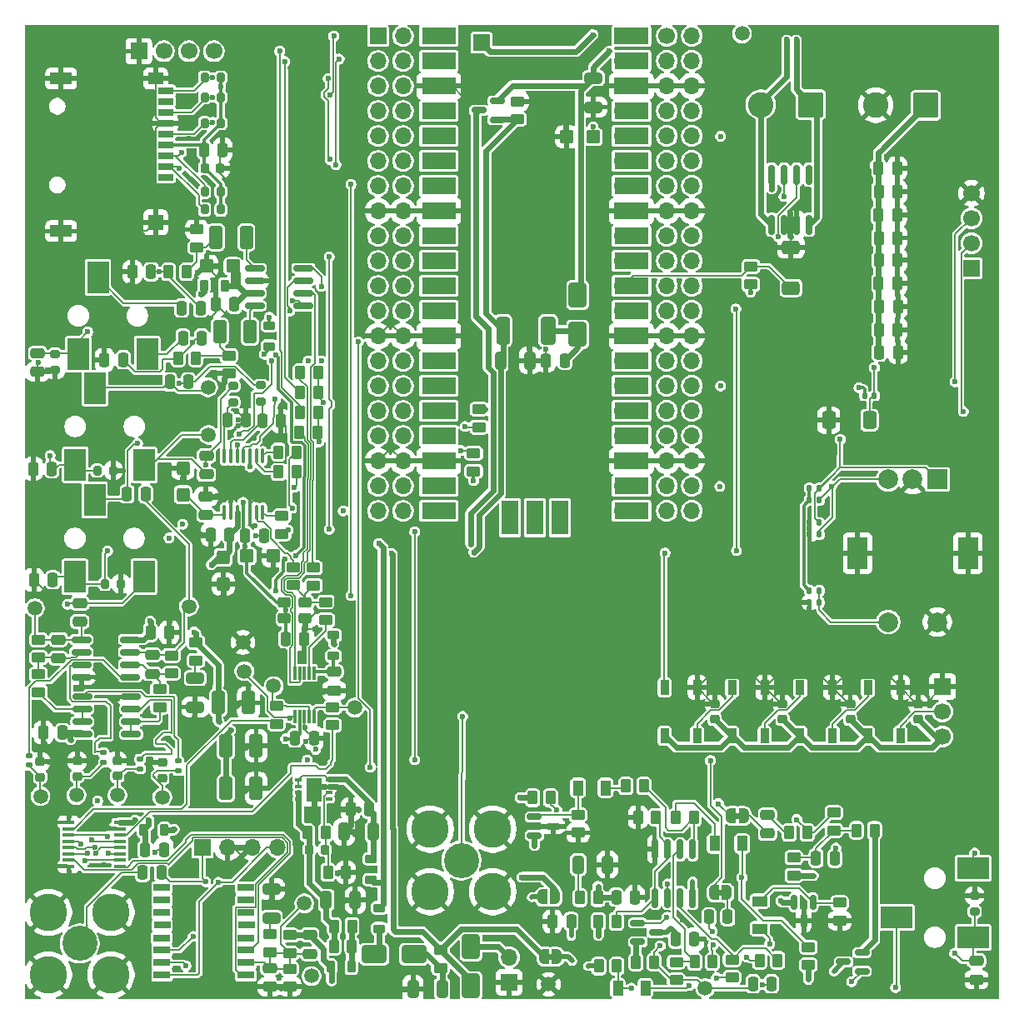
<source format=gbr>
%TF.GenerationSoftware,KiCad,Pcbnew,9.0.7-9.0.7~ubuntu24.04.1*%
%TF.CreationDate,2026-02-19T22:15:46-08:00*%
%TF.ProjectId,Intro-to-CAD-2026,496e7472-6f2d-4746-9f2d-4341442d3230,rev?*%
%TF.SameCoordinates,Original*%
%TF.FileFunction,Copper,L1,Top*%
%TF.FilePolarity,Positive*%
%FSLAX46Y46*%
G04 Gerber Fmt 4.6, Leading zero omitted, Abs format (unit mm)*
G04 Created by KiCad (PCBNEW 9.0.7-9.0.7~ubuntu24.04.1) date 2026-02-19 22:15:46*
%MOMM*%
%LPD*%
G01*
G04 APERTURE LIST*
G04 Aperture macros list*
%AMRoundRect*
0 Rectangle with rounded corners*
0 $1 Rounding radius*
0 $2 $3 $4 $5 $6 $7 $8 $9 X,Y pos of 4 corners*
0 Add a 4 corners polygon primitive as box body*
4,1,4,$2,$3,$4,$5,$6,$7,$8,$9,$2,$3,0*
0 Add four circle primitives for the rounded corners*
1,1,$1+$1,$2,$3*
1,1,$1+$1,$4,$5*
1,1,$1+$1,$6,$7*
1,1,$1+$1,$8,$9*
0 Add four rect primitives between the rounded corners*
20,1,$1+$1,$2,$3,$4,$5,0*
20,1,$1+$1,$4,$5,$6,$7,0*
20,1,$1+$1,$6,$7,$8,$9,0*
20,1,$1+$1,$8,$9,$2,$3,0*%
%AMFreePoly0*
4,1,23,0.500000,-0.750000,0.000000,-0.750000,0.000000,-0.745722,-0.065263,-0.745722,-0.191342,-0.711940,-0.304381,-0.646677,-0.396677,-0.554381,-0.461940,-0.441342,-0.495722,-0.315263,-0.495722,-0.250000,-0.500000,-0.250000,-0.500000,0.250000,-0.495722,0.250000,-0.495722,0.315263,-0.461940,0.441342,-0.396677,0.554381,-0.304381,0.646677,-0.191342,0.711940,-0.065263,0.745722,0.000000,0.745722,
0.000000,0.750000,0.500000,0.750000,0.500000,-0.750000,0.500000,-0.750000,$1*%
%AMFreePoly1*
4,1,23,0.000000,0.745722,0.065263,0.745722,0.191342,0.711940,0.304381,0.646677,0.396677,0.554381,0.461940,0.441342,0.495722,0.315263,0.495722,0.250000,0.500000,0.250000,0.500000,-0.250000,0.495722,-0.250000,0.495722,-0.315263,0.461940,-0.441342,0.396677,-0.554381,0.304381,-0.646677,0.191342,-0.711940,0.065263,-0.745722,0.000000,-0.745722,0.000000,-0.750000,-0.500000,-0.750000,
-0.500000,0.750000,0.000000,0.750000,0.000000,0.745722,0.000000,0.745722,$1*%
G04 Aperture macros list end*
%TA.AperFunction,EtchedComponent*%
%ADD10C,0.000000*%
%TD*%
%TA.AperFunction,ComponentPad*%
%ADD11RoundRect,0.250000X1.050000X1.050000X-1.050000X1.050000X-1.050000X-1.050000X1.050000X-1.050000X0*%
%TD*%
%TA.AperFunction,ComponentPad*%
%ADD12C,2.600000*%
%TD*%
%TA.AperFunction,SMDPad,CuDef*%
%ADD13RoundRect,0.250000X-0.250000X-0.475000X0.250000X-0.475000X0.250000X0.475000X-0.250000X0.475000X0*%
%TD*%
%TA.AperFunction,SMDPad,CuDef*%
%ADD14RoundRect,0.140000X0.140000X0.170000X-0.140000X0.170000X-0.140000X-0.170000X0.140000X-0.170000X0*%
%TD*%
%TA.AperFunction,ComponentPad*%
%ADD15C,1.500000*%
%TD*%
%TA.AperFunction,SMDPad,CuDef*%
%ADD16RoundRect,0.248780X0.451220X-0.261220X0.451220X0.261220X-0.451220X0.261220X-0.451220X-0.261220X0*%
%TD*%
%TA.AperFunction,SMDPad,CuDef*%
%ADD17RoundRect,0.225000X-0.250000X0.225000X-0.250000X-0.225000X0.250000X-0.225000X0.250000X0.225000X0*%
%TD*%
%TA.AperFunction,SMDPad,CuDef*%
%ADD18RoundRect,0.225000X0.250000X-0.225000X0.250000X0.225000X-0.250000X0.225000X-0.250000X-0.225000X0*%
%TD*%
%TA.AperFunction,SMDPad,CuDef*%
%ADD19RoundRect,0.200000X-0.200000X-0.275000X0.200000X-0.275000X0.200000X0.275000X-0.200000X0.275000X0*%
%TD*%
%TA.AperFunction,SMDPad,CuDef*%
%ADD20RoundRect,0.248780X0.261220X0.451220X-0.261220X0.451220X-0.261220X-0.451220X0.261220X-0.451220X0*%
%TD*%
%TA.AperFunction,SMDPad,CuDef*%
%ADD21RoundRect,0.250000X0.250000X0.475000X-0.250000X0.475000X-0.250000X-0.475000X0.250000X-0.475000X0*%
%TD*%
%TA.AperFunction,SMDPad,CuDef*%
%ADD22RoundRect,0.250000X0.650000X-0.425000X0.650000X0.425000X-0.650000X0.425000X-0.650000X-0.425000X0*%
%TD*%
%TA.AperFunction,SMDPad,CuDef*%
%ADD23RoundRect,0.150000X0.590000X0.150000X-0.590000X0.150000X-0.590000X-0.150000X0.590000X-0.150000X0*%
%TD*%
%TA.AperFunction,SMDPad,CuDef*%
%ADD24RoundRect,0.250000X0.425000X-1.150000X0.425000X1.150000X-0.425000X1.150000X-0.425000X-1.150000X0*%
%TD*%
%TA.AperFunction,SMDPad,CuDef*%
%ADD25RoundRect,0.250000X0.500000X-1.150000X0.500000X1.150000X-0.500000X1.150000X-0.500000X-1.150000X0*%
%TD*%
%TA.AperFunction,ComponentPad*%
%ADD26C,0.500000*%
%TD*%
%TA.AperFunction,SMDPad,CuDef*%
%ADD27RoundRect,0.250000X2.750000X-3.000000X2.750000X3.000000X-2.750000X3.000000X-2.750000X-3.000000X0*%
%TD*%
%TA.AperFunction,SMDPad,CuDef*%
%ADD28RoundRect,0.248780X-0.261220X-0.451220X0.261220X-0.451220X0.261220X0.451220X-0.261220X0.451220X0*%
%TD*%
%TA.AperFunction,ComponentPad*%
%ADD29C,3.556000*%
%TD*%
%TA.AperFunction,ComponentPad*%
%ADD30C,3.810000*%
%TD*%
%TA.AperFunction,SMDPad,CuDef*%
%ADD31FreePoly0,180.000000*%
%TD*%
%TA.AperFunction,SMDPad,CuDef*%
%ADD32FreePoly1,180.000000*%
%TD*%
%TA.AperFunction,SMDPad,CuDef*%
%ADD33RoundRect,0.090000X0.360000X-0.660000X0.360000X0.660000X-0.360000X0.660000X-0.360000X-0.660000X0*%
%TD*%
%TA.AperFunction,SMDPad,CuDef*%
%ADD34RoundRect,0.248780X-0.451220X0.261220X-0.451220X-0.261220X0.451220X-0.261220X0.451220X0.261220X0*%
%TD*%
%TA.AperFunction,SMDPad,CuDef*%
%ADD35RoundRect,0.250000X0.300000X0.550000X-0.300000X0.550000X-0.300000X-0.550000X0.300000X-0.550000X0*%
%TD*%
%TA.AperFunction,SMDPad,CuDef*%
%ADD36RoundRect,0.250000X0.325000X0.650000X-0.325000X0.650000X-0.325000X-0.650000X0.325000X-0.650000X0*%
%TD*%
%TA.AperFunction,ComponentPad*%
%ADD37R,1.700000X1.700000*%
%TD*%
%TA.AperFunction,ComponentPad*%
%ADD38O,1.700000X1.700000*%
%TD*%
%TA.AperFunction,SMDPad,CuDef*%
%ADD39RoundRect,0.250000X-0.300000X-0.550000X0.300000X-0.550000X0.300000X0.550000X-0.300000X0.550000X0*%
%TD*%
%TA.AperFunction,SMDPad,CuDef*%
%ADD40RoundRect,0.250000X0.475000X-0.250000X0.475000X0.250000X-0.475000X0.250000X-0.475000X-0.250000X0*%
%TD*%
%TA.AperFunction,ComponentPad*%
%ADD41C,1.700000*%
%TD*%
%TA.AperFunction,SMDPad,CuDef*%
%ADD42RoundRect,0.200000X0.275000X-0.200000X0.275000X0.200000X-0.275000X0.200000X-0.275000X-0.200000X0*%
%TD*%
%TA.AperFunction,SMDPad,CuDef*%
%ADD43RoundRect,0.250000X-0.425000X-0.650000X0.425000X-0.650000X0.425000X0.650000X-0.425000X0.650000X0*%
%TD*%
%TA.AperFunction,SMDPad,CuDef*%
%ADD44RoundRect,0.140000X0.170000X-0.140000X0.170000X0.140000X-0.170000X0.140000X-0.170000X-0.140000X0*%
%TD*%
%TA.AperFunction,SMDPad,CuDef*%
%ADD45RoundRect,0.250000X0.650000X-0.325000X0.650000X0.325000X-0.650000X0.325000X-0.650000X-0.325000X0*%
%TD*%
%TA.AperFunction,SMDPad,CuDef*%
%ADD46RoundRect,0.250000X-1.000000X-0.650000X1.000000X-0.650000X1.000000X0.650000X-1.000000X0.650000X0*%
%TD*%
%TA.AperFunction,SMDPad,CuDef*%
%ADD47R,1.200000X0.400000*%
%TD*%
%TA.AperFunction,SMDPad,CuDef*%
%ADD48RoundRect,0.225000X-0.225000X-0.250000X0.225000X-0.250000X0.225000X0.250000X-0.225000X0.250000X0*%
%TD*%
%TA.AperFunction,SMDPad,CuDef*%
%ADD49RoundRect,0.150000X-0.150000X0.825000X-0.150000X-0.825000X0.150000X-0.825000X0.150000X0.825000X0*%
%TD*%
%TA.AperFunction,SMDPad,CuDef*%
%ADD50R,1.600000X0.700000*%
%TD*%
%TA.AperFunction,SMDPad,CuDef*%
%ADD51R,1.500000X1.200000*%
%TD*%
%TA.AperFunction,SMDPad,CuDef*%
%ADD52R,2.200000X1.200000*%
%TD*%
%TA.AperFunction,SMDPad,CuDef*%
%ADD53R,1.500000X1.600000*%
%TD*%
%TA.AperFunction,SMDPad,CuDef*%
%ADD54RoundRect,0.140000X-0.140000X-0.170000X0.140000X-0.170000X0.140000X0.170000X-0.140000X0.170000X0*%
%TD*%
%TA.AperFunction,SMDPad,CuDef*%
%ADD55R,2.200000X3.200000*%
%TD*%
%TA.AperFunction,SMDPad,CuDef*%
%ADD56RoundRect,0.250000X-0.475000X0.250000X-0.475000X-0.250000X0.475000X-0.250000X0.475000X0.250000X0*%
%TD*%
%TA.AperFunction,SMDPad,CuDef*%
%ADD57RoundRect,0.250000X-0.650000X1.000000X-0.650000X-1.000000X0.650000X-1.000000X0.650000X1.000000X0*%
%TD*%
%TA.AperFunction,SMDPad,CuDef*%
%ADD58RoundRect,0.249056X-0.410944X-0.925944X0.410944X-0.925944X0.410944X0.925944X-0.410944X0.925944X0*%
%TD*%
%TA.AperFunction,SMDPad,CuDef*%
%ADD59RoundRect,0.250000X0.450000X0.425000X-0.450000X0.425000X-0.450000X-0.425000X0.450000X-0.425000X0*%
%TD*%
%TA.AperFunction,SMDPad,CuDef*%
%ADD60RoundRect,0.250000X-0.325000X-0.650000X0.325000X-0.650000X0.325000X0.650000X-0.325000X0.650000X0*%
%TD*%
%TA.AperFunction,SMDPad,CuDef*%
%ADD61RoundRect,0.200000X0.200000X0.275000X-0.200000X0.275000X-0.200000X-0.275000X0.200000X-0.275000X0*%
%TD*%
%TA.AperFunction,SMDPad,CuDef*%
%ADD62RoundRect,0.249056X0.410944X0.925944X-0.410944X0.925944X-0.410944X-0.925944X0.410944X-0.925944X0*%
%TD*%
%TA.AperFunction,SMDPad,CuDef*%
%ADD63R,0.300000X1.400000*%
%TD*%
%TA.AperFunction,SMDPad,CuDef*%
%ADD64RoundRect,0.150000X0.825000X0.150000X-0.825000X0.150000X-0.825000X-0.150000X0.825000X-0.150000X0*%
%TD*%
%TA.AperFunction,SMDPad,CuDef*%
%ADD65RoundRect,0.150000X-0.590000X-0.150000X0.590000X-0.150000X0.590000X0.150000X-0.590000X0.150000X0*%
%TD*%
%TA.AperFunction,SMDPad,CuDef*%
%ADD66RoundRect,0.220000X0.220000X0.380000X-0.220000X0.380000X-0.220000X-0.380000X0.220000X-0.380000X0*%
%TD*%
%TA.AperFunction,SMDPad,CuDef*%
%ADD67RoundRect,0.250000X-0.650000X0.325000X-0.650000X-0.325000X0.650000X-0.325000X0.650000X0.325000X0*%
%TD*%
%TA.AperFunction,SMDPad,CuDef*%
%ADD68R,3.500000X1.700000*%
%TD*%
%TA.AperFunction,SMDPad,CuDef*%
%ADD69R,1.700000X3.500000*%
%TD*%
%TA.AperFunction,SMDPad,CuDef*%
%ADD70RoundRect,0.200000X-0.275000X0.200000X-0.275000X-0.200000X0.275000X-0.200000X0.275000X0.200000X0*%
%TD*%
%TA.AperFunction,SMDPad,CuDef*%
%ADD71RoundRect,0.250000X-0.425000X0.450000X-0.425000X-0.450000X0.425000X-0.450000X0.425000X0.450000X0*%
%TD*%
%TA.AperFunction,SMDPad,CuDef*%
%ADD72RoundRect,0.100000X0.100000X-0.637500X0.100000X0.637500X-0.100000X0.637500X-0.100000X-0.637500X0*%
%TD*%
%TA.AperFunction,SMDPad,CuDef*%
%ADD73FreePoly0,0.000000*%
%TD*%
%TA.AperFunction,SMDPad,CuDef*%
%ADD74FreePoly1,0.000000*%
%TD*%
%TA.AperFunction,SMDPad,CuDef*%
%ADD75RoundRect,0.220000X-0.380000X0.220000X-0.380000X-0.220000X0.380000X-0.220000X0.380000X0.220000X0*%
%TD*%
%TA.AperFunction,SMDPad,CuDef*%
%ADD76RoundRect,0.220000X0.380000X-0.220000X0.380000X0.220000X-0.380000X0.220000X-0.380000X-0.220000X0*%
%TD*%
%TA.AperFunction,SMDPad,CuDef*%
%ADD77RoundRect,0.250000X0.425000X-0.450000X0.425000X0.450000X-0.425000X0.450000X-0.425000X-0.450000X0*%
%TD*%
%TA.AperFunction,SMDPad,CuDef*%
%ADD78R,0.650000X0.350000*%
%TD*%
%TA.AperFunction,SMDPad,CuDef*%
%ADD79R,1.550000X2.400000*%
%TD*%
%TA.AperFunction,SMDPad,CuDef*%
%ADD80R,1.670000X0.759999*%
%TD*%
%TA.AperFunction,SMDPad,CuDef*%
%ADD81R,1.670000X0.760000*%
%TD*%
%TA.AperFunction,ComponentPad*%
%ADD82R,2.000000X2.000000*%
%TD*%
%TA.AperFunction,ComponentPad*%
%ADD83C,2.000000*%
%TD*%
%TA.AperFunction,ComponentPad*%
%ADD84R,2.000000X3.200000*%
%TD*%
%TA.AperFunction,SMDPad,CuDef*%
%ADD85RoundRect,0.250000X-0.550000X0.300000X-0.550000X-0.300000X0.550000X-0.300000X0.550000X0.300000X0*%
%TD*%
%TA.AperFunction,SMDPad,CuDef*%
%ADD86RoundRect,0.250000X0.650000X-1.000000X0.650000X1.000000X-0.650000X1.000000X-0.650000X-1.000000X0*%
%TD*%
%TA.AperFunction,SMDPad,CuDef*%
%ADD87RoundRect,0.150000X-0.150000X0.590000X-0.150000X-0.590000X0.150000X-0.590000X0.150000X0.590000X0*%
%TD*%
%TA.AperFunction,SMDPad,CuDef*%
%ADD88RoundRect,0.250000X-0.400000X-0.300000X0.400000X-0.300000X0.400000X0.300000X-0.400000X0.300000X0*%
%TD*%
%TA.AperFunction,SMDPad,CuDef*%
%ADD89RoundRect,0.250000X-0.450000X-0.425000X0.450000X-0.425000X0.450000X0.425000X-0.450000X0.425000X0*%
%TD*%
%TA.AperFunction,SMDPad,CuDef*%
%ADD90R,3.200000X2.200000*%
%TD*%
%TA.AperFunction,SMDPad,CuDef*%
%ADD91RoundRect,0.150000X-0.825000X-0.150000X0.825000X-0.150000X0.825000X0.150000X-0.825000X0.150000X0*%
%TD*%
%TA.AperFunction,SMDPad,CuDef*%
%ADD92RoundRect,0.220000X-0.220000X-0.380000X0.220000X-0.380000X0.220000X0.380000X-0.220000X0.380000X0*%
%TD*%
%TA.AperFunction,SMDPad,CuDef*%
%ADD93RoundRect,0.162500X-0.162500X0.825000X-0.162500X-0.825000X0.162500X-0.825000X0.162500X0.825000X0*%
%TD*%
%TA.AperFunction,ViaPad*%
%ADD94C,0.600000*%
%TD*%
%TA.AperFunction,ViaPad*%
%ADD95C,0.500000*%
%TD*%
%TA.AperFunction,Conductor*%
%ADD96C,0.127000*%
%TD*%
%TA.AperFunction,Conductor*%
%ADD97C,0.600000*%
%TD*%
%TA.AperFunction,Conductor*%
%ADD98C,0.200000*%
%TD*%
%TA.AperFunction,Conductor*%
%ADD99C,0.300000*%
%TD*%
%TA.AperFunction,Conductor*%
%ADD100C,0.500000*%
%TD*%
G04 APERTURE END LIST*
D10*
%TA.AperFunction,EtchedComponent*%
%TO.C,e2*%
G36*
X155100000Y-126450000D02*
G01*
X154600000Y-126450000D01*
X154600000Y-125850000D01*
X155100000Y-125850000D01*
X155100000Y-126450000D01*
G37*
%TD.AperFunction*%
%TA.AperFunction,EtchedComponent*%
%TO.C,e7*%
G36*
X174100000Y-112140000D02*
G01*
X173600000Y-112140000D01*
X173600000Y-111540000D01*
X174100000Y-111540000D01*
X174100000Y-112140000D01*
G37*
%TD.AperFunction*%
%TA.AperFunction,EtchedComponent*%
%TO.C,e6*%
G36*
X172375000Y-119950000D02*
G01*
X171875000Y-119950000D01*
X171875000Y-119350000D01*
X172375000Y-119350000D01*
X172375000Y-119950000D01*
G37*
%TD.AperFunction*%
%TD*%
D11*
%TO.P,J18,1,Pin_1*%
%TO.N,/H-Bridge/5V*%
X192970000Y-39630000D03*
D12*
%TO.P,J18,2,Pin_2*%
%TO.N,GND*%
X187890000Y-39630000D03*
%TD*%
D13*
%TO.P,C80,2*%
%TO.N,GND*%
X190150000Y-64730000D03*
%TO.P,C80,1*%
%TO.N,/H-Bridge/5V*%
X188250000Y-64730000D03*
%TD*%
%TO.P,C79,1*%
%TO.N,/H-Bridge/5V*%
X188230000Y-62430000D03*
%TO.P,C79,2*%
%TO.N,GND*%
X190130000Y-62430000D03*
%TD*%
%TO.P,C78,1*%
%TO.N,/H-Bridge/5V*%
X188210000Y-55390000D03*
%TO.P,C78,2*%
%TO.N,GND*%
X190110000Y-55390000D03*
%TD*%
%TO.P,C77,1*%
%TO.N,/H-Bridge/5V*%
X188250000Y-60070000D03*
%TO.P,C77,2*%
%TO.N,GND*%
X190150000Y-60070000D03*
%TD*%
%TO.P,C76,1*%
%TO.N,/H-Bridge/5V*%
X188180000Y-57720000D03*
%TO.P,C76,2*%
%TO.N,GND*%
X190080000Y-57720000D03*
%TD*%
%TO.P,C75,1*%
%TO.N,/H-Bridge/5V*%
X188200000Y-53110000D03*
%TO.P,C75,2*%
%TO.N,GND*%
X190100000Y-53110000D03*
%TD*%
%TO.P,C74,1*%
%TO.N,/H-Bridge/5V*%
X188170000Y-50790000D03*
%TO.P,C74,2*%
%TO.N,GND*%
X190070000Y-50790000D03*
%TD*%
%TO.P,C73,1*%
%TO.N,/H-Bridge/5V*%
X188190000Y-48430000D03*
%TO.P,C73,2*%
%TO.N,GND*%
X190090000Y-48430000D03*
%TD*%
%TO.P,C72,1*%
%TO.N,/H-Bridge/5V*%
X188180000Y-46040000D03*
%TO.P,C72,2*%
%TO.N,GND*%
X190080000Y-46040000D03*
%TD*%
D14*
%TO.P,C27,1*%
%TO.N,Net-(J17-Pin_1)*%
X179840000Y-33030000D03*
%TO.P,C27,2*%
%TO.N,Net-(J17-Pin_2)*%
X178840000Y-33030000D03*
%TD*%
D15*
%TO.P,TP8,1,1*%
%TO.N,Net-(C59-Pad1)*%
X170575000Y-129350000D03*
%TD*%
D16*
%TO.P,R1,1*%
%TO.N,Net-(TR1-C_RX)*%
X128370000Y-125790000D03*
%TO.P,R1,2*%
%TO.N,VDDA*%
X128370000Y-123970000D03*
%TD*%
D17*
%TO.P,C69,1*%
%TO.N,GND*%
X185312786Y-100461501D03*
%TO.P,C69,2*%
%TO.N,+3.3V*%
X185312786Y-102021501D03*
%TD*%
D18*
%TO.P,C14,1*%
%TO.N,Net-(U7-1B2)*%
X106750000Y-107820000D03*
%TO.P,C14,2*%
%TO.N,GND*%
X106750000Y-106260000D03*
%TD*%
D19*
%TO.P,R69,1*%
%TO.N,/SD_CD*%
X119700000Y-36830000D03*
%TO.P,R69,2*%
%TO.N,+3.3V*%
X121340000Y-36830000D03*
%TD*%
D20*
%TO.P,R33,1*%
%TO.N,Net-(C47-Pad2)*%
X118820000Y-65330000D03*
%TO.P,R33,2*%
%TO.N,Net-(e7-B)*%
X117000000Y-65330000D03*
%TD*%
D16*
%TO.P,R9,1*%
%TO.N,Net-(U5B--)*%
X102800000Y-99260000D03*
%TO.P,R9,2*%
%TO.N,Net-(U8A--)*%
X102800000Y-97440000D03*
%TD*%
%TO.P,R28,1*%
%TO.N,VAH*%
X151490000Y-41050000D03*
%TO.P,R28,2*%
%TO.N,GND*%
X151490000Y-39230000D03*
%TD*%
D21*
%TO.P,C29,1*%
%TO.N,Net-(C18-Pad2)*%
X113710000Y-79130000D03*
%TO.P,C29,2*%
%TO.N,/I*%
X111810000Y-79130000D03*
%TD*%
D22*
%TO.P,S1,1,A*%
%TO.N,/Raspberry_Pi_Pico/RST*%
X179270000Y-58200000D03*
%TO.P,S1,2,B*%
%TO.N,GND*%
X179270000Y-54050000D03*
%TD*%
D23*
%TO.P,Q4,1,B*%
%TO.N,Net-(Q4-B)*%
X186500000Y-127625000D03*
%TO.P,Q4,2,E*%
%TO.N,Net-(Q4-E)*%
X186500000Y-125725000D03*
%TO.P,Q4,3,C*%
%TO.N,VAO*%
X184620000Y-126675000D03*
%TD*%
D24*
%TO.P,U6,1,VIN*%
%TO.N,VAH*%
X150020000Y-62530000D03*
D25*
%TO.P,U6,3,VOUT*%
%TO.N,Net-(JP2-A)*%
X154600000Y-62530000D03*
D26*
%TO.P,U6,4,GND*%
%TO.N,GND*%
X150310000Y-58050000D03*
X152310000Y-58050000D03*
X154310000Y-58050000D03*
X150310000Y-56050000D03*
X152310000Y-56050000D03*
X154310000Y-56050000D03*
D27*
X152330000Y-55570000D03*
D26*
X150310000Y-54050000D03*
X152310000Y-54050000D03*
X154310000Y-54050000D03*
%TD*%
D17*
%TO.P,C70,1*%
%TO.N,GND*%
X178427071Y-100461501D03*
%TO.P,C70,2*%
%TO.N,+3.3V*%
X178427071Y-102021501D03*
%TD*%
D28*
%TO.P,R7,1*%
%TO.N,Net-(C35-Pad1)*%
X132860000Y-123070000D03*
%TO.P,R7,2*%
%TO.N,Net-(FB5-Pad1)*%
X134680000Y-123070000D03*
%TD*%
D18*
%TO.P,C22,1*%
%TO.N,Net-(U7-1B4)*%
X115410000Y-107990000D03*
%TO.P,C22,2*%
%TO.N,GND*%
X115410000Y-106430000D03*
%TD*%
D15*
%TO.P,TP1,1,1*%
%TO.N,Net-(C3-Pad2)*%
X120060000Y-68290000D03*
%TD*%
D13*
%TO.P,C52,1*%
%TO.N,GND*%
X102370000Y-87860000D03*
%TO.P,C52,2*%
%TO.N,Net-(e5-B)*%
X104270000Y-87860000D03*
%TD*%
D29*
%TO.P,J11,1,In*%
%TO.N,Net-(J11-In)*%
X107005000Y-124815000D03*
D30*
%TO.P,J11,2,Ext*%
%TO.N,GND*%
X103830000Y-121640000D03*
X103830000Y-127990000D03*
X110180000Y-121640000D03*
X110180000Y-127990000D03*
%TD*%
D31*
%TO.P,e2,1,A*%
%TO.N,VAO*%
X155500000Y-126150000D03*
D32*
%TO.P,e2,2,B*%
%TO.N,VAH*%
X154200000Y-126150000D03*
%TD*%
D33*
%TO.P,D10,1,VDD*%
%TO.N,+3.3V*%
X180219929Y-103691500D03*
%TO.P,D10,2,DOUT*%
%TO.N,Net-(D10-DOUT)*%
X183519929Y-103691500D03*
%TO.P,D10,3,VSS*%
%TO.N,GND*%
X183519929Y-98791500D03*
%TO.P,D10,4,DIN*%
%TO.N,Net-(D10-DIN)*%
X180219929Y-98791500D03*
%TD*%
D16*
%TO.P,R37,1*%
%TO.N,/I_CLK*%
X132710000Y-102620000D03*
%TO.P,R37,2*%
%TO.N,Net-(U4-CLK0)*%
X132710000Y-100800000D03*
%TD*%
D15*
%TO.P,TP10,1,1*%
%TO.N,GND*%
X123600000Y-94220000D03*
%TD*%
D13*
%TO.P,C61,1*%
%TO.N,VAO*%
X167575000Y-124375000D03*
%TO.P,C61,2*%
%TO.N,GND*%
X169475000Y-124375000D03*
%TD*%
D34*
%TO.P,R16,1*%
%TO.N,Net-(U2-LRCK)*%
X127560000Y-81350000D03*
%TO.P,R16,2*%
%TO.N,/WS*%
X127560000Y-83170000D03*
%TD*%
D21*
%TO.P,C25,1*%
%TO.N,Net-(e7-B)*%
X119400000Y-63270000D03*
%TO.P,C25,2*%
%TO.N,Net-(C25-Pad2)*%
X117500000Y-63270000D03*
%TD*%
D35*
%TO.P,D6,1*%
%TO.N,Net-(D6-Pad1)*%
X164500000Y-129350000D03*
%TO.P,D6,2*%
%TO.N,Net-(Q4-B)*%
X161700000Y-129350000D03*
%TD*%
D36*
%TO.P,C42,1*%
%TO.N,Net-(C42-Pad1)*%
X143830000Y-129420000D03*
%TO.P,C42,2*%
%TO.N,GND*%
X140870000Y-129420000D03*
%TD*%
D21*
%TO.P,C63,1*%
%TO.N,VAO*%
X156950000Y-122575000D03*
%TO.P,C63,2*%
%TO.N,GND*%
X155050000Y-122575000D03*
%TD*%
D15*
%TO.P,TP14,1,1*%
%TO.N,Net-(U7-1B1)*%
X103030000Y-109840000D03*
%TD*%
D37*
%TO.P,Je3,1,Pin_1*%
%TO.N,Net-(JP86-A)*%
X119480000Y-115080000D03*
D38*
%TO.P,Je3,2,Pin_2*%
%TO.N,GND*%
X122020000Y-115080000D03*
%TO.P,Je3,3,Pin_3*%
X124560000Y-115080000D03*
%TO.P,Je3,4,Pin_4*%
%TO.N,Net-(JP86-B)*%
X127100000Y-115080000D03*
%TD*%
D16*
%TO.P,R49,1*%
%TO.N,Net-(Q5-E)*%
X179575000Y-117900000D03*
%TO.P,R49,2*%
%TO.N,Net-(C60-Pad1)*%
X179575000Y-116080000D03*
%TD*%
D39*
%TO.P,D5,1*%
%TO.N,Net-(Q2-B)*%
X157650000Y-109000000D03*
%TO.P,D5,2*%
%TO.N,Net-(D5-Pad2)*%
X160450000Y-109000000D03*
%TD*%
D31*
%TO.P,e7,1,A*%
%TO.N,Net-(e7-A)*%
X174500000Y-111840000D03*
D32*
%TO.P,e7,2,B*%
%TO.N,Net-(e7-B)*%
X173200000Y-111840000D03*
%TD*%
D40*
%TO.P,C15,1*%
%TO.N,GND*%
X132860000Y-99100000D03*
%TO.P,C15,2*%
%TO.N,Net-(U4-VDD)*%
X132860000Y-97200000D03*
%TD*%
D21*
%TO.P,C38,1*%
%TO.N,GND*%
X130800000Y-103940000D03*
%TO.P,C38,2*%
%TO.N,Net-(U4-VDDO)*%
X128900000Y-103940000D03*
%TD*%
D18*
%TO.P,C16,1*%
%TO.N,Net-(U7-1B1)*%
X102990000Y-107890000D03*
%TO.P,C16,2*%
%TO.N,GND*%
X102990000Y-106330000D03*
%TD*%
D13*
%TO.P,C60,1*%
%TO.N,Net-(C60-Pad1)*%
X181825000Y-116155000D03*
%TO.P,C60,2*%
%TO.N,Net-(C60-Pad2)*%
X183725000Y-116155000D03*
%TD*%
D37*
%TO.P,J15,1,Pin_1*%
%TO.N,GND*%
X113010000Y-34140000D03*
D41*
%TO.P,J15,2,Pin_2*%
%TO.N,+3.3V*%
X115550000Y-34140000D03*
%TO.P,J15,3,Pin_3*%
%TO.N,/SCL*%
X118090000Y-34140000D03*
%TO.P,J15,4,Pin_4*%
%TO.N,/SDA*%
X120630000Y-34140000D03*
%TD*%
D37*
%TO.P,J5,1,Pin_1*%
%TO.N,GND*%
X150650000Y-128750000D03*
D38*
%TO.P,J5,2,Pin_2*%
%TO.N,Net-(J5-Pin_2)*%
X150650000Y-126210000D03*
%TD*%
D14*
%TO.P,C64,1*%
%TO.N,/ANG_A*%
X182160000Y-82050000D03*
%TO.P,C64,2*%
%TO.N,GND*%
X181160000Y-82050000D03*
%TD*%
%TO.P,C62,1*%
%TO.N,/SW_C*%
X182160000Y-90150000D03*
%TO.P,C62,2*%
%TO.N,GND*%
X181160000Y-90150000D03*
%TD*%
D42*
%TO.P,R19,1*%
%TO.N,Net-(e3-B)*%
X197940000Y-121570000D03*
%TO.P,R19,2*%
%TO.N,GND*%
X197940000Y-119930000D03*
%TD*%
D16*
%TO.P,R12,1*%
%TO.N,Net-(U8B--)*%
X116340000Y-97360000D03*
%TO.P,R12,2*%
%TO.N,Net-(C18-Pad2)*%
X116340000Y-95540000D03*
%TD*%
D43*
%TO.P,S2,1,A*%
%TO.N,GND*%
X183115000Y-71640000D03*
%TO.P,S2,2,B*%
%TO.N,/BTN*%
X187265000Y-71640000D03*
%TD*%
D40*
%TO.P,C20,1*%
%TO.N,GND*%
X126320000Y-129200000D03*
%TO.P,C20,2*%
%TO.N,Net-(TR1-C_RX)*%
X126320000Y-127300000D03*
%TD*%
D44*
%TO.P,R60,1*%
%TO.N,Net-(U7-1B1)*%
X101830000Y-106700000D03*
%TO.P,R60,2*%
%TO.N,Net-(U8B-+)*%
X101830000Y-105700000D03*
%TD*%
D15*
%TO.P,TP25,1,1*%
%TO.N,+4.7V*%
X174310000Y-32350000D03*
%TD*%
D13*
%TO.P,C66,1*%
%TO.N,+3.3V*%
X119650000Y-44150000D03*
%TO.P,C66,2*%
%TO.N,GND*%
X121550000Y-44150000D03*
%TD*%
D45*
%TO.P,C34,1*%
%TO.N,Net-(C34-Pad1)*%
X126480000Y-122240000D03*
%TO.P,C34,2*%
%TO.N,GND*%
X126480000Y-119280000D03*
%TD*%
D15*
%TO.P,TP12,1,1*%
%TO.N,GND*%
X154660000Y-128960000D03*
%TD*%
D44*
%TO.P,R61,1*%
%TO.N,Net-(U7-1B3)*%
X113140000Y-107060000D03*
%TO.P,R61,2*%
%TO.N,Net-(U5A-+)*%
X113140000Y-106060000D03*
%TD*%
D16*
%TO.P,R42,1*%
%TO.N,VAO*%
X181050000Y-126995000D03*
%TO.P,R42,2*%
%TO.N,Net-(Q3-B)*%
X181050000Y-125175000D03*
%TD*%
D46*
%TO.P,D1,1*%
%TO.N,Net-(D1-Pad1)*%
X136960000Y-125890000D03*
%TO.P,D1,2*%
%TO.N,Net-(C42-Pad1)*%
X140960000Y-125890000D03*
%TD*%
D47*
%TO.P,U7,1,1~{OE}*%
%TO.N,GND*%
X105870000Y-112510000D03*
%TO.P,U7,2,S1*%
%TO.N,/Q_CLK*%
X105870000Y-113145000D03*
%TO.P,U7,3,1B4*%
%TO.N,Net-(U7-1B4)*%
X105870000Y-113780000D03*
%TO.P,U7,4,1B3*%
%TO.N,Net-(U7-1B3)*%
X105870000Y-114415000D03*
%TO.P,U7,5,1B2*%
%TO.N,Net-(U7-1B2)*%
X105870000Y-115050000D03*
%TO.P,U7,6,1B1*%
%TO.N,Net-(U7-1B1)*%
X105870000Y-115685000D03*
%TO.P,U7,7,1A*%
%TO.N,Net-(TR1-RX-)*%
X105870000Y-116320000D03*
%TO.P,U7,8,GND*%
%TO.N,GND*%
X105870000Y-116955000D03*
%TO.P,U7,9,2A*%
%TO.N,Net-(TR1-RX+)*%
X111070000Y-116955000D03*
%TO.P,U7,10,2B1*%
%TO.N,Net-(U7-1B3)*%
X111070000Y-116320000D03*
%TO.P,U7,11,2B2*%
%TO.N,Net-(U7-1B4)*%
X111070000Y-115685000D03*
%TO.P,U7,12,2B3*%
%TO.N,Net-(U7-1B2)*%
X111070000Y-115050000D03*
%TO.P,U7,13,2B4*%
%TO.N,Net-(U7-1B1)*%
X111070000Y-114415000D03*
%TO.P,U7,14,S0*%
%TO.N,/I_CLK*%
X111070000Y-113780000D03*
%TO.P,U7,15,2~{OE}*%
%TO.N,GND*%
X111070000Y-113145000D03*
%TO.P,U7,16,VCC*%
%TO.N,Net-(U7-VCC)*%
X111070000Y-112510000D03*
%TD*%
D34*
%TO.P,R34,1*%
%TO.N,/CMOS Oscillator/SCLK*%
X130750000Y-86620000D03*
%TO.P,R34,2*%
%TO.N,Net-(X1-OUT)*%
X130750000Y-88440000D03*
%TD*%
D20*
%TO.P,R40,1*%
%TO.N,Net-(C59-Pad1)*%
X165360000Y-126700000D03*
%TO.P,R40,2*%
%TO.N,Net-(Q3-E)*%
X163540000Y-126700000D03*
%TD*%
D48*
%TO.P,C67,1*%
%TO.N,+3.3V*%
X119740000Y-46030000D03*
%TO.P,C67,2*%
%TO.N,GND*%
X121300000Y-46030000D03*
%TD*%
D19*
%TO.P,R30,1*%
%TO.N,Net-(e5-B)*%
X109550000Y-88260000D03*
%TO.P,R30,2*%
%TO.N,GND*%
X111190000Y-88260000D03*
%TD*%
D28*
%TO.P,R44,1*%
%TO.N,Net-(U9A--)*%
X169490000Y-126650000D03*
%TO.P,R44,2*%
%TO.N,Net-(C57-Pad2)*%
X171310000Y-126650000D03*
%TD*%
D36*
%TO.P,C5,1*%
%TO.N,Net-(e1-EN)*%
X136830000Y-113470000D03*
%TO.P,C5,2*%
%TO.N,GND*%
X133870000Y-113470000D03*
%TD*%
D49*
%TO.P,U9,1*%
%TO.N,Net-(R55-Pad2)*%
X169287500Y-115225000D03*
%TO.P,U9,2,-*%
%TO.N,Net-(U9A--)*%
X168017500Y-115225000D03*
%TO.P,U9,3,+*%
%TO.N,/DAC/VA{slash}2*%
X166747500Y-115225000D03*
%TO.P,U9,4,V-*%
%TO.N,GND*%
X165477500Y-115225000D03*
%TO.P,U9,5,+*%
%TO.N,/DAC/VA{slash}2*%
X165477500Y-120175000D03*
%TO.P,U9,6,-*%
%TO.N,Net-(U9B--)*%
X166747500Y-120175000D03*
%TO.P,U9,7*%
%TO.N,Net-(R54-Pad2)*%
X168017500Y-120175000D03*
%TO.P,U9,8,V+*%
%TO.N,VAO*%
X169287500Y-120175000D03*
%TD*%
D50*
%TO.P,J13,1,DAT2*%
%TO.N,unconnected-(J13-DAT2-Pad1)*%
X115720000Y-46930000D03*
%TO.P,J13,2,DAT3/CS*%
%TO.N,/CS*%
X115720000Y-45830000D03*
%TO.P,J13,3,CMD/SI*%
%TO.N,/MOSI*%
X115720000Y-44730000D03*
%TO.P,J13,4,VDD*%
%TO.N,+3.3V*%
X115720000Y-43630000D03*
%TO.P,J13,5,CLK*%
%TO.N,/SPI_CK*%
X115720000Y-42530000D03*
%TO.P,J13,6,VSS*%
%TO.N,GND*%
X115720000Y-41430000D03*
%TO.P,J13,7,DAT0/SO*%
%TO.N,/MISO*%
X115720000Y-40330000D03*
%TO.P,J13,8,DAT1*%
%TO.N,unconnected-(J13-DAT1-Pad8)*%
X115720000Y-39230000D03*
D51*
%TO.P,J13,10,SHIELD*%
%TO.N,GND*%
X114720000Y-36930000D03*
D52*
%TO.P,J13,11,SHIELD*%
X105120000Y-36930000D03*
%TO.P,J13,12,SHIELD*%
X105120000Y-52430000D03*
D53*
%TO.P,J13,13,SHIELD*%
X114720000Y-51530000D03*
D50*
%TO.P,J13,CD,DET*%
%TO.N,/SD_CD*%
X115720000Y-38130000D03*
%TD*%
D21*
%TO.P,C43,1*%
%TO.N,Net-(JP2-A)*%
X156300000Y-65560000D03*
%TO.P,C43,2*%
%TO.N,GND*%
X154400000Y-65560000D03*
%TD*%
D38*
%TO.P,J3,21,Pin_20*%
%TO.N,Net-(J3-Pin_20)*%
X166680000Y-80840000D03*
X169220000Y-80840000D03*
%TO.P,J3,22,Pin_19*%
%TO.N,Net-(J3-Pin_19)*%
X166680000Y-78300000D03*
X169220000Y-78300000D03*
%TO.P,J3,23,Pin_18*%
%TO.N,GND*%
X166680000Y-75760000D03*
X169220000Y-75760000D03*
%TO.P,J3,24,Pin_17*%
%TO.N,Net-(J3-Pin_17)*%
X166680000Y-73220000D03*
X169220000Y-73220000D03*
%TO.P,J3,25,Pin_16*%
%TO.N,Net-(J3-Pin_16)*%
X166680000Y-70680000D03*
X169220000Y-70680000D03*
%TO.P,J3,26,Pin_15*%
%TO.N,Net-(J3-Pin_15)*%
X166680000Y-68140000D03*
X169220000Y-68140000D03*
%TO.P,J3,27,Pin_14*%
%TO.N,Net-(J3-Pin_14)*%
X166680000Y-65600000D03*
X169220000Y-65600000D03*
%TO.P,J3,28,Pin_28*%
%TO.N,GND*%
X166680000Y-63060000D03*
X169220000Y-63060000D03*
%TO.P,J3,29,Pin_12*%
%TO.N,Net-(J3-Pin_12)*%
X166680000Y-60520000D03*
X169220000Y-60520000D03*
%TO.P,J3,30,Pin_30*%
%TO.N,+3.3V*%
X166680000Y-57980000D03*
X169220000Y-57980000D03*
%TO.P,J3,31,Pin_10*%
%TO.N,Net-(J3-Pin_10)*%
X166680000Y-55440000D03*
X169220000Y-55440000D03*
%TO.P,J3,32,Pin_9*%
%TO.N,Net-(J3-Pin_32)*%
X166680000Y-52900000D03*
X169220000Y-52900000D03*
%TO.P,J3,33,Pin_33*%
%TO.N,GND*%
X166680000Y-50360000D03*
X169220000Y-50360000D03*
%TO.P,J3,34,Pin_7*%
%TO.N,Net-(J3-Pin_34)*%
X166680000Y-47820000D03*
X169220000Y-47820000D03*
%TO.P,J3,35,Pin_6*%
%TO.N,Net-(J3-Pin_35)*%
X166680000Y-45280000D03*
X169220000Y-45280000D03*
%TO.P,J3,36,Pin_5*%
%TO.N,Net-(J3-Pin_36)*%
X166680000Y-42740000D03*
X169220000Y-42740000D03*
%TO.P,J3,37,Pin_4*%
%TO.N,Net-(J3-Pin_37)*%
X166680000Y-40200000D03*
X169220000Y-40200000D03*
%TO.P,J3,38,Pin_3*%
%TO.N,GND*%
X166680000Y-37660000D03*
X169220000Y-37660000D03*
%TO.P,J3,39,Pin_2*%
%TO.N,Net-(J3-Pin_2)*%
X166680000Y-35120000D03*
X169220000Y-35120000D03*
D41*
%TO.P,J3,40,Pin_1*%
%TO.N,Net-(J3-Pin_1)*%
X166680000Y-32580000D03*
D38*
X169220000Y-32580000D03*
%TD*%
D19*
%TO.P,R14,1*%
%TO.N,Net-(e4-B)*%
X108780000Y-76740000D03*
%TO.P,R14,2*%
%TO.N,GND*%
X110420000Y-76740000D03*
%TD*%
D16*
%TO.P,R10,1*%
%TO.N,Net-(TR1-C_RX)*%
X126320000Y-125700000D03*
%TO.P,R10,2*%
%TO.N,Net-(C34-Pad1)*%
X126320000Y-123880000D03*
%TD*%
D44*
%TO.P,R58,1*%
%TO.N,Net-(U7-1B4)*%
X117040000Y-107270000D03*
%TO.P,R58,2*%
%TO.N,Net-(U5B-+)*%
X117040000Y-106270000D03*
%TD*%
D54*
%TO.P,R64,1*%
%TO.N,+3V3*%
X181160000Y-79750000D03*
%TO.P,R64,2*%
%TO.N,/ANG_B*%
X182160000Y-79750000D03*
%TD*%
D55*
%TO.P,J16,R*%
%TO.N,Net-(C24-Pad2)*%
X108860000Y-57120000D03*
%TO.P,J16,S*%
%TO.N,Net-(e8-B)*%
X106860000Y-64920000D03*
%TO.P,J16,T*%
%TO.N,Net-(C25-Pad2)*%
X113860000Y-64920000D03*
%TD*%
D13*
%TO.P,C1,1*%
%TO.N,Net-(J11-In)*%
X113400000Y-117610000D03*
%TO.P,C1,2*%
%TO.N,Net-(JP86-A)*%
X115300000Y-117610000D03*
%TD*%
D56*
%TO.P,C11,1*%
%TO.N,GND*%
X119840000Y-79360000D03*
%TO.P,C11,2*%
%TO.N,Net-(U2-VREF)*%
X119840000Y-81260000D03*
%TD*%
D57*
%TO.P,D3,1*%
%TO.N,+4.7V*%
X157590000Y-58910000D03*
%TO.P,D3,2*%
%TO.N,Net-(JP2-A)*%
X157590000Y-62910000D03*
%TD*%
D18*
%TO.P,C19,1*%
%TO.N,Net-(U7-1B3)*%
X110810000Y-107800000D03*
%TO.P,C19,2*%
%TO.N,GND*%
X110810000Y-106240000D03*
%TD*%
D40*
%TO.P,C58,1*%
%TO.N,Net-(e7-A)*%
X176890000Y-113630000D03*
%TO.P,C58,2*%
%TO.N,Net-(C58-Pad2)*%
X176890000Y-111730000D03*
%TD*%
D34*
%TO.P,R45,1*%
%TO.N,Net-(U9A--)*%
X167625000Y-126690000D03*
%TO.P,R45,2*%
%TO.N,Net-(C59-Pad1)*%
X167625000Y-128510000D03*
%TD*%
D20*
%TO.P,R22,1*%
%TO.N,Net-(C46-Pad2)*%
X117860000Y-56550000D03*
%TO.P,R22,2*%
%TO.N,Net-(e6-A)*%
X116040000Y-56550000D03*
%TD*%
D15*
%TO.P,TP18,1,1*%
%TO.N,Net-(C21-Pad2)*%
X102460000Y-90740000D03*
%TD*%
D16*
%TO.P,R21,1*%
%TO.N,Net-(C42-Pad1)*%
X143670000Y-127290000D03*
%TO.P,R21,2*%
%TO.N,VAH*%
X143670000Y-125470000D03*
%TD*%
D48*
%TO.P,C40,1*%
%TO.N,Net-(C35-Pad1)*%
X130350000Y-115260000D03*
%TO.P,C40,2*%
%TO.N,Net-(e1-SENSE{slash}ADJ)*%
X131910000Y-115260000D03*
%TD*%
D20*
%TO.P,R39,1*%
%TO.N,VAO*%
X159670000Y-120150000D03*
%TO.P,R39,2*%
%TO.N,Net-(C54-Pad1)*%
X157850000Y-120150000D03*
%TD*%
D40*
%TO.P,C18,1*%
%TO.N,Net-(U8B--)*%
X114360000Y-97400000D03*
%TO.P,C18,2*%
%TO.N,Net-(C18-Pad2)*%
X114360000Y-95500000D03*
%TD*%
D13*
%TO.P,C51,1*%
%TO.N,GND*%
X102270000Y-76570000D03*
%TO.P,C51,2*%
%TO.N,Net-(e4-B)*%
X104170000Y-76570000D03*
%TD*%
D20*
%TO.P,R53,1*%
%TO.N,/DAC/VA{slash}2*%
X161535000Y-122575000D03*
%TO.P,R53,2*%
%TO.N,VAO*%
X159715000Y-122575000D03*
%TD*%
D56*
%TO.P,C4,1*%
%TO.N,Net-(JP19-B)*%
X119880000Y-75240000D03*
%TO.P,C4,2*%
%TO.N,Net-(C4-Pad2)*%
X119880000Y-77140000D03*
%TD*%
D19*
%TO.P,R66,1*%
%TO.N,/MOSI*%
X119700000Y-48430000D03*
%TO.P,R66,2*%
%TO.N,+3.3V*%
X121340000Y-48430000D03*
%TD*%
D58*
%TO.P,C37,1*%
%TO.N,VDDA*%
X121860000Y-109050000D03*
%TO.P,C37,2*%
%TO.N,GND*%
X124940000Y-109050000D03*
%TD*%
D28*
%TO.P,R52,1*%
%TO.N,GND*%
X163730000Y-111975000D03*
%TO.P,R52,2*%
%TO.N,/DAC/VA{slash}2*%
X165550000Y-111975000D03*
%TD*%
D59*
%TO.P,C45,1*%
%TO.N,Net-(U1-VDD)*%
X122580000Y-55980000D03*
%TO.P,C45,2*%
%TO.N,GND*%
X119880000Y-55980000D03*
%TD*%
D60*
%TO.P,C35,1*%
%TO.N,Net-(C35-Pad1)*%
X132050000Y-120400000D03*
%TO.P,C35,2*%
%TO.N,GND*%
X135010000Y-120400000D03*
%TD*%
D34*
%TO.P,R31,1*%
%TO.N,Net-(C47-Pad2)*%
X122170000Y-65070000D03*
%TO.P,R31,2*%
%TO.N,GND*%
X122170000Y-66890000D03*
%TD*%
D28*
%TO.P,R24,1*%
%TO.N,/OSC_SDA*%
X129420000Y-66820000D03*
%TO.P,R24,2*%
%TO.N,/Raspberry_Pi_Pico/GPIO12*%
X131240000Y-66820000D03*
%TD*%
D21*
%TO.P,C23,1*%
%TO.N,GND*%
X115560000Y-115280000D03*
%TO.P,C23,2*%
%TO.N,Net-(U7-VCC)*%
X113660000Y-115280000D03*
%TD*%
D23*
%TO.P,Q1,1,G*%
%TO.N,VAH*%
X149440000Y-41090000D03*
%TO.P,Q1,2,S*%
%TO.N,+4.7V*%
X149440000Y-39190000D03*
%TO.P,Q1,3,D*%
%TO.N,Net-(Q1-D)*%
X147560000Y-40140000D03*
%TD*%
D28*
%TO.P,R17,1*%
%TO.N,Net-(U2-BCK)*%
X127210000Y-74880000D03*
%TO.P,R17,2*%
%TO.N,/BCK*%
X129030000Y-74880000D03*
%TD*%
D61*
%TO.P,R68,1*%
%TO.N,+3.3V*%
X121340000Y-50230000D03*
%TO.P,R68,2*%
%TO.N,/CS*%
X119700000Y-50230000D03*
%TD*%
D62*
%TO.P,C46,1*%
%TO.N,Net-(U1-AOUTR)*%
X123940000Y-53040000D03*
%TO.P,C46,2*%
%TO.N,Net-(C46-Pad2)*%
X120860000Y-53040000D03*
%TD*%
D28*
%TO.P,R20,1*%
%TO.N,Net-(C35-Pad1)*%
X132850000Y-125090000D03*
%TO.P,R20,2*%
%TO.N,Net-(FB5-Pad1)*%
X134670000Y-125090000D03*
%TD*%
%TO.P,R25,1*%
%TO.N,/OSC_SCL*%
X129340000Y-72860000D03*
%TO.P,R25,2*%
%TO.N,/Raspberry_Pi_Pico/GPIO13*%
X131160000Y-72860000D03*
%TD*%
D58*
%TO.P,C36,1*%
%TO.N,VDDA*%
X121860000Y-104700000D03*
%TO.P,C36,2*%
%TO.N,GND*%
X124940000Y-104700000D03*
%TD*%
D56*
%TO.P,C21,1*%
%TO.N,/Q*%
X107010000Y-90220000D03*
%TO.P,C21,2*%
%TO.N,Net-(C21-Pad2)*%
X107010000Y-92120000D03*
%TD*%
D28*
%TO.P,R41,1*%
%TO.N,Net-(Q2-E)*%
X153030000Y-110000000D03*
%TO.P,R41,2*%
%TO.N,Net-(C59-Pad1)*%
X154850000Y-110000000D03*
%TD*%
D63*
%TO.P,U4,1,VDD*%
%TO.N,Net-(U4-VDD)*%
X130850000Y-97330000D03*
%TO.P,U4,2,XA*%
%TO.N,/CMOS Oscillator/LO_CLK*%
X130350000Y-97330000D03*
%TO.P,U4,3,XB*%
%TO.N,unconnected-(U4-XB-Pad3)*%
X129850000Y-97330000D03*
%TO.P,U4,4,SCL*%
%TO.N,/OSC_SCL*%
X129350000Y-97330000D03*
%TO.P,U4,5,SDA*%
%TO.N,/OSC_SDA*%
X128850000Y-97330000D03*
%TO.P,U4,6,CLK2*%
%TO.N,/Si5351a/CLK2*%
X128850000Y-101730000D03*
%TO.P,U4,7,VDDO*%
%TO.N,Net-(U4-VDDO)*%
X129350000Y-101730000D03*
%TO.P,U4,8,GND*%
%TO.N,GND*%
X129850000Y-101730000D03*
%TO.P,U4,9,CLK1*%
%TO.N,Net-(U4-CLK1)*%
X130350000Y-101730000D03*
%TO.P,U4,10,CLK0*%
%TO.N,Net-(U4-CLK0)*%
X130850000Y-101730000D03*
%TD*%
D28*
%TO.P,R48,1*%
%TO.N,Net-(C60-Pad1)*%
X185955000Y-113325000D03*
%TO.P,R48,2*%
%TO.N,Net-(Q4-E)*%
X187775000Y-113325000D03*
%TD*%
D13*
%TO.P,C7,1*%
%TO.N,Net-(U2-VINR)*%
X122000000Y-71620000D03*
%TO.P,C7,2*%
%TO.N,GND*%
X123900000Y-71620000D03*
%TD*%
D64*
%TO.P,U1,1,SDIN*%
%TO.N,/SDIN*%
X129735000Y-60015000D03*
%TO.P,U1,2,SCLK*%
%TO.N,/CMOS Oscillator/SCLK*%
X129735000Y-58745000D03*
%TO.P,U1,3,LRCK*%
%TO.N,/LRCK*%
X129735000Y-57475000D03*
%TO.P,U1,4,MCLK*%
%TO.N,/MCLK*%
X129735000Y-56205000D03*
%TO.P,U1,5,AOUTR*%
%TO.N,Net-(U1-AOUTR)*%
X124785000Y-56205000D03*
%TO.P,U1,6,GND*%
%TO.N,GND*%
X124785000Y-57475000D03*
%TO.P,U1,7,VDD*%
%TO.N,Net-(U1-VDD)*%
X124785000Y-58745000D03*
%TO.P,U1,8,AOUTL*%
%TO.N,Net-(U1-AOUTL)*%
X124785000Y-60015000D03*
%TD*%
D28*
%TO.P,R26,1*%
%TO.N,/SDA*%
X129390000Y-70880000D03*
%TO.P,R26,2*%
%TO.N,/Raspberry_Pi_Pico/GPIO13*%
X131210000Y-70880000D03*
%TD*%
D15*
%TO.P,TP2,1,1*%
%TO.N,Net-(C4-Pad2)*%
X120110000Y-73130000D03*
%TD*%
D21*
%TO.P,C53,1*%
%TO.N,Net-(e7-B)*%
X111420000Y-65500000D03*
%TO.P,C53,2*%
%TO.N,GND*%
X109520000Y-65500000D03*
%TD*%
D65*
%TO.P,Q3,1,B*%
%TO.N,Net-(Q3-B)*%
X163710000Y-122737500D03*
%TO.P,Q3,2,E*%
%TO.N,Net-(Q3-E)*%
X163710000Y-124637500D03*
%TO.P,Q3,3,C*%
%TO.N,VAO*%
X165590000Y-123687500D03*
%TD*%
D66*
%TO.P,FB7,1*%
%TO.N,Net-(U1-VDD)*%
X121760000Y-57940000D03*
%TO.P,FB7,2*%
%TO.N,+3.3V*%
X119640000Y-57940000D03*
%TD*%
D16*
%TO.P,R23,1*%
%TO.N,+3.3V*%
X147040000Y-76830000D03*
%TO.P,R23,2*%
%TO.N,/Raspberry_Pi_Pico/GPIO13*%
X147040000Y-75010000D03*
%TD*%
%TO.P,R38,1*%
%TO.N,/Q_CLK*%
X127000000Y-102510000D03*
%TO.P,R38,2*%
%TO.N,Net-(U4-CLK1)*%
X127000000Y-100690000D03*
%TD*%
D60*
%TO.P,C41,1*%
%TO.N,VAH*%
X149760000Y-65560000D03*
%TO.P,C41,2*%
%TO.N,GND*%
X152720000Y-65560000D03*
%TD*%
D28*
%TO.P,R46,1*%
%TO.N,VAO*%
X159765000Y-127100000D03*
%TO.P,R46,2*%
%TO.N,Net-(Q4-B)*%
X161585000Y-127100000D03*
%TD*%
D67*
%TO.P,C33,1*%
%TO.N,Net-(C33-Pad1)*%
X118740000Y-97820000D03*
%TO.P,C33,2*%
%TO.N,GND*%
X118740000Y-100780000D03*
%TD*%
D38*
%TO.P,U3,1,GPIO0*%
%TO.N,Net-(J4-Pin_1)*%
X144400000Y-32600000D03*
D68*
X143500000Y-32600000D03*
D38*
%TO.P,U3,2,GPIO1*%
%TO.N,Net-(J4-Pin_2)*%
X144400000Y-35140000D03*
D68*
X143500000Y-35140000D03*
D37*
%TO.P,U3,3,GND*%
%TO.N,GND*%
X144400000Y-37680000D03*
D68*
X143500000Y-37680000D03*
D38*
%TO.P,U3,4,GPIO2*%
%TO.N,Net-(J4-Pin_4)*%
X144400000Y-40220000D03*
D68*
X143500000Y-40220000D03*
D38*
%TO.P,U3,5,GPIO3*%
%TO.N,Net-(J4-Pin_5)*%
X144400000Y-42760000D03*
D68*
X143500000Y-42760000D03*
D38*
%TO.P,U3,6,GPIO4*%
%TO.N,Net-(J4-Pin_6)*%
X144400000Y-45300000D03*
D68*
X143500000Y-45300000D03*
D38*
%TO.P,U3,7,GPIO5*%
%TO.N,Net-(J4-Pin_7)*%
X144400000Y-47840000D03*
D68*
X143500000Y-47840000D03*
D37*
%TO.P,U3,8,GND*%
%TO.N,GND*%
X144400000Y-50380000D03*
D68*
X143500000Y-50380000D03*
D38*
%TO.P,U3,9,GPIO6*%
%TO.N,Net-(J4-Pin_9)*%
X144400000Y-52920000D03*
D68*
X143500000Y-52920000D03*
D38*
%TO.P,U3,10,GPIO7*%
%TO.N,Net-(J4-Pin_10)*%
X144400000Y-55460000D03*
D68*
X143500000Y-55460000D03*
D38*
%TO.P,U3,11,GPIO8*%
%TO.N,Net-(J4-Pin_11)*%
X144400000Y-58000000D03*
D68*
X143500000Y-58000000D03*
D38*
%TO.P,U3,12,GPIO9*%
%TO.N,Net-(J4-Pin_12)*%
X144400000Y-60540000D03*
D68*
X143500000Y-60540000D03*
D37*
%TO.P,U3,13,GND*%
%TO.N,GND*%
X144400000Y-63080000D03*
D68*
X143500000Y-63080000D03*
D38*
%TO.P,U3,14,GPIO10*%
%TO.N,Net-(J4-Pin_14)*%
X144400000Y-65620000D03*
D68*
X143500000Y-65620000D03*
D38*
%TO.P,U3,15,GPIO11*%
%TO.N,Net-(J4-Pin_15)*%
X144400000Y-68160000D03*
D68*
X143500000Y-68160000D03*
D38*
%TO.P,U3,16,GPIO12*%
%TO.N,Net-(J4-Pin_16)*%
X144400000Y-70700000D03*
D68*
X143500000Y-70700000D03*
D38*
%TO.P,U3,17,GPIO13*%
%TO.N,Net-(J4-Pin_17)*%
X144400000Y-73240000D03*
D68*
X143500000Y-73240000D03*
D37*
%TO.P,U3,18,GND*%
%TO.N,GND*%
X144400000Y-75780000D03*
D68*
X143500000Y-75780000D03*
D38*
%TO.P,U3,19,GPIO14*%
%TO.N,Net-(J4-Pin_19)*%
X144400000Y-78320000D03*
D68*
X143500000Y-78320000D03*
D38*
%TO.P,U3,20,GPIO15*%
%TO.N,Net-(J4-Pin_20)*%
X144400000Y-80860000D03*
D68*
X143500000Y-80860000D03*
D38*
%TO.P,U3,21,GPIO16*%
%TO.N,Net-(J10-Pin_20)*%
X162180000Y-80860000D03*
D68*
X163080000Y-80860000D03*
D38*
%TO.P,U3,22,GPIO17*%
%TO.N,Net-(J10-Pin_19)*%
X162180000Y-78320000D03*
D68*
X163080000Y-78320000D03*
D37*
%TO.P,U3,23,GND*%
%TO.N,GND*%
X162180000Y-75780000D03*
D68*
X163080000Y-75780000D03*
D38*
%TO.P,U3,24,GPIO18*%
%TO.N,Net-(J10-Pin_17)*%
X162180000Y-73240000D03*
D68*
X163080000Y-73240000D03*
D38*
%TO.P,U3,25,GPIO19*%
%TO.N,Net-(J10-Pin_16)*%
X162180000Y-70700000D03*
D68*
X163080000Y-70700000D03*
D38*
%TO.P,U3,26,GPIO20*%
%TO.N,Net-(J10-Pin_15)*%
X162180000Y-68160000D03*
D68*
X163080000Y-68160000D03*
D38*
%TO.P,U3,27,GPIO21*%
%TO.N,Net-(J10-Pin_14)*%
X162180000Y-65620000D03*
D68*
X163080000Y-65620000D03*
D37*
%TO.P,U3,28,GND*%
%TO.N,GND*%
X162180000Y-63080000D03*
D68*
X163080000Y-63080000D03*
D38*
%TO.P,U3,29,GPIO22*%
%TO.N,Net-(J10-Pin_12)*%
X162180000Y-60540000D03*
D68*
X163080000Y-60540000D03*
D38*
%TO.P,U3,30,RUN*%
%TO.N,/Raspberry_Pi_Pico/RST*%
X162180000Y-58000000D03*
D68*
X163080000Y-58000000D03*
D38*
%TO.P,U3,31,GPIO26_ADC0*%
%TO.N,Net-(J10-Pin_10)*%
X162180000Y-55460000D03*
D68*
X163080000Y-55460000D03*
D38*
%TO.P,U3,32,GPIO27_ADC1*%
%TO.N,Net-(J10-Pin_9)*%
X162180000Y-52920000D03*
D68*
X163080000Y-52920000D03*
D37*
%TO.P,U3,33,AGND*%
%TO.N,GND*%
X162180000Y-50380000D03*
D68*
X163080000Y-50380000D03*
D38*
%TO.P,U3,34,GPIO28_ADC2*%
%TO.N,Net-(J10-Pin_7)*%
X162180000Y-47840000D03*
D68*
X163080000Y-47840000D03*
D38*
%TO.P,U3,35,ADC_VREF*%
%TO.N,Net-(J10-Pin_6)*%
X162180000Y-45300000D03*
D68*
X163080000Y-45300000D03*
D38*
%TO.P,U3,36,3V3*%
%TO.N,Net-(J10-Pin_5)*%
X162180000Y-42760000D03*
D68*
X163080000Y-42760000D03*
D38*
%TO.P,U3,37,3V3_EN*%
%TO.N,Net-(J10-Pin_4)*%
X162180000Y-40220000D03*
D68*
X163080000Y-40220000D03*
D37*
%TO.P,U3,38,GND*%
%TO.N,GND*%
X162180000Y-37680000D03*
D68*
X163080000Y-37680000D03*
D38*
%TO.P,U3,39,VSYS*%
%TO.N,Net-(J10-Pin_2)*%
X162180000Y-35140000D03*
D68*
X163080000Y-35140000D03*
D38*
%TO.P,U3,40,VBUS*%
%TO.N,Net-(J10-Pin_1)*%
X162180000Y-32600000D03*
D68*
X163080000Y-32600000D03*
D38*
%TO.P,U3,41,SWCLK*%
%TO.N,unconnected-(U3-SWCLK-Pad41)*%
X150750000Y-80630000D03*
D69*
%TO.N,unconnected-(U3-SWCLK-Pad41)_1*%
X150750000Y-81530000D03*
D37*
%TO.P,U3,42,GND*%
%TO.N,unconnected-(U3-GND-Pad42)*%
X153290000Y-80630000D03*
D69*
%TO.N,unconnected-(U3-GND-Pad42)_1*%
X153290000Y-81530000D03*
D38*
%TO.P,U3,43,SWDIO*%
%TO.N,unconnected-(U3-SWDIO-Pad43)_1*%
X155830000Y-80630000D03*
D69*
%TO.N,unconnected-(U3-SWDIO-Pad43)*%
X155830000Y-81530000D03*
%TD*%
D58*
%TO.P,C17,1*%
%TO.N,VDDA*%
X121070000Y-100350000D03*
%TO.P,C17,2*%
%TO.N,GND*%
X124150000Y-100350000D03*
%TD*%
D16*
%TO.P,R8,1*%
%TO.N,Net-(U5A--)*%
X115130000Y-100790000D03*
%TO.P,R8,2*%
%TO.N,Net-(U8B--)*%
X115130000Y-98970000D03*
%TD*%
D17*
%TO.P,C68,1*%
%TO.N,GND*%
X192198500Y-100461501D03*
%TO.P,C68,2*%
%TO.N,+3.3V*%
X192198500Y-102021501D03*
%TD*%
D21*
%TO.P,C30,1*%
%TO.N,GND*%
X116100000Y-93200000D03*
%TO.P,C30,2*%
%TO.N,VDDA*%
X114200000Y-93200000D03*
%TD*%
D70*
%TO.P,R2,1*%
%TO.N,Net-(JP18-A)*%
X125380000Y-68070000D03*
%TO.P,R2,2*%
%TO.N,Net-(U2-VINL)*%
X125380000Y-69710000D03*
%TD*%
D71*
%TO.P,C9,1*%
%TO.N,VDDA*%
X121570000Y-85580000D03*
%TO.P,C9,2*%
%TO.N,GND*%
X121570000Y-88280000D03*
%TD*%
D15*
%TO.P,TP16,1,1*%
%TO.N,Net-(U7-1B2)*%
X106680000Y-109730000D03*
%TD*%
%TO.P,TP4,1,1*%
%TO.N,Net-(U4-CLK1)*%
X126720000Y-98650000D03*
%TD*%
D72*
%TO.P,U2,1,VREF*%
%TO.N,Net-(U2-VREF)*%
X121700000Y-80985000D03*
%TO.P,U2,2,AGND*%
%TO.N,GND*%
X122350000Y-80985000D03*
%TO.P,U2,3,VCC*%
%TO.N,VDDA*%
X123000000Y-80985000D03*
%TO.P,U2,4,VDD*%
%TO.N,+3.3V*%
X123650000Y-80985000D03*
%TO.P,U2,5,DGND*%
%TO.N,GND*%
X124300000Y-80985000D03*
%TO.P,U2,6,SCKI*%
%TO.N,/CMOS Oscillator/SCKI*%
X124950000Y-80985000D03*
%TO.P,U2,7,LRCK*%
%TO.N,Net-(U2-LRCK)*%
X125600000Y-80985000D03*
%TO.P,U2,8,BCK*%
%TO.N,Net-(U2-BCK)*%
X125600000Y-75260000D03*
%TO.P,U2,9,DOUT*%
%TO.N,Net-(U2-DOUT)*%
X124950000Y-75260000D03*
%TO.P,U2,10,MD0*%
%TO.N,+3.3V*%
X124300000Y-75260000D03*
%TO.P,U2,11,MD1*%
%TO.N,/MD1*%
X123650000Y-75260000D03*
%TO.P,U2,12,FMT*%
%TO.N,/FMT*%
X123000000Y-75260000D03*
%TO.P,U2,13,VINL*%
%TO.N,Net-(U2-VINL)*%
X122350000Y-75260000D03*
%TO.P,U2,14,VINR*%
%TO.N,Net-(U2-VINR)*%
X121700000Y-75260000D03*
%TD*%
D34*
%TO.P,R15,1*%
%TO.N,+3.3V*%
X147570000Y-70520000D03*
%TO.P,R15,2*%
%TO.N,/Raspberry_Pi_Pico/GPIO12*%
X147570000Y-72340000D03*
%TD*%
D16*
%TO.P,R35,1*%
%TO.N,Net-(X1-OUT)*%
X128680000Y-88390000D03*
%TO.P,R35,2*%
%TO.N,/CMOS Oscillator/SCKI*%
X128680000Y-86570000D03*
%TD*%
D15*
%TO.P,TP11,1,1*%
%TO.N,Net-(TR1-C_RX)*%
X129820000Y-120730000D03*
%TD*%
D21*
%TO.P,C12,1*%
%TO.N,Net-(U1-VDD)*%
X122730000Y-59870000D03*
%TO.P,C12,2*%
%TO.N,GND*%
X120830000Y-59870000D03*
%TD*%
D34*
%TO.P,R43,1*%
%TO.N,Net-(Q2-B)*%
X157650000Y-111740000D03*
%TO.P,R43,2*%
%TO.N,GND*%
X157650000Y-113560000D03*
%TD*%
D73*
%TO.P,JP3,1,A*%
%TO.N,VAO*%
X154025000Y-120075000D03*
D74*
%TO.P,JP3,2,B*%
%TO.N,VDDA*%
X155325000Y-120075000D03*
%TD*%
D28*
%TO.P,R27,1*%
%TO.N,/SCL*%
X129400000Y-68850000D03*
%TO.P,R27,2*%
%TO.N,/Raspberry_Pi_Pico/GPIO12*%
X131220000Y-68850000D03*
%TD*%
D20*
%TO.P,R56,1*%
%TO.N,Net-(R54-Pad2)*%
X177925000Y-126525000D03*
%TO.P,R56,2*%
%TO.N,Net-(D7-Pad2)*%
X176105000Y-126525000D03*
%TD*%
D67*
%TO.P,C2,1*%
%TO.N,+4.7V*%
X159220000Y-36860000D03*
%TO.P,C2,2*%
%TO.N,GND*%
X159220000Y-39820000D03*
%TD*%
D13*
%TO.P,C31,1*%
%TO.N,GND*%
X103340000Y-103370000D03*
%TO.P,C31,2*%
%TO.N,VDDA*%
X105240000Y-103370000D03*
%TD*%
D66*
%TO.P,FB5,1*%
%TO.N,Net-(FB5-Pad1)*%
X134620000Y-127180000D03*
%TO.P,FB5,2*%
%TO.N,VDDA*%
X132500000Y-127180000D03*
%TD*%
D34*
%TO.P,R50,1*%
%TO.N,Net-(U9B--)*%
X183650000Y-111510000D03*
%TO.P,R50,2*%
%TO.N,Net-(C60-Pad1)*%
X183650000Y-113330000D03*
%TD*%
D21*
%TO.P,C24,1*%
%TO.N,Net-(e6-A)*%
X119280000Y-60240000D03*
%TO.P,C24,2*%
%TO.N,Net-(C24-Pad2)*%
X117380000Y-60240000D03*
%TD*%
D15*
%TO.P,TP3,1,1*%
%TO.N,Net-(U4-CLK0)*%
X134970000Y-100840000D03*
%TD*%
D54*
%TO.P,R63,1*%
%TO.N,+3V3*%
X181160000Y-78550000D03*
%TO.P,R63,2*%
%TO.N,/ANG_A*%
X182160000Y-78550000D03*
%TD*%
D75*
%TO.P,FB1,1*%
%TO.N,+3.3V*%
X126280000Y-62000000D03*
%TO.P,FB1,2*%
%TO.N,Net-(U4-VDDO)*%
X126280000Y-64120000D03*
%TD*%
D28*
%TO.P,R6,1*%
%TO.N,Net-(e1-SENSE{slash}ADJ)*%
X132240000Y-117580000D03*
%TO.P,R6,2*%
%TO.N,GND*%
X134060000Y-117580000D03*
%TD*%
D76*
%TO.P,FB4,1*%
%TO.N,Net-(U4-VDD)*%
X132800000Y-95610000D03*
%TO.P,FB4,2*%
%TO.N,+3.3V*%
X132800000Y-93490000D03*
%TD*%
D33*
%TO.P,D8,1,VDD*%
%TO.N,+3.3V*%
X166448500Y-103691500D03*
%TO.P,D8,2,DOUT*%
%TO.N,Net-(D8-DOUT)*%
X169748500Y-103691500D03*
%TO.P,D8,3,VSS*%
%TO.N,GND*%
X169748500Y-98791500D03*
%TO.P,D8,4,DIN*%
%TO.N,/RGB_DIN*%
X166448500Y-98791500D03*
%TD*%
D77*
%TO.P,C44,1*%
%TO.N,Net-(U2-VREF)*%
X117500000Y-79200000D03*
%TO.P,C44,2*%
%TO.N,GND*%
X117500000Y-76500000D03*
%TD*%
D37*
%TO.P,J7,1,Pin_1*%
%TO.N,Net-(J10-Pin_1)*%
X147830000Y-33290000D03*
%TD*%
D16*
%TO.P,R54,1*%
%TO.N,Net-(D6-Pad1)*%
X173300000Y-128260000D03*
%TO.P,R54,2*%
%TO.N,Net-(R54-Pad2)*%
X173300000Y-126440000D03*
%TD*%
D60*
%TO.P,C54,1*%
%TO.N,Net-(C54-Pad1)*%
X157670000Y-116800000D03*
%TO.P,C54,2*%
%TO.N,GND*%
X160630000Y-116800000D03*
%TD*%
D70*
%TO.P,R71,1*%
%TO.N,Net-(e8-B)*%
X104510000Y-64920000D03*
%TO.P,R71,2*%
%TO.N,GND*%
X104510000Y-66560000D03*
%TD*%
D15*
%TO.P,TP5,1,1*%
%TO.N,/Si5351a/CLK2*%
X123740000Y-97150000D03*
%TD*%
D20*
%TO.P,R5,1*%
%TO.N,Net-(e1-SENSE{slash}ADJ)*%
X131980000Y-113560000D03*
%TO.P,R5,2*%
%TO.N,Net-(C35-Pad1)*%
X130160000Y-113560000D03*
%TD*%
D78*
%TO.P,e1,1,VIN*%
%TO.N,Net-(e1-EN)*%
X129237500Y-108195000D03*
%TO.P,e1,2,VIN*%
X129237500Y-108845000D03*
%TO.P,e1,3,VOUT*%
%TO.N,Net-(C35-Pad1)*%
X129237500Y-109495000D03*
%TO.P,e1,4,VOUT*%
X129237500Y-110145000D03*
%TO.P,e1,5,NC*%
%TO.N,unconnected-(e1-NC-Pad5)*%
X132337500Y-110145000D03*
%TO.P,e1,6,SENSE/ADJ*%
%TO.N,Net-(e1-SENSE{slash}ADJ)*%
X132337500Y-109495000D03*
%TO.P,e1,7,GND*%
%TO.N,GND*%
X132337500Y-108845000D03*
%TO.P,e1,8,EN*%
%TO.N,Net-(e1-EN)*%
X132337500Y-108195000D03*
D79*
%TO.P,e1,9,PAD*%
%TO.N,GND*%
X130787500Y-109170000D03*
%TD*%
D34*
%TO.P,R47,1*%
%TO.N,Net-(Q5-B)*%
X184230000Y-120670000D03*
%TO.P,R47,2*%
%TO.N,GND*%
X184230000Y-122490000D03*
%TD*%
D16*
%TO.P,R29,1*%
%TO.N,+3.3V*%
X175210000Y-57825000D03*
%TO.P,R29,2*%
%TO.N,/Raspberry_Pi_Pico/RST*%
X175210000Y-56005000D03*
%TD*%
D21*
%TO.P,C49,1*%
%TO.N,Net-(e6-A)*%
X114270000Y-56560000D03*
%TO.P,C49,2*%
%TO.N,GND*%
X112370000Y-56560000D03*
%TD*%
D28*
%TO.P,R18,1*%
%TO.N,Net-(U2-DOUT)*%
X127200000Y-76860000D03*
%TO.P,R18,2*%
%TO.N,/DATA*%
X129020000Y-76860000D03*
%TD*%
D56*
%TO.P,C32,1*%
%TO.N,VDDA*%
X130380000Y-123950000D03*
%TO.P,C32,2*%
%TO.N,Net-(TR1-C_RX)*%
X130380000Y-125850000D03*
%TD*%
D37*
%TO.P,J4,1,Pin_1*%
%TO.N,Net-(J4-Pin_1)*%
X144400000Y-32600000D03*
D41*
%TO.P,J4,2,Pin_2*%
%TO.N,Net-(J4-Pin_2)*%
X144400000Y-35140000D03*
%TO.P,J4,3,Pin_3*%
%TO.N,GND*%
X144400000Y-37680000D03*
%TO.P,J4,4,Pin_4*%
%TO.N,Net-(J4-Pin_4)*%
X144400000Y-40220000D03*
%TO.P,J4,5,Pin_5*%
%TO.N,Net-(J4-Pin_5)*%
X144400000Y-42760000D03*
%TO.P,J4,6,Pin_6*%
%TO.N,Net-(J4-Pin_6)*%
X144400000Y-45300000D03*
%TO.P,J4,7,Pin_7*%
%TO.N,Net-(J4-Pin_7)*%
X144400000Y-47840000D03*
%TO.P,J4,8,Pin_8*%
%TO.N,GND*%
X144400000Y-50380000D03*
%TO.P,J4,9,Pin_9*%
%TO.N,Net-(J4-Pin_9)*%
X144400000Y-52920000D03*
%TO.P,J4,10,Pin_10*%
%TO.N,Net-(J4-Pin_10)*%
X144400000Y-55460000D03*
%TO.P,J4,11,Pin_11*%
%TO.N,Net-(J4-Pin_11)*%
X144400000Y-58000000D03*
%TO.P,J4,12,Pin_12*%
%TO.N,Net-(J4-Pin_12)*%
X144400000Y-60540000D03*
%TO.P,J4,13,Pin_13*%
%TO.N,GND*%
X144400000Y-63080000D03*
%TO.P,J4,14,Pin_14*%
%TO.N,Net-(J4-Pin_14)*%
X144400000Y-65620000D03*
%TO.P,J4,15,Pin_15*%
%TO.N,Net-(J4-Pin_15)*%
X144400000Y-68160000D03*
%TO.P,J4,16,Pin_16*%
%TO.N,Net-(J4-Pin_16)*%
X144400000Y-70700000D03*
%TO.P,J4,17,Pin_17*%
%TO.N,Net-(J4-Pin_17)*%
X144400000Y-73240000D03*
%TO.P,J4,18,Pin_18*%
%TO.N,GND*%
X144400000Y-75780000D03*
%TO.P,J4,19,Pin_19*%
%TO.N,Net-(J4-Pin_19)*%
X144400000Y-78320000D03*
%TO.P,J4,20,Pin_20*%
%TO.N,Net-(J4-Pin_20)*%
X144400000Y-80860000D03*
%TD*%
D16*
%TO.P,R36,1*%
%TO.N,/CMOS Oscillator/LO_CLK*%
X132020000Y-91950000D03*
%TO.P,R36,2*%
%TO.N,Net-(X1-OUT)*%
X132020000Y-90130000D03*
%TD*%
D13*
%TO.P,C6,1*%
%TO.N,Net-(U2-VINL)*%
X125550000Y-71730000D03*
%TO.P,C6,2*%
%TO.N,GND*%
X127450000Y-71730000D03*
%TD*%
D16*
%TO.P,R4,1*%
%TO.N,GND*%
X128350000Y-129190000D03*
%TO.P,R4,2*%
%TO.N,Net-(TR1-C_RX)*%
X128350000Y-127370000D03*
%TD*%
D75*
%TO.P,FB2,1*%
%TO.N,Net-(Q1-D)*%
X137470000Y-121190000D03*
%TO.P,FB2,2*%
%TO.N,Net-(D1-Pad1)*%
X137470000Y-123310000D03*
%TD*%
D80*
%TO.P,TR1,1,TD+*%
%TO.N,unconnected-(TR1-TD+-Pad1)*%
X115368000Y-119145000D03*
D81*
%TO.P,TR1,2,C_TD*%
%TO.N,unconnected-(TR1-C_TD-Pad2)*%
X115368000Y-120415000D03*
%TO.P,TR1,3,TD-*%
%TO.N,unconnected-(TR1-TD--Pad3)*%
X115368000Y-121685000D03*
%TO.P,TR1,4*%
%TO.N,unconnected-(TR1-Pad4)*%
X115383000Y-122940000D03*
%TO.P,TR1,5*%
%TO.N,unconnected-(TR1-Pad5)*%
X115333000Y-124240000D03*
%TO.P,TR1,6,RD+*%
%TO.N,Net-(JP88-B)*%
X115368000Y-125495000D03*
%TO.P,TR1,7,C_RD*%
%TO.N,Net-(JP1-B)*%
X115368000Y-126765000D03*
%TO.P,TR1,8,RD-*%
%TO.N,Net-(JP86-B)*%
X115368000Y-128035000D03*
%TO.P,TR1,9,RX-*%
%TO.N,Net-(TR1-RX-)*%
X123898000Y-128035000D03*
%TO.P,TR1,10,C_RX*%
%TO.N,Net-(TR1-C_RX)*%
X123898000Y-126765000D03*
%TO.P,TR1,11,RX+*%
%TO.N,Net-(TR1-RX+)*%
X123898000Y-125495000D03*
%TO.P,TR1,12*%
%TO.N,unconnected-(TR1-Pad12)*%
X123883000Y-124240000D03*
%TO.P,TR1,13*%
%TO.N,unconnected-(TR1-Pad13)*%
X123933000Y-122940000D03*
%TO.P,TR1,14,TX-*%
%TO.N,unconnected-(TR1-TX--Pad14)*%
X123898000Y-121685000D03*
%TO.P,TR1,15,C_TX*%
%TO.N,unconnected-(TR1-C_TX-Pad15)*%
X123898000Y-120415000D03*
%TO.P,TR1,16,TX+*%
%TO.N,unconnected-(TR1-TX+-Pad16)*%
X123898000Y-119145000D03*
%TD*%
D21*
%TO.P,C55,1*%
%TO.N,Net-(e1-EN)*%
X136430000Y-111180000D03*
%TO.P,C55,2*%
%TO.N,GND*%
X134530000Y-111180000D03*
%TD*%
D16*
%TO.P,R32,1*%
%TO.N,Net-(C46-Pad2)*%
X118900000Y-54080000D03*
%TO.P,R32,2*%
%TO.N,GND*%
X118900000Y-52260000D03*
%TD*%
D82*
%TO.P,SW1,A,A*%
%TO.N,/ANG_A*%
X194160000Y-77650000D03*
D83*
%TO.P,SW1,B,B*%
%TO.N,/ANG_B*%
X189160000Y-77650000D03*
%TO.P,SW1,C,C*%
%TO.N,GND*%
X191660000Y-77650000D03*
D84*
%TO.P,SW1,MP,MP*%
X197260000Y-85150000D03*
X186060000Y-85150000D03*
D83*
%TO.P,SW1,S1,S1*%
%TO.N,/SW_C*%
X189160000Y-92150000D03*
%TO.P,SW1,S2,S2*%
%TO.N,GND*%
X194160000Y-92150000D03*
%TD*%
D73*
%TO.P,e6,1,A*%
%TO.N,Net-(e6-A)*%
X171475000Y-119650000D03*
D74*
%TO.P,e6,2,B*%
%TO.N,Net-(e6-B)*%
X172775000Y-119650000D03*
%TD*%
D85*
%TO.P,D7,1*%
%TO.N,Net-(Q5-B)*%
X176125000Y-120505000D03*
%TO.P,D7,2*%
%TO.N,Net-(D7-Pad2)*%
X176125000Y-123305000D03*
%TD*%
D62*
%TO.P,C47,1*%
%TO.N,Net-(U1-AOUTL)*%
X124320000Y-62640000D03*
%TO.P,C47,2*%
%TO.N,Net-(C47-Pad2)*%
X121240000Y-62640000D03*
%TD*%
D16*
%TO.P,R13,1*%
%TO.N,Net-(U8A--)*%
X102810000Y-95760000D03*
%TO.P,R13,2*%
%TO.N,Net-(C21-Pad2)*%
X102810000Y-93940000D03*
%TD*%
D15*
%TO.P,TP17,1,1*%
%TO.N,Net-(C18-Pad2)*%
X118110000Y-90560000D03*
%TD*%
D54*
%TO.P,R70,1*%
%TO.N,+3.3V*%
X186765000Y-69140000D03*
%TO.P,R70,2*%
%TO.N,/BTN*%
X187765000Y-69140000D03*
%TD*%
D37*
%TO.P,J14,1,Pin_1*%
%TO.N,GND*%
X194698500Y-98701501D03*
D41*
%TO.P,J14,2,Pin_2*%
%TO.N,Net-(D11-DOUT)*%
X194698500Y-101241501D03*
%TO.P,J14,3,Pin_3*%
%TO.N,+3.3V*%
X194698500Y-103781501D03*
%TD*%
D55*
%TO.P,J12,R*%
%TO.N,/I*%
X108520000Y-79750000D03*
%TO.P,J12,S*%
%TO.N,Net-(e5-B)*%
X106520000Y-87550000D03*
%TO.P,J12,T*%
%TO.N,/Q*%
X113520000Y-87550000D03*
%TD*%
D65*
%TO.P,Q2,1,B*%
%TO.N,Net-(Q2-B)*%
X153210000Y-111937500D03*
%TO.P,Q2,2,E*%
%TO.N,Net-(Q2-E)*%
X153210000Y-113837500D03*
%TO.P,Q2,3,C*%
%TO.N,GND*%
X155090000Y-112887500D03*
%TD*%
D29*
%TO.P,J8,1,In*%
%TO.N,/Si5351a/CLK2*%
X145795000Y-116365000D03*
D30*
%TO.P,J8,2,Ext*%
%TO.N,GND*%
X148970000Y-119540000D03*
X148970000Y-113190000D03*
X142620000Y-119540000D03*
X142620000Y-113190000D03*
%TD*%
D13*
%TO.P,C13,1*%
%TO.N,GND*%
X120320000Y-83260000D03*
%TO.P,C13,2*%
%TO.N,VDDA*%
X122220000Y-83260000D03*
%TD*%
D34*
%TO.P,R11,1*%
%TO.N,VDDA*%
X118810000Y-94220000D03*
%TO.P,R11,2*%
%TO.N,Net-(C33-Pad1)*%
X118810000Y-96040000D03*
%TD*%
D13*
%TO.P,C59,1*%
%TO.N,Net-(C59-Pad1)*%
X175425000Y-128900000D03*
%TO.P,C59,2*%
%TO.N,Net-(C59-Pad2)*%
X177325000Y-128900000D03*
%TD*%
D28*
%TO.P,R55,1*%
%TO.N,Net-(D4-Pad1)*%
X167600000Y-112025000D03*
%TO.P,R55,2*%
%TO.N,Net-(R55-Pad2)*%
X169420000Y-112025000D03*
%TD*%
D33*
%TO.P,D9,1,VDD*%
%TO.N,+3.3V*%
X173310000Y-103690000D03*
%TO.P,D9,2,DOUT*%
%TO.N,Net-(D10-DIN)*%
X176610000Y-103690000D03*
%TO.P,D9,3,VSS*%
%TO.N,GND*%
X176610000Y-98790000D03*
%TO.P,D9,4,DIN*%
%TO.N,Net-(D8-DOUT)*%
X173310000Y-98790000D03*
%TD*%
D86*
%TO.P,D2,1*%
%TO.N,VAH*%
X146770000Y-129120000D03*
%TO.P,D2,2*%
%TO.N,Net-(J5-Pin_2)*%
X146770000Y-125120000D03*
%TD*%
D87*
%TO.P,Q5,1,B*%
%TO.N,Net-(Q5-B)*%
X181525000Y-120625000D03*
%TO.P,Q5,2,E*%
%TO.N,Net-(Q5-E)*%
X179625000Y-120625000D03*
%TO.P,Q5,3,C*%
%TO.N,GND*%
X180575000Y-122505000D03*
%TD*%
D88*
%TO.P,X1,1,EN*%
%TO.N,+3.3V*%
X127820000Y-91780000D03*
%TO.P,X1,2,GND*%
%TO.N,GND*%
X129920000Y-91780000D03*
%TO.P,X1,3,OUT*%
%TO.N,Net-(X1-OUT)*%
X129920000Y-90130000D03*
%TO.P,X1,4,Vdd*%
%TO.N,+3.3V*%
X127820000Y-90130000D03*
%TD*%
D15*
%TO.P,TP7,1,1*%
%TO.N,Net-(U7-1B4)*%
X115400000Y-109950000D03*
%TD*%
D21*
%TO.P,C3,1*%
%TO.N,Net-(JP18-A)*%
X118050000Y-67730000D03*
%TO.P,C3,2*%
%TO.N,Net-(C3-Pad2)*%
X116150000Y-67730000D03*
%TD*%
D39*
%TO.P,D4,1*%
%TO.N,Net-(D4-Pad1)*%
X171530000Y-114640000D03*
%TO.P,D4,2*%
%TO.N,Net-(Q3-B)*%
X174330000Y-114640000D03*
%TD*%
D37*
%TO.P,J6,1,Pin_1*%
%TO.N,+3.3V*%
X197620000Y-56190000D03*
D41*
%TO.P,J6,2,Pin_2*%
%TO.N,/TRIG*%
X197620000Y-53650000D03*
%TO.P,J6,3,Pin_3*%
%TO.N,/ECHO*%
X197620000Y-51110000D03*
%TO.P,J6,4,Pin_4*%
%TO.N,GND*%
X197620000Y-48570000D03*
%TD*%
D33*
%TO.P,D11,1,VDD*%
%TO.N,+3.3V*%
X187105643Y-103691501D03*
%TO.P,D11,2,DOUT*%
%TO.N,Net-(D11-DOUT)*%
X190405643Y-103691501D03*
%TO.P,D11,3,VSS*%
%TO.N,GND*%
X190405643Y-98791501D03*
%TO.P,D11,4,DIN*%
%TO.N,Net-(D10-DOUT)*%
X187105643Y-98791501D03*
%TD*%
D55*
%TO.P,J1,R*%
%TO.N,Net-(C3-Pad2)*%
X108560000Y-68370000D03*
%TO.P,J1,S*%
%TO.N,Net-(e4-B)*%
X106560000Y-76170000D03*
%TO.P,J1,T*%
%TO.N,Net-(C4-Pad2)*%
X113560000Y-76170000D03*
%TD*%
D13*
%TO.P,C48,1*%
%TO.N,+3.3V*%
X127940000Y-93860000D03*
%TO.P,C48,2*%
%TO.N,GND*%
X129840000Y-93860000D03*
%TD*%
D59*
%TO.P,C39,1*%
%TO.N,+3.3V*%
X159200000Y-42850000D03*
%TO.P,C39,2*%
%TO.N,GND*%
X156500000Y-42850000D03*
%TD*%
D15*
%TO.P,TP6,1,1*%
%TO.N,Net-(U7-1B3)*%
X110840000Y-109740000D03*
%TD*%
D61*
%TO.P,R67,1*%
%TO.N,+3.3V*%
X121340000Y-38830000D03*
%TO.P,R67,2*%
%TO.N,/MISO*%
X119700000Y-38830000D03*
%TD*%
D41*
%TO.P,J10,21,Pin_20*%
%TO.N,Net-(J10-Pin_20)*%
X162180000Y-80860000D03*
%TO.P,J10,22,Pin_19*%
%TO.N,Net-(J10-Pin_19)*%
X162180000Y-78320000D03*
%TO.P,J10,23,Pin_18*%
%TO.N,GND*%
X162180000Y-75780000D03*
%TO.P,J10,24,Pin_17*%
%TO.N,Net-(J10-Pin_17)*%
X162180000Y-73240000D03*
%TO.P,J10,25,Pin_16*%
%TO.N,Net-(J10-Pin_16)*%
X162180000Y-70700000D03*
%TO.P,J10,26,Pin_15*%
%TO.N,Net-(J10-Pin_15)*%
X162180000Y-68160000D03*
%TO.P,J10,27,Pin_14*%
%TO.N,Net-(J10-Pin_14)*%
X162180000Y-65620000D03*
%TO.P,J10,28,Pin_13*%
%TO.N,GND*%
X162180000Y-63080000D03*
%TO.P,J10,29,Pin_12*%
%TO.N,Net-(J10-Pin_12)*%
X162180000Y-60540000D03*
%TO.P,J10,30,Pin_11*%
%TO.N,/Raspberry_Pi_Pico/RST*%
X162180000Y-58000000D03*
%TO.P,J10,31,Pin_10*%
%TO.N,Net-(J10-Pin_10)*%
X162180000Y-55460000D03*
%TO.P,J10,32,Pin_9*%
%TO.N,Net-(J10-Pin_9)*%
X162180000Y-52920000D03*
%TO.P,J10,33,Pin_8*%
%TO.N,GND*%
X162180000Y-50380000D03*
%TO.P,J10,34,Pin_7*%
%TO.N,Net-(J10-Pin_7)*%
X162180000Y-47840000D03*
%TO.P,J10,35,Pin_6*%
%TO.N,Net-(J10-Pin_6)*%
X162180000Y-45300000D03*
%TO.P,J10,36,Pin_5*%
%TO.N,Net-(J10-Pin_5)*%
X162180000Y-42760000D03*
%TO.P,J10,37,Pin_4*%
%TO.N,Net-(J10-Pin_4)*%
X162180000Y-40220000D03*
%TO.P,J10,38,Pin_3*%
%TO.N,GND*%
X162180000Y-37680000D03*
%TO.P,J10,39,Pin_2*%
%TO.N,Net-(J10-Pin_2)*%
X162180000Y-35140000D03*
D37*
%TO.P,J10,40,Pin_1*%
%TO.N,Net-(J10-Pin_1)*%
X162180000Y-32600000D03*
%TD*%
D20*
%TO.P,R62,1*%
%TO.N,Net-(R55-Pad2)*%
X164335000Y-108800000D03*
%TO.P,R62,2*%
%TO.N,Net-(D5-Pad2)*%
X162515000Y-108800000D03*
%TD*%
D40*
%TO.P,C26,1*%
%TO.N,GND*%
X102730000Y-66710000D03*
%TO.P,C26,2*%
%TO.N,Net-(e8-B)*%
X102730000Y-64810000D03*
%TD*%
D15*
%TO.P,TP26,1,1*%
%TO.N,VDDA*%
X130570000Y-128120000D03*
%TD*%
D40*
%TO.P,C50,1*%
%TO.N,GND*%
X198140000Y-128470000D03*
%TO.P,C50,2*%
%TO.N,Net-(e3-B)*%
X198140000Y-126570000D03*
%TD*%
D89*
%TO.P,C8,1*%
%TO.N,+3.3V*%
X124000000Y-85440000D03*
%TO.P,C8,2*%
%TO.N,GND*%
X126700000Y-85440000D03*
%TD*%
D76*
%TO.P,FB6,1*%
%TO.N,Net-(Q1-D)*%
X136610000Y-118330000D03*
%TO.P,FB6,2*%
%TO.N,Net-(e1-EN)*%
X136610000Y-116210000D03*
%TD*%
D21*
%TO.P,C56,1*%
%TO.N,GND*%
X163425000Y-120100000D03*
%TO.P,C56,2*%
%TO.N,VAO*%
X161525000Y-120100000D03*
%TD*%
D90*
%TO.P,J9,R*%
%TO.N,Net-(C59-Pad2)*%
X190000000Y-122170000D03*
%TO.P,J9,S*%
%TO.N,Net-(e3-B)*%
X197800000Y-124170000D03*
%TO.P,J9,T*%
%TO.N,Net-(C60-Pad2)*%
X197800000Y-117170000D03*
%TD*%
D28*
%TO.P,R51,1*%
%TO.N,Net-(C58-Pad2)*%
X179110000Y-113540000D03*
%TO.P,R51,2*%
%TO.N,Net-(U9B--)*%
X180930000Y-113540000D03*
%TD*%
D21*
%TO.P,C57,1*%
%TO.N,Net-(e6-B)*%
X172850000Y-122100000D03*
%TO.P,C57,2*%
%TO.N,Net-(C57-Pad2)*%
X170950000Y-122100000D03*
%TD*%
D64*
%TO.P,U5,1*%
%TO.N,Net-(U5A--)*%
X112230000Y-103540000D03*
%TO.P,U5,2,-*%
X112230000Y-102270000D03*
%TO.P,U5,3,+*%
%TO.N,Net-(U5A-+)*%
X112230000Y-101000000D03*
%TO.P,U5,4,V-*%
%TO.N,GND*%
X112230000Y-99730000D03*
%TO.P,U5,5,+*%
%TO.N,Net-(U5B-+)*%
X107280000Y-99730000D03*
%TO.P,U5,6,-*%
%TO.N,Net-(U5B--)*%
X107280000Y-101000000D03*
%TO.P,U5,7*%
X107280000Y-102270000D03*
%TO.P,U5,8,V+*%
%TO.N,VDDA*%
X107280000Y-103540000D03*
%TD*%
D21*
%TO.P,C10,1*%
%TO.N,GND*%
X125720000Y-83360000D03*
%TO.P,C10,2*%
%TO.N,+3.3V*%
X123820000Y-83360000D03*
%TD*%
D91*
%TO.P,U8,1*%
%TO.N,Net-(C21-Pad2)*%
X107170000Y-93920000D03*
%TO.P,U8,2,-*%
%TO.N,Net-(U8A--)*%
X107170000Y-95190000D03*
%TO.P,U8,3,+*%
%TO.N,Net-(U8A-+)*%
X107170000Y-96460000D03*
%TO.P,U8,4,V-*%
%TO.N,GND*%
X107170000Y-97730000D03*
%TO.P,U8,5,+*%
%TO.N,Net-(U8B-+)*%
X112120000Y-97730000D03*
%TO.P,U8,6,-*%
%TO.N,Net-(U8B--)*%
X112120000Y-96460000D03*
%TO.P,U8,7*%
%TO.N,Net-(C18-Pad2)*%
X112120000Y-95190000D03*
%TO.P,U8,8,V+*%
%TO.N,VDDA*%
X112120000Y-93920000D03*
%TD*%
D14*
%TO.P,C65,1*%
%TO.N,/ANG_B*%
X182160000Y-83250000D03*
%TO.P,C65,2*%
%TO.N,GND*%
X181160000Y-83250000D03*
%TD*%
D44*
%TO.P,R59,1*%
%TO.N,Net-(U7-1B2)*%
X109440000Y-106420000D03*
%TO.P,R59,2*%
%TO.N,Net-(U8A-+)*%
X109440000Y-105420000D03*
%TD*%
D70*
%TO.P,R3,1*%
%TO.N,Net-(JP19-B)*%
X122610000Y-68160000D03*
%TO.P,R3,2*%
%TO.N,Net-(U2-VINR)*%
X122610000Y-69800000D03*
%TD*%
D37*
%TO.P,J2,1,Pin_1*%
%TO.N,Net-(J2-Pin_1)*%
X137310000Y-32606000D03*
D38*
X139850000Y-32606000D03*
%TO.P,J2,2,Pin_2*%
%TO.N,Net-(J2-Pin_2)*%
X137310000Y-35146000D03*
X139850000Y-35146000D03*
%TO.P,J2,3,Pin_3*%
%TO.N,+3.3V*%
X137310000Y-37686000D03*
X139850000Y-37686000D03*
%TO.P,J2,4,Pin_4*%
%TO.N,Net-(J2-Pin_37)*%
X137310000Y-40226000D03*
X139850000Y-40226000D03*
%TO.P,J2,5,Pin_5*%
%TO.N,Net-(J2-Pin_36)*%
X137310000Y-42766000D03*
X139850000Y-42766000D03*
%TO.P,J2,6,Pin_6*%
%TO.N,Net-(J2-Pin_35)*%
X137310000Y-45306000D03*
X139850000Y-45306000D03*
%TO.P,J2,7,Pin_7*%
%TO.N,Net-(J2-Pin_34)*%
X137310000Y-47846000D03*
X139850000Y-47846000D03*
%TO.P,J2,8,Pin_33*%
%TO.N,GND*%
X137310000Y-50386000D03*
X139850000Y-50386000D03*
%TO.P,J2,9,Pin_9*%
%TO.N,Net-(J2-Pin_32)*%
X137310000Y-52926000D03*
X139850000Y-52926000D03*
%TO.P,J2,10,Pin_10*%
%TO.N,Net-(J2-Pin_10)*%
X137310000Y-55466000D03*
X139850000Y-55466000D03*
%TO.P,J2,11,Pin_11*%
%TO.N,Net-(J2-Pin_11)*%
X137310000Y-58006000D03*
X139850000Y-58006000D03*
%TO.P,J2,12,Pin_12*%
%TO.N,Net-(J2-Pin_12)*%
X137310000Y-60546000D03*
X139850000Y-60546000D03*
%TO.P,J2,13,Pin_13*%
%TO.N,GND*%
X137310000Y-63086000D03*
X139850000Y-63086000D03*
%TO.P,J2,14,Pin_14*%
%TO.N,Net-(J2-Pin_14)*%
X137310000Y-65626000D03*
X139850000Y-65626000D03*
%TO.P,J2,15,Pin_15*%
%TO.N,Net-(J2-Pin_15)*%
X137310000Y-68166000D03*
X139850000Y-68166000D03*
%TO.P,J2,16,Pin_16*%
%TO.N,Net-(J2-Pin_16)*%
X137310000Y-70706000D03*
X139850000Y-70706000D03*
%TO.P,J2,17,Pin_17*%
%TO.N,Net-(J2-Pin_17)*%
X137310000Y-73246000D03*
X139850000Y-73246000D03*
%TO.P,J2,18,Pin_18*%
%TO.N,GND*%
X137310000Y-75786000D03*
X139850000Y-75786000D03*
%TO.P,J2,19,Pin_19*%
%TO.N,Net-(J2-Pin_19)*%
X137310000Y-78326000D03*
X139850000Y-78326000D03*
%TO.P,J2,20,Pin_20*%
%TO.N,Net-(J2-Pin_20)*%
X137310000Y-80866000D03*
X139850000Y-80866000D03*
%TD*%
D19*
%TO.P,R65,1*%
%TO.N,/SPI_CK*%
X119700000Y-41430000D03*
%TO.P,R65,2*%
%TO.N,+3.3V*%
X121340000Y-41430000D03*
%TD*%
D40*
%TO.P,C28,1*%
%TO.N,Net-(U8A--)*%
X104830000Y-95830000D03*
%TO.P,C28,2*%
%TO.N,Net-(C21-Pad2)*%
X104830000Y-93930000D03*
%TD*%
D17*
%TO.P,C71,1*%
%TO.N,GND*%
X171541357Y-100461500D03*
%TO.P,C71,2*%
%TO.N,+3.3V*%
X171541357Y-102021500D03*
%TD*%
D92*
%TO.P,FB3,1*%
%TO.N,Net-(U7-VCC)*%
X113490000Y-113290000D03*
%TO.P,FB3,2*%
%TO.N,VDDA*%
X115610000Y-113290000D03*
%TD*%
D54*
%TO.P,R57,1*%
%TO.N,+3V3*%
X181160000Y-88950000D03*
%TO.P,R57,2*%
%TO.N,/SW_C*%
X182160000Y-88950000D03*
%TD*%
D11*
%TO.P,J17,1,Pin_1*%
%TO.N,Net-(J17-Pin_1)*%
X181300000Y-39562500D03*
D12*
%TO.P,J17,2,Pin_2*%
%TO.N,Net-(J17-Pin_2)*%
X176220000Y-39562500D03*
%TD*%
D93*
%TO.P,U10,1,NC*%
%TO.N,unconnected-(U10-NC-Pad1)*%
X181137500Y-46702500D03*
%TO.P,U10,2,INA*%
%TO.N,/INA*%
X179867500Y-46702500D03*
%TO.P,U10,3,INB*%
%TO.N,/INB*%
X178597500Y-46702500D03*
%TO.P,U10,4,VDD*%
%TO.N,/H-Bridge/5V*%
X177327500Y-46702500D03*
%TO.P,U10,5,OUTB*%
%TO.N,Net-(J17-Pin_2)*%
X177327500Y-51777500D03*
%TO.P,U10,6,AGND*%
%TO.N,GND*%
X178597500Y-51777500D03*
%TO.P,U10,7,PGND*%
X179867500Y-51777500D03*
%TO.P,U10,8,OUTA*%
%TO.N,Net-(J17-Pin_1)*%
X181137500Y-51777500D03*
%TD*%
D94*
%TO.N,GND*%
X126000000Y-42230000D03*
X126560000Y-93000000D03*
X118890000Y-84880000D03*
X118910000Y-88100000D03*
X118650000Y-91930000D03*
X107970000Y-104400000D03*
X108290000Y-106790000D03*
X109430000Y-111740000D03*
X107070000Y-111520000D03*
X107390000Y-113130000D03*
X102920000Y-117140000D03*
X192730000Y-73000000D03*
X178630000Y-62110000D03*
X174850000Y-68300000D03*
X129780000Y-54180000D03*
X116130000Y-70680000D03*
X133860000Y-84470000D03*
X136440000Y-99070000D03*
X136440000Y-92430000D03*
X134490000Y-92270000D03*
X116280000Y-87440000D03*
X121340000Y-94840000D03*
X119690000Y-110100000D03*
X119600000Y-107640000D03*
X116440000Y-129570000D03*
X138620000Y-124290000D03*
X114940000Y-79770000D03*
X113570000Y-80770000D03*
%TO.N,Net-(JP19-B)*%
X116090000Y-83600000D03*
X117485000Y-82205000D03*
%TO.N,GND*%
X126120000Y-78530000D03*
X121680000Y-77870000D03*
X105050000Y-33990000D03*
X109460000Y-52820000D03*
X103690000Y-61780000D03*
X102980000Y-81980000D03*
X108540000Y-82350000D03*
X108430000Y-87290000D03*
X110770000Y-86190000D03*
X112790000Y-90990000D03*
X101810000Y-108740000D03*
X104770000Y-108080000D03*
X108830000Y-109030000D03*
X104880000Y-109770000D03*
X121100000Y-92010000D03*
X110480000Y-93590000D03*
X109100000Y-96580000D03*
X102550000Y-101330000D03*
X105730000Y-101920000D03*
X109240000Y-103370000D03*
X109240000Y-100860000D03*
X110710000Y-100940000D03*
X113800000Y-102940000D03*
X110830000Y-102810000D03*
X109400000Y-104560000D03*
X109800000Y-107320000D03*
X113520000Y-108200000D03*
X117160000Y-110410000D03*
%TO.N,Net-(U7-1B2)*%
X108846000Y-110330000D03*
%TO.N,GND*%
X102570000Y-111480000D03*
X136160000Y-129590000D03*
X121080000Y-127510000D03*
X121220000Y-121590000D03*
X113310000Y-119790000D03*
X117790000Y-112410000D03*
X121300000Y-112360000D03*
X127580000Y-112280000D03*
X124420000Y-112280000D03*
X128990000Y-117460000D03*
X128900000Y-114600000D03*
X128160000Y-109380000D03*
X117330000Y-103100000D03*
X118100000Y-105570000D03*
X115730000Y-102240000D03*
X112200000Y-104630000D03*
X113620000Y-98580000D03*
X108840000Y-94530000D03*
X110600000Y-95780000D03*
X101850000Y-89430000D03*
X101780000Y-96520000D03*
X101830000Y-92400000D03*
X109570000Y-92090000D03*
X115850000Y-90280000D03*
X116260000Y-85100000D03*
X182340000Y-108020000D03*
X192950000Y-110860000D03*
X163510000Y-100610000D03*
X169050000Y-95970000D03*
X176740000Y-95970000D03*
X185390000Y-95700000D03*
X191690000Y-84980000D03*
X184150000Y-62500000D03*
X192240000Y-62760000D03*
X197620000Y-64850000D03*
X195230000Y-64770000D03*
X167420000Y-91900000D03*
X165220000Y-91920000D03*
X148890000Y-85970000D03*
X154840000Y-86330000D03*
X131420000Y-82880000D03*
X128960000Y-84250000D03*
X132080000Y-86320000D03*
X132110000Y-87450000D03*
X126750000Y-87020000D03*
X130990000Y-89460000D03*
X131110509Y-91100509D03*
X131475000Y-94385000D03*
X129830000Y-94810000D03*
X129700000Y-96040000D03*
X130960000Y-96090000D03*
X122990000Y-98310000D03*
X125110000Y-97570000D03*
X128100000Y-99950000D03*
X130390000Y-100210000D03*
X130280000Y-61070000D03*
X131470000Y-58870000D03*
%TO.N,/FMT*%
X131560000Y-65620000D03*
X130200000Y-65620000D03*
%TO.N,GND*%
X131460000Y-74770000D03*
X131440000Y-76890000D03*
X131420000Y-79430000D03*
X131440000Y-81890000D03*
X131570000Y-85470000D03*
X125280000Y-90250000D03*
X124830000Y-82350000D03*
X124070000Y-88860000D03*
X125400000Y-87030000D03*
X141870000Y-100840000D03*
X140010000Y-100910000D03*
X136690000Y-109110000D03*
X140800000Y-108960000D03*
X199740000Y-121240000D03*
X194250000Y-121110000D03*
X186120000Y-116410000D03*
X176720000Y-116630000D03*
X174020000Y-124060000D03*
X173470000Y-117210000D03*
X170360000Y-117080000D03*
X167850000Y-109680000D03*
X149160000Y-94110000D03*
X155440000Y-101270000D03*
X155340000Y-93450000D03*
X155900000Y-73160000D03*
X192410000Y-46530000D03*
X192140000Y-51650000D03*
X192140000Y-56860000D03*
X184770000Y-56550000D03*
X184550000Y-51650000D03*
X184190000Y-46740000D03*
X186560000Y-34830000D03*
X153460000Y-32300000D03*
X153610000Y-35990000D03*
X153310000Y-48340000D03*
X154610000Y-40080000D03*
X125810000Y-46860000D03*
X125490000Y-37430000D03*
X130360000Y-37690000D03*
X130240000Y-46730000D03*
X107090000Y-44010000D03*
X103270000Y-58040000D03*
X102980000Y-69820000D03*
X109200000Y-73330000D03*
X133450000Y-74680000D03*
X133470000Y-64310000D03*
X133550000Y-57040000D03*
X135990000Y-82190000D03*
%TO.N,/BCK*%
X133780000Y-80860000D03*
%TO.N,GND*%
X133800000Y-87940000D03*
X136960000Y-87820000D03*
X140260000Y-87780000D03*
X141730000Y-87810000D03*
X142030000Y-93310000D03*
X139990000Y-93270000D03*
X174590000Y-80800000D03*
X173000000Y-80830000D03*
X174580000Y-74620000D03*
X172990000Y-74640000D03*
X197360000Y-60910000D03*
X195220000Y-60950000D03*
X177520000Y-49670000D03*
X178990000Y-43530000D03*
X179200000Y-50550000D03*
%TO.N,/INA*%
X177965850Y-52961379D03*
%TO.N,/INB*%
X178560000Y-48910000D03*
%TO.N,/H-Bridge/5V*%
X177340000Y-48120000D03*
X188180000Y-47180000D03*
%TO.N,GND*%
X129920000Y-92830000D03*
X103990000Y-106390000D03*
X130810000Y-110710000D03*
X117360000Y-116660000D03*
X119850000Y-65720000D03*
X123770000Y-109320000D03*
X152690000Y-64360000D03*
X186700000Y-77030000D03*
X122960000Y-70760000D03*
X123340000Y-115080000D03*
X104650000Y-90340000D03*
X181150000Y-90830000D03*
X163430000Y-118650000D03*
X105900000Y-117540000D03*
X127260000Y-128300000D03*
X121660000Y-67760000D03*
X184230000Y-123710000D03*
X124940000Y-83360000D03*
X135340000Y-111210000D03*
X104140000Y-97000000D03*
X162620000Y-111980000D03*
X130940000Y-92870000D03*
X119880000Y-61630000D03*
X104660000Y-92090000D03*
X102390000Y-75130000D03*
X179270000Y-52980000D03*
X122860000Y-61650000D03*
X126460000Y-75920000D03*
X121520000Y-42630000D03*
X110840000Y-99980000D03*
X125750000Y-85440000D03*
X146820000Y-37460000D03*
X146080000Y-38910000D03*
X159180000Y-38960000D03*
X109470000Y-116810500D03*
X164450000Y-115230000D03*
X121470000Y-89620000D03*
X171360000Y-103890000D03*
X128461565Y-84690000D03*
X102600000Y-86330000D03*
X182500000Y-80740000D03*
X119320000Y-83250000D03*
X117370000Y-121300000D03*
X105880000Y-106260000D03*
X133090000Y-108840000D03*
X113890000Y-101660000D03*
X129370000Y-63000000D03*
X128960000Y-82000000D03*
X167340000Y-113820000D03*
X130000000Y-104330000D03*
X152770000Y-128770000D03*
X124917322Y-79568998D03*
X129927000Y-102848892D03*
X153820000Y-122570000D03*
X133550000Y-111170000D03*
X152280000Y-59130000D03*
X129360000Y-125010000D03*
X102770000Y-65790000D03*
X117780000Y-74190000D03*
X108720000Y-97800000D03*
X104760000Y-77910000D03*
X117090000Y-126010000D03*
X116200000Y-92110000D03*
X105920000Y-111920000D03*
X139630000Y-129440000D03*
X181620000Y-122510000D03*
X110570000Y-63050000D03*
X119800000Y-124130000D03*
X111720000Y-106240000D03*
X127430000Y-129190000D03*
X116960000Y-108640000D03*
X132338637Y-88725557D03*
X123480000Y-115920000D03*
X114670000Y-115550000D03*
X117450000Y-77620000D03*
X126410000Y-120510000D03*
X125170000Y-117400000D03*
X178380000Y-103570000D03*
X135010000Y-113700000D03*
X156400000Y-41900000D03*
X103460000Y-104520000D03*
X133830000Y-106110000D03*
X117120000Y-41430000D03*
X121020000Y-55940000D03*
X154390000Y-64430000D03*
X112840000Y-67530000D03*
X123900000Y-69490000D03*
X113000000Y-110060000D03*
X122390000Y-79860000D03*
X155090000Y-113760000D03*
X126090000Y-57510000D03*
X131790000Y-99240000D03*
X131680000Y-103910000D03*
X118320000Y-47180000D03*
X122980000Y-100660000D03*
X114560000Y-106420000D03*
X118630000Y-101890000D03*
X159510000Y-113560000D03*
X104960000Y-100320000D03*
X185250000Y-103590000D03*
X160620000Y-114960000D03*
X123850000Y-104920000D03*
X131620000Y-62400000D03*
X109800000Y-98640000D03*
X131630000Y-95020000D03*
X148910000Y-42040000D03*
X133177000Y-117650000D03*
X118090000Y-43030000D03*
X181690000Y-71640000D03*
X121030000Y-79350000D03*
X117930000Y-39020000D03*
X122140000Y-47360000D03*
X109200000Y-102040000D03*
X170420000Y-124380000D03*
X109960000Y-113070000D03*
X167290000Y-130030000D03*
X112360000Y-115490000D03*
X119000000Y-56610000D03*
X116110000Y-104080000D03*
X129130000Y-79460000D03*
X166500000Y-117520000D03*
X123120000Y-71600000D03*
X153560000Y-127860000D03*
X112130000Y-57900000D03*
X192100000Y-103540000D03*
X123130000Y-72220000D03*
X133840000Y-120470000D03*
X104940000Y-98360000D03*
X124690000Y-73440000D03*
X118330000Y-45190000D03*
X116780000Y-127340000D03*
X168290000Y-122380000D03*
X145330000Y-129000000D03*
X102280000Y-77760000D03*
X181160000Y-82650000D03*
X111400000Y-76770000D03*
X152460000Y-39230000D03*
%TO.N,+3.3V*%
X121340000Y-37770000D03*
X127940000Y-90950000D03*
X132850000Y-94360000D03*
X130989443Y-105092000D03*
X147040000Y-77760000D03*
X159190000Y-41810000D03*
X148183000Y-70521641D03*
X124320000Y-76360000D03*
X123591540Y-79978460D03*
X130120000Y-106170000D03*
X172130000Y-42780000D03*
X186193913Y-68343500D03*
X119320000Y-58860000D03*
X123820000Y-84450000D03*
X126290000Y-61160000D03*
X175190000Y-58630000D03*
%TO.N,Net-(JP18-A)*%
X117100000Y-67900000D03*
%TO.N,Net-(JP86-A)*%
X119820000Y-118530000D03*
%TO.N,VDDA*%
X121860000Y-106250000D03*
X121100000Y-98550000D03*
X151950000Y-118080000D03*
X129390000Y-123970000D03*
X132600000Y-128625000D03*
X106080000Y-104100000D03*
X120380000Y-86300000D03*
X113480000Y-93920000D03*
X118650000Y-93160000D03*
X131790000Y-126150000D03*
X114190000Y-92050000D03*
X121860000Y-106920000D03*
X116620000Y-113200000D03*
X121160000Y-102260000D03*
X121860000Y-107670000D03*
X122320000Y-103130000D03*
%TO.N,/WS*%
X128196500Y-82793931D03*
%TO.N,Net-(JP86-B)*%
X121130000Y-118580000D03*
%TO.N,+4.7V*%
X160840000Y-34140000D03*
X157892000Y-57100000D03*
%TO.N,Net-(U7-1B2)*%
X108526500Y-115012947D03*
X108606500Y-115623331D03*
%TO.N,Net-(U7-1B1)*%
X108254505Y-114276132D03*
X107757782Y-115670040D03*
%TO.N,/I*%
X112880000Y-74000000D03*
%TO.N,/Q*%
X105760000Y-90350000D03*
%TO.N,Net-(Q1-D)*%
X146732459Y-84185459D03*
X137390000Y-84160000D03*
%TO.N,Net-(JP19-B)*%
X119810000Y-76170000D03*
%TO.N,Net-(U7-1B3)*%
X107515915Y-116394511D03*
X107149220Y-114691842D03*
%TO.N,/Si5351a/CLK2*%
X128408718Y-101902616D03*
X145910000Y-101730000D03*
%TO.N,Net-(JP88-B)*%
X118540000Y-124100000D03*
%TO.N,/BCK*%
X128629223Y-80577618D03*
%TO.N,/DATA*%
X128820000Y-78450000D03*
%TO.N,/SDA*%
X127320000Y-34140000D03*
%TO.N,/SCL*%
X127840000Y-35181500D03*
%TO.N,Net-(JP2-A)*%
X157540000Y-62960000D03*
%TO.N,/Raspberry_Pi_Pico/GPIO12*%
X131792834Y-69831241D03*
X146170000Y-72270000D03*
%TO.N,/Raspberry_Pi_Pico/GPIO13*%
X131319319Y-73836931D03*
X145730000Y-74710000D03*
%TO.N,Net-(U7-VCC)*%
X114020000Y-112290000D03*
X112660000Y-112230000D03*
%TO.N,Net-(U4-VDDO)*%
X128950000Y-85390000D03*
X127930000Y-104010000D03*
X125780000Y-64930000D03*
X126921000Y-88930000D03*
X127827000Y-85730000D03*
X126930000Y-65010000D03*
%TO.N,Net-(JP1-B)*%
X117820000Y-127070000D03*
%TO.N,Net-(e3-B)*%
X195900000Y-125800000D03*
%TO.N,Net-(e4-B)*%
X104001900Y-75216005D03*
%TO.N,Net-(e5-B)*%
X109850000Y-84930000D03*
%TO.N,Net-(J10-Pin_1)*%
X159150000Y-32460000D03*
%TO.N,/MOSI*%
X117350000Y-44440000D03*
%TO.N,/FMT*%
X123063870Y-74188358D03*
X123188329Y-73067999D03*
X126530000Y-65620000D03*
%TO.N,/MD1*%
X126890000Y-69520000D03*
%TO.N,/CS*%
X133030000Y-45670000D03*
X133370000Y-34930000D03*
X117130000Y-46030000D03*
%TO.N,/SPI_CK*%
X120510000Y-41370000D03*
%TO.N,/SD_CD*%
X132250000Y-36910000D03*
X120510000Y-36830000D03*
X132450000Y-45150000D03*
%TO.N,/MISO*%
X132820000Y-32610000D03*
X132416500Y-38608855D03*
X120513000Y-38810000D03*
%TO.N,/SDIN*%
X128667500Y-59538416D03*
%TO.N,/MCLK*%
X131570000Y-58060000D03*
%TO.N,/LRCK*%
X128380000Y-60530000D03*
%TO.N,Net-(U7-1B4)*%
X109943500Y-115611029D03*
X109867657Y-113914972D03*
%TO.N,VAH*%
X138718000Y-85160000D03*
X147060000Y-85060000D03*
%TO.N,Net-(e6-A)*%
X115100000Y-56550000D03*
X141040000Y-106150000D03*
X132370000Y-55030000D03*
X141040000Y-82980000D03*
X171090000Y-106210000D03*
X132360000Y-82730000D03*
%TO.N,Net-(e7-B)*%
X171930000Y-110600000D03*
X136540000Y-106880000D03*
X135340000Y-63690000D03*
X118460000Y-63730000D03*
D95*
%TO.N,VAO*%
X159660000Y-118990000D03*
X156950000Y-124020000D03*
X159720000Y-124010000D03*
X152960000Y-120100000D03*
X169287500Y-118480000D03*
X183650000Y-127640000D03*
X167050000Y-123270000D03*
X181050000Y-128460000D03*
X157050000Y-126570000D03*
X158680000Y-127110000D03*
D94*
%TO.N,Net-(C57-Pad2)*%
X171349475Y-124978000D03*
X171288811Y-123561189D03*
%TO.N,Net-(C59-Pad1)*%
X166002732Y-125050268D03*
X155470889Y-111213500D03*
%TO.N,Net-(C59-Pad2)*%
X176400000Y-128990000D03*
X189910000Y-129280000D03*
%TO.N,Net-(C60-Pad2)*%
X183840000Y-115110000D03*
X197950000Y-115620000D03*
%TO.N,Net-(Q3-B)*%
X174300000Y-118100000D03*
X166675000Y-122150000D03*
%TO.N,Net-(Q4-B)*%
X185460000Y-128680000D03*
X163060000Y-129350000D03*
%TO.N,Net-(D6-Pad1)*%
X171701028Y-128293500D03*
X168950000Y-129075000D03*
%TO.N,Net-(D7-Pad2)*%
X174800000Y-126200000D03*
X177113811Y-124846189D03*
%TO.N,Net-(Q2-E)*%
X151760000Y-109990000D03*
X153230000Y-114870000D03*
%TO.N,Net-(Q5-E)*%
X181560000Y-117900000D03*
X178250000Y-120450000D03*
%TO.N,Net-(U9B--)*%
X179890000Y-112210000D03*
X166750000Y-118760000D03*
%TO.N,/BTN*%
X187765000Y-66290000D03*
%TO.N,/SW_C*%
X134580000Y-89450000D03*
X134585000Y-47685000D03*
%TO.N,/ANG_A*%
X184290000Y-73590000D03*
%TO.N,/ANG_B*%
X172060000Y-78360000D03*
X183430000Y-78340000D03*
%TO.N,/RGB_DIN*%
X173750000Y-84890000D03*
X166480000Y-85120000D03*
X173680000Y-60320000D03*
%TO.N,/ECHO*%
X195965000Y-67730000D03*
X172135000Y-68160000D03*
%TO.N,/TRIG*%
X196800000Y-70750000D03*
%TO.N,Net-(e8-B)*%
X107830000Y-62650000D03*
%TD*%
D96*
%TO.N,GND*%
X128960000Y-84250000D02*
X128960000Y-84350050D01*
X131110509Y-91100509D02*
X131306518Y-90904500D01*
D97*
%TO.N,Net-(Q1-D)*%
X137833000Y-87810000D02*
X137833000Y-117417000D01*
%TO.N,VAH*%
X138768000Y-87810000D02*
X138768000Y-85210000D01*
%TO.N,GND*%
X179160000Y-51777500D02*
X179160000Y-50590000D01*
X179160000Y-50590000D02*
X179200000Y-50550000D01*
X179867500Y-51777500D02*
X179160000Y-51777500D01*
X179160000Y-51777500D02*
X179160000Y-52870000D01*
X179160000Y-52870000D02*
X179270000Y-52980000D01*
X179160000Y-51777500D02*
X178597500Y-51777500D01*
D96*
X178597500Y-52207500D02*
X178597500Y-51777500D01*
X179270000Y-52980000D02*
X179270000Y-52880000D01*
X179270000Y-52880000D02*
X179270000Y-54050000D01*
%TO.N,/INA*%
X178000000Y-52940000D02*
X177987229Y-52940000D01*
X177987229Y-52940000D02*
X177965850Y-52961379D01*
X179867500Y-46702500D02*
X179867500Y-49014864D01*
X179867500Y-49014864D02*
X178000000Y-50882364D01*
X178000000Y-50882364D02*
X178000000Y-52940000D01*
%TO.N,/INB*%
X178597500Y-46702500D02*
X178597500Y-48592500D01*
X178597500Y-48592500D02*
X178440000Y-48750000D01*
X178440000Y-48750000D02*
X178560000Y-48870000D01*
X178560000Y-48870000D02*
X178560000Y-48910000D01*
D97*
%TO.N,/H-Bridge/5V*%
X177327500Y-46702500D02*
X177327500Y-48107500D01*
X177327500Y-48107500D02*
X177340000Y-48120000D01*
X188180000Y-46040000D02*
X188180000Y-47180000D01*
%TO.N,Net-(J17-Pin_1)*%
X181137500Y-51777500D02*
X181890500Y-51024500D01*
X181890500Y-51024500D02*
X181890500Y-40153000D01*
X181890500Y-40153000D02*
X181300000Y-39562500D01*
%TO.N,Net-(J17-Pin_2)*%
X176220000Y-39562500D02*
X176220000Y-50670000D01*
X176220000Y-50670000D02*
X177327500Y-51777500D01*
%TO.N,/H-Bridge/5V*%
X188180000Y-46040000D02*
X188180000Y-44420000D01*
X188180000Y-44420000D02*
X188362500Y-44237500D01*
X188362500Y-44237500D02*
X192970000Y-39630000D01*
%TO.N,Net-(J17-Pin_1)*%
X181075000Y-39882500D02*
X181395000Y-39562500D01*
%TO.N,Net-(J17-Pin_2)*%
X176315000Y-39562500D02*
X176315000Y-39245000D01*
X176315000Y-39245000D02*
X178840000Y-36720000D01*
X178840000Y-36720000D02*
X178840000Y-33030000D01*
%TO.N,Net-(J17-Pin_1)*%
X181395000Y-39562500D02*
X179840000Y-38007500D01*
X179840000Y-38007500D02*
X179840000Y-33030000D01*
%TO.N,/H-Bridge/5V*%
X188180000Y-47180000D02*
X188180000Y-64660000D01*
X188180000Y-64660000D02*
X188250000Y-64730000D01*
X187855000Y-45715000D02*
X188180000Y-46040000D01*
D96*
%TO.N,/BTN*%
X187765000Y-66290000D02*
X187765000Y-69140000D01*
D97*
%TO.N,GND*%
X130787500Y-109170000D02*
X130787500Y-110687500D01*
X133560000Y-111180000D02*
X133550000Y-111170000D01*
D96*
X128620050Y-84690000D02*
X128461565Y-84690000D01*
D97*
X132337500Y-108845000D02*
X133085000Y-108845000D01*
D96*
X144850000Y-37680000D02*
X146080000Y-38910000D01*
D98*
X162625000Y-111975000D02*
X162620000Y-111980000D01*
D96*
X121300000Y-44400000D02*
X121550000Y-44150000D01*
X110570000Y-63050000D02*
X109520000Y-64100000D01*
X129927000Y-103067000D02*
X130800000Y-103940000D01*
X112370000Y-56560000D02*
X112370000Y-57660000D01*
X130900000Y-92830000D02*
X130940000Y-92870000D01*
X170690000Y-97850000D02*
X169748500Y-98791500D01*
X102270000Y-76570000D02*
X102270000Y-77750000D01*
X127450000Y-71730000D02*
X127949938Y-72229938D01*
X130800000Y-103940000D02*
X131650000Y-103940000D01*
D97*
X134060000Y-117580000D02*
X133247000Y-117580000D01*
D96*
X106750000Y-106260000D02*
X105880000Y-106260000D01*
X110420000Y-76740000D02*
X111370000Y-76740000D01*
X110035000Y-113145000D02*
X109960000Y-113070000D01*
D97*
X130787500Y-110687500D02*
X130810000Y-110710000D01*
D98*
X184230000Y-122490000D02*
X184230000Y-123710000D01*
D97*
X127430000Y-129190000D02*
X127430000Y-129380000D01*
X123290000Y-100350000D02*
X122980000Y-100660000D01*
D96*
X192075643Y-100461501D02*
X190405643Y-98791501D01*
X114720000Y-51530000D02*
X114720000Y-41980000D01*
X102370000Y-87860000D02*
X102370000Y-86560000D01*
X103930000Y-106330000D02*
X103990000Y-106390000D01*
D97*
X122020000Y-115080000D02*
X124560000Y-115080000D01*
D96*
X105870000Y-117510000D02*
X105900000Y-117540000D01*
X109520000Y-64100000D02*
X109520000Y-65500000D01*
X159220000Y-39000000D02*
X159180000Y-38960000D01*
D97*
X122170000Y-66890000D02*
X121660000Y-67400000D01*
D96*
X138510000Y-74446000D02*
X138510000Y-74586000D01*
D97*
X128350000Y-129190000D02*
X127430000Y-129190000D01*
D96*
X123140000Y-71620000D02*
X123120000Y-71600000D01*
X177575714Y-97850000D02*
X182578429Y-97850001D01*
D97*
X120980000Y-55980000D02*
X121020000Y-55940000D01*
D96*
X176634214Y-98791500D02*
X175692714Y-97850000D01*
X163425000Y-118655000D02*
X163430000Y-118650000D01*
D97*
X129920000Y-92900000D02*
X129920000Y-92830000D01*
D96*
X183115000Y-71640000D02*
X181690000Y-71640000D01*
X108720000Y-97800000D02*
X108960000Y-97800000D01*
D97*
X124940000Y-109050000D02*
X124040000Y-109050000D01*
D96*
X111090000Y-99730000D02*
X110840000Y-99980000D01*
D98*
X154660000Y-128960000D02*
X153560000Y-127860000D01*
D97*
X124940000Y-104700000D02*
X124070000Y-104700000D01*
X119630000Y-55980000D02*
X119000000Y-56610000D01*
X119840000Y-79360000D02*
X121020000Y-79360000D01*
D96*
X130390000Y-103940000D02*
X130000000Y-104330000D01*
X138510000Y-74586000D02*
X137310000Y-75786000D01*
X102730000Y-66710000D02*
X102730000Y-65830000D01*
X138526000Y-61870000D02*
X138634000Y-61870000D01*
X118740000Y-100780000D02*
X118740000Y-101780000D01*
X104940000Y-98360000D02*
X104940000Y-100300000D01*
X151490000Y-39230000D02*
X152580000Y-39230000D01*
X128960000Y-84350050D02*
X128620050Y-84690000D01*
D97*
X129850000Y-92760000D02*
X129920000Y-92830000D01*
X139650000Y-129420000D02*
X139630000Y-129440000D01*
X121660000Y-67400000D02*
X121660000Y-67760000D01*
D96*
X127949938Y-72229938D02*
X127949938Y-75669044D01*
X144400000Y-37680000D02*
X144850000Y-37680000D01*
X185189929Y-100461501D02*
X183519929Y-98791501D01*
X152720000Y-65560000D02*
X152720000Y-64390000D01*
X102270000Y-76570000D02*
X102270000Y-75250000D01*
X105870000Y-112510000D02*
X105870000Y-111970000D01*
X122020000Y-115080000D02*
X122640000Y-115080000D01*
X123900000Y-71620000D02*
X123140000Y-71620000D01*
D97*
X126330000Y-129190000D02*
X126320000Y-129200000D01*
D96*
X131306518Y-90904500D02*
X132690720Y-90904500D01*
X152630000Y-39180000D02*
X152580000Y-39230000D01*
D97*
X135310000Y-111180000D02*
X135340000Y-111210000D01*
D96*
X113820000Y-52430000D02*
X114720000Y-51530000D01*
D97*
X127430000Y-129190000D02*
X126330000Y-129190000D01*
D98*
X160630000Y-114970000D02*
X160620000Y-114960000D01*
D96*
X104940000Y-100300000D02*
X104960000Y-100320000D01*
X105870000Y-111970000D02*
X105920000Y-111920000D01*
D97*
X117500000Y-77570000D02*
X117450000Y-77620000D01*
D96*
X171541357Y-100461500D02*
X171418500Y-100461500D01*
X129840000Y-93860000D02*
X129840000Y-92371018D01*
X112230000Y-99730000D02*
X111090000Y-99730000D01*
D98*
X157650000Y-113560000D02*
X159510000Y-113560000D01*
D96*
X120830000Y-59870000D02*
X120830000Y-56930000D01*
D97*
X133247000Y-117580000D02*
X133177000Y-117650000D01*
D96*
X124300000Y-80186320D02*
X124917322Y-79568998D01*
D97*
X124040000Y-109050000D02*
X123770000Y-109320000D01*
X131930000Y-99100000D02*
X131790000Y-99240000D01*
D96*
X105870000Y-116955000D02*
X105870000Y-117510000D01*
X126700000Y-85440000D02*
X125750000Y-85440000D01*
X122640000Y-115080000D02*
X123480000Y-115920000D01*
D98*
X163730000Y-111975000D02*
X162625000Y-111975000D01*
D96*
X124300000Y-80985000D02*
X124300000Y-80186320D01*
D97*
X131117500Y-108840000D02*
X131950000Y-108840000D01*
D96*
X129920000Y-92830000D02*
X130900000Y-92830000D01*
X132984500Y-90610720D02*
X132984500Y-89371420D01*
D97*
X124070000Y-104700000D02*
X123850000Y-104920000D01*
D98*
X180575000Y-122505000D02*
X181615000Y-122505000D01*
X155050000Y-122575000D02*
X153825000Y-122575000D01*
D96*
X123900000Y-71620000D02*
X123900000Y-69490000D01*
D97*
X133910000Y-120400000D02*
X133840000Y-120470000D01*
D96*
X102880000Y-66560000D02*
X102730000Y-66710000D01*
X114570000Y-106430000D02*
X114560000Y-106420000D01*
X181160000Y-82740000D02*
X181160000Y-82050000D01*
D97*
X119880000Y-55980000D02*
X120980000Y-55980000D01*
D96*
X154400000Y-65560000D02*
X154400000Y-64440000D01*
X152720000Y-64390000D02*
X152690000Y-64360000D01*
D97*
X121020000Y-79360000D02*
X121030000Y-79350000D01*
D96*
X178427071Y-100461501D02*
X178304214Y-100461501D01*
D97*
X140870000Y-129420000D02*
X139650000Y-129420000D01*
D96*
X102660000Y-76490000D02*
X102660000Y-77080000D01*
D98*
X165477500Y-115225000D02*
X164455000Y-115225000D01*
D96*
X123040000Y-70760000D02*
X122960000Y-70760000D01*
X104650000Y-89850000D02*
X104650000Y-90340000D01*
X122350000Y-80985000D02*
X122350000Y-79900000D01*
X121520000Y-42630000D02*
X121550000Y-42660000D01*
X181160000Y-90710000D02*
X181130000Y-90740000D01*
D97*
X117500000Y-76500000D02*
X117500000Y-77570000D01*
D96*
X171418500Y-100461500D02*
X169748500Y-98791500D01*
X104650000Y-89850000D02*
X104360000Y-89850000D01*
X114940000Y-115280000D02*
X114670000Y-115550000D01*
X130800000Y-103940000D02*
X130471000Y-103940000D01*
X115720000Y-41430000D02*
X117120000Y-41430000D01*
D97*
X135010000Y-120400000D02*
X133910000Y-120400000D01*
X120320000Y-83260000D02*
X119330000Y-83260000D01*
D96*
X138634000Y-61870000D02*
X139850000Y-63086000D01*
X176634214Y-98791500D02*
X177575714Y-97850000D01*
D97*
X124320000Y-115080000D02*
X123480000Y-115920000D01*
D96*
X107170000Y-97730000D02*
X108650000Y-97730000D01*
X102730000Y-65830000D02*
X102770000Y-65790000D01*
D97*
X134530000Y-112810000D02*
X133870000Y-113470000D01*
X134530000Y-111180000D02*
X134530000Y-112810000D01*
D96*
X132984500Y-89371420D02*
X132338637Y-88725557D01*
X102270000Y-77750000D02*
X102280000Y-77760000D01*
X104510000Y-66560000D02*
X102880000Y-66560000D01*
X111190000Y-88260000D02*
X111350000Y-88260000D01*
X130800000Y-103940000D02*
X130390000Y-103940000D01*
D98*
X181615000Y-122505000D02*
X181620000Y-122510000D01*
D96*
X123900000Y-71620000D02*
X123730000Y-71620000D01*
X108650000Y-97730000D02*
X108720000Y-97800000D01*
X104660000Y-92090000D02*
X104660000Y-90350000D01*
X181160000Y-82740000D02*
X181160000Y-82730000D01*
D97*
X132860000Y-99100000D02*
X131930000Y-99100000D01*
X126480000Y-120440000D02*
X126410000Y-120510000D01*
D96*
X115560000Y-115280000D02*
X114940000Y-115280000D01*
X192198500Y-100461501D02*
X192075643Y-100461501D01*
X159220000Y-39820000D02*
X159220000Y-39000000D01*
D97*
X126480000Y-119280000D02*
X126480000Y-120440000D01*
D96*
X156500000Y-42850000D02*
X156500000Y-42000000D01*
X121300000Y-46030000D02*
X121300000Y-44400000D01*
D97*
X134780000Y-113470000D02*
X135010000Y-113700000D01*
D96*
X150109000Y-114329000D02*
X148970000Y-113190000D01*
X114720000Y-36930000D02*
X114720000Y-40880000D01*
X129850000Y-102771892D02*
X129927000Y-102848892D01*
X103340000Y-104400000D02*
X103460000Y-104520000D01*
X137310000Y-63086000D02*
X138526000Y-61870000D01*
X169025000Y-123925000D02*
X169475000Y-124375000D01*
D97*
X134530000Y-111180000D02*
X135310000Y-111180000D01*
D96*
X152330000Y-59080000D02*
X152330000Y-55570000D01*
X163425000Y-120100000D02*
X163425000Y-118655000D01*
X123900000Y-71620000D02*
X123040000Y-70760000D01*
D98*
X160630000Y-116800000D02*
X160630000Y-114970000D01*
D96*
X189464143Y-97850001D02*
X184461429Y-97850001D01*
X122610000Y-61650000D02*
X122860000Y-61650000D01*
X192198500Y-100461501D02*
X192938500Y-100461501D01*
X110810000Y-106240000D02*
X111720000Y-106240000D01*
X102370000Y-86560000D02*
X102600000Y-86330000D01*
X185312786Y-100461501D02*
X185189929Y-100461501D01*
X124785000Y-57475000D02*
X126055000Y-57475000D01*
X127949938Y-75669044D02*
X127698982Y-75920000D01*
D97*
X133870000Y-113470000D02*
X134780000Y-113470000D01*
D96*
X128960000Y-82000000D02*
X129130000Y-81830000D01*
X115270000Y-41430000D02*
X115720000Y-41430000D01*
X121550000Y-42660000D02*
X121550000Y-44150000D01*
X120830000Y-60680000D02*
X119880000Y-61630000D01*
X132690720Y-90904500D02*
X132984500Y-90610720D01*
X126055000Y-57475000D02*
X126090000Y-57510000D01*
X131650000Y-103940000D02*
X131680000Y-103910000D01*
X120830000Y-59870000D02*
X122610000Y-61650000D01*
D97*
X124150000Y-100350000D02*
X123290000Y-100350000D01*
D96*
X116100000Y-93200000D02*
X116100000Y-92210000D01*
X129850000Y-101730000D02*
X129850000Y-102771892D01*
X120830000Y-56930000D02*
X119880000Y-55980000D01*
X129840000Y-92371018D02*
X131110509Y-91100509D01*
X190405643Y-98791501D02*
X189464143Y-97850001D01*
X127698982Y-75920000D02*
X126460000Y-75920000D01*
X129927000Y-102848892D02*
X129927000Y-103067000D01*
X150650000Y-128750000D02*
X152750000Y-128750000D01*
X104360000Y-89850000D02*
X102370000Y-87860000D01*
D97*
X133085000Y-108845000D02*
X133090000Y-108840000D01*
D96*
X128960000Y-82000000D02*
X128960000Y-84250000D01*
X111070000Y-113145000D02*
X110035000Y-113145000D01*
D98*
X153825000Y-122575000D02*
X153820000Y-122570000D01*
D96*
X116100000Y-92210000D02*
X116200000Y-92110000D01*
X156500000Y-42000000D02*
X156400000Y-41900000D01*
X154400000Y-64440000D02*
X154390000Y-64430000D01*
X184140000Y-122505000D02*
X184150000Y-122515000D01*
X105120000Y-36930000D02*
X114720000Y-36930000D01*
D97*
X121570000Y-89520000D02*
X121470000Y-89620000D01*
D96*
X102990000Y-106330000D02*
X103930000Y-106330000D01*
X114720000Y-41980000D02*
X115270000Y-41430000D01*
D97*
X122100000Y-66890000D02*
X122080000Y-66910000D01*
X121570000Y-88280000D02*
X121570000Y-89520000D01*
X134530000Y-111180000D02*
X133560000Y-111180000D01*
D96*
X192938500Y-100461501D02*
X194698500Y-98701501D01*
X125720000Y-83360000D02*
X124940000Y-83360000D01*
X181130000Y-90810000D02*
X181150000Y-90830000D01*
D97*
X124560000Y-115080000D02*
X124320000Y-115080000D01*
D96*
X112370000Y-57660000D02*
X112130000Y-57900000D01*
X111370000Y-76740000D02*
X111400000Y-76770000D01*
X163425000Y-119595000D02*
X163425000Y-120100000D01*
X178304214Y-100461501D02*
X176634214Y-98791500D01*
X115410000Y-106430000D02*
X114570000Y-106430000D01*
X181160000Y-90150000D02*
X181160000Y-90710000D01*
X139850000Y-75786000D02*
X138510000Y-74446000D01*
X181160000Y-83250000D02*
X181160000Y-82740000D01*
X182578429Y-97850001D02*
X183519929Y-98791501D01*
X129130000Y-81830000D02*
X129130000Y-79460000D01*
X150860000Y-128960000D02*
X150650000Y-128750000D01*
X102270000Y-75250000D02*
X102390000Y-75130000D01*
X123730000Y-71620000D02*
X123130000Y-72220000D01*
D97*
X119330000Y-83260000D02*
X119320000Y-83250000D01*
D96*
X114720000Y-40880000D02*
X115270000Y-41430000D01*
X170415000Y-124375000D02*
X170420000Y-124380000D01*
X152280000Y-59130000D02*
X152330000Y-59080000D01*
X120830000Y-59870000D02*
X120830000Y-60680000D01*
X118740000Y-101780000D02*
X118630000Y-101890000D01*
X152750000Y-128750000D02*
X152770000Y-128770000D01*
D97*
X131117500Y-108840000D02*
X130787500Y-109170000D01*
D96*
X181130000Y-90740000D02*
X181130000Y-90810000D01*
X121300000Y-46030000D02*
X121300000Y-46520000D01*
D97*
X129920000Y-92900000D02*
X129920000Y-91780000D01*
D96*
X103340000Y-103370000D02*
X103340000Y-104400000D01*
X105120000Y-52430000D02*
X113820000Y-52430000D01*
X169475000Y-124375000D02*
X170415000Y-124375000D01*
X104660000Y-90350000D02*
X104650000Y-90340000D01*
D98*
X164455000Y-115225000D02*
X164450000Y-115230000D01*
D96*
X175692714Y-97850000D02*
X170690000Y-97850000D01*
X122350000Y-79900000D02*
X122390000Y-79860000D01*
D98*
X155090000Y-112887500D02*
X155090000Y-113760000D01*
D96*
X184461429Y-97850001D02*
X183519929Y-98791501D01*
D97*
X119880000Y-55980000D02*
X119630000Y-55980000D01*
D96*
X108960000Y-97800000D02*
X109800000Y-98640000D01*
X121300000Y-46520000D02*
X122140000Y-47360000D01*
D97*
X122170000Y-66890000D02*
X122100000Y-66890000D01*
D99*
%TO.N,+3.3V*%
X175210000Y-57825000D02*
X175210000Y-58610000D01*
X127820000Y-90130000D02*
X126976132Y-90130000D01*
X186648947Y-68343500D02*
X186193913Y-68343500D01*
X123650000Y-80036920D02*
X123591540Y-79978460D01*
X123650000Y-80985000D02*
X123650000Y-83190000D01*
X126280000Y-62000000D02*
X126280000Y-61170000D01*
D97*
X173334214Y-103691501D02*
X174512214Y-104869501D01*
D99*
X119740000Y-46030000D02*
X119740000Y-46050000D01*
X175210000Y-58610000D02*
X175190000Y-58630000D01*
X119650000Y-43120000D02*
X121340000Y-41430000D01*
D97*
X186982786Y-103691501D02*
X185312786Y-102021501D01*
D99*
X124300000Y-75260000D02*
X124300000Y-76340000D01*
X119650000Y-45940000D02*
X119740000Y-46030000D01*
X123650000Y-83190000D02*
X123820000Y-83360000D01*
X119650000Y-44150000D02*
X119650000Y-45940000D01*
D97*
X148181359Y-70520000D02*
X148183000Y-70521641D01*
D99*
X119130000Y-43630000D02*
X119650000Y-44150000D01*
X115720000Y-43630000D02*
X119130000Y-43630000D01*
D97*
X173211357Y-103691501D02*
X171541357Y-102021500D01*
X119640000Y-58540000D02*
X119320000Y-58860000D01*
D99*
X127940000Y-90250000D02*
X127820000Y-90130000D01*
X123820000Y-83360000D02*
X123820000Y-85260000D01*
D97*
X187105643Y-103691501D02*
X186982786Y-103691501D01*
X180097071Y-103691501D02*
X178427071Y-102021501D01*
D96*
X159200000Y-41820000D02*
X159190000Y-41810000D01*
D97*
X188283643Y-104869501D02*
X193610500Y-104869501D01*
D99*
X186765000Y-68459553D02*
X186648947Y-68343500D01*
X126976132Y-90130000D02*
X124000000Y-87153868D01*
D97*
X185927643Y-104869501D02*
X187105643Y-103691501D01*
X187105643Y-103691501D02*
X188283643Y-104869501D01*
D99*
X147040000Y-76990000D02*
X147080000Y-77030000D01*
D97*
X132800000Y-93490000D02*
X132800000Y-94310000D01*
D99*
X119740000Y-46050000D02*
X121340000Y-47650000D01*
X121340000Y-41430000D02*
X121340000Y-38830000D01*
X119650000Y-44150000D02*
X119650000Y-43120000D01*
D97*
X173334214Y-103691501D02*
X173211357Y-103691501D01*
X167626500Y-104869501D02*
X172156214Y-104869501D01*
X174512214Y-104869501D02*
X179041929Y-104869501D01*
D99*
X121340000Y-38830000D02*
X121340000Y-36830000D01*
X121340000Y-47650000D02*
X121340000Y-48430000D01*
X126280000Y-61170000D02*
X126290000Y-61160000D01*
X121340000Y-50230000D02*
X121340000Y-48430000D01*
D97*
X166448500Y-103691501D02*
X167626500Y-104869501D01*
X132800000Y-94310000D02*
X132850000Y-94360000D01*
X179041929Y-104869501D02*
X180219929Y-103691501D01*
D99*
X147040000Y-76830000D02*
X147040000Y-77760000D01*
D96*
X159200000Y-42850000D02*
X159200000Y-41820000D01*
D99*
X123650000Y-80985000D02*
X123650000Y-80036920D01*
D97*
X172156214Y-104869501D02*
X173334214Y-103691501D01*
X194698500Y-103781501D02*
X193958500Y-103781501D01*
D99*
X124000000Y-87153868D02*
X124000000Y-85440000D01*
D97*
X193958500Y-103781501D02*
X192198500Y-102021501D01*
D99*
X123820000Y-85260000D02*
X124000000Y-85440000D01*
X124300000Y-76340000D02*
X124320000Y-76360000D01*
D97*
X147570000Y-70520000D02*
X148181359Y-70520000D01*
X180219929Y-103691501D02*
X181397929Y-104869501D01*
X193610500Y-104869501D02*
X194698500Y-103781501D01*
D99*
X127940000Y-93860000D02*
X127940000Y-90250000D01*
D97*
X119640000Y-57940000D02*
X119640000Y-58540000D01*
X180219929Y-103691501D02*
X180097071Y-103691501D01*
X181397929Y-104869501D02*
X185927643Y-104869501D01*
D99*
X186765000Y-69140000D02*
X186765000Y-68459553D01*
X147040000Y-76830000D02*
X147040000Y-76990000D01*
D96*
%TO.N,Net-(JP18-A)*%
X118707621Y-67730000D02*
X118050000Y-67730000D01*
X124691982Y-68070000D02*
X122810482Y-66188500D01*
X117100000Y-67900000D02*
X117880000Y-67900000D01*
X122810482Y-66188500D02*
X120249121Y-66188500D01*
X125380000Y-68070000D02*
X124691982Y-68070000D01*
X120249121Y-66188500D02*
X118707621Y-67730000D01*
X117880000Y-67900000D02*
X118050000Y-67730000D01*
%TO.N,Net-(C3-Pad2)*%
X116150000Y-67730000D02*
X115540000Y-68340000D01*
X116150000Y-67730000D02*
X117066500Y-68646500D01*
X119703500Y-68646500D02*
X120060000Y-68290000D01*
X109340000Y-68340000D02*
X109340000Y-67840000D01*
X117066500Y-68646500D02*
X119703500Y-68646500D01*
X115540000Y-68340000D02*
X109340000Y-68340000D01*
%TO.N,Net-(C4-Pad2)*%
X117350000Y-73130000D02*
X120110000Y-73130000D01*
X114340000Y-76140000D02*
X117350000Y-73130000D01*
X114871500Y-75608500D02*
X114340000Y-76140000D01*
X119880000Y-77140000D02*
X118348500Y-75608500D01*
X118348500Y-75608500D02*
X114871500Y-75608500D01*
%TO.N,Net-(JP86-A)*%
X119480000Y-118190000D02*
X119480000Y-115080000D01*
X119820000Y-118530000D02*
X116220000Y-118530000D01*
X119820000Y-118530000D02*
X119480000Y-118190000D01*
X116220000Y-118530000D02*
X115300000Y-117610000D01*
D97*
%TO.N,VDDA*%
X105980000Y-103370000D02*
X105980000Y-104000000D01*
X114200000Y-92060000D02*
X114190000Y-92050000D01*
X105980000Y-103370000D02*
X107110000Y-103370000D01*
X121100000Y-98550000D02*
X121100000Y-96510000D01*
X122220000Y-84930000D02*
X121570000Y-85580000D01*
X128370000Y-123970000D02*
X129390000Y-123970000D01*
X130360000Y-123970000D02*
X130380000Y-123950000D01*
X131790000Y-126150000D02*
X131790000Y-126470000D01*
X154085000Y-118080000D02*
X155325000Y-119320000D01*
X122220000Y-83260000D02*
X123000000Y-82480000D01*
X131790000Y-125360000D02*
X131790000Y-126150000D01*
X114200000Y-93200000D02*
X114200000Y-92060000D01*
X112120000Y-93920000D02*
X113480000Y-93920000D01*
X132600000Y-127280000D02*
X132500000Y-127180000D01*
X115610000Y-113290000D02*
X116530000Y-113290000D01*
X155325000Y-119320000D02*
X155325000Y-120075000D01*
X121860000Y-107670000D02*
X121860000Y-109050000D01*
X121860000Y-106250000D02*
X121860000Y-107670000D01*
X121860000Y-104700000D02*
X121860000Y-106250000D01*
X121070000Y-102170000D02*
X121160000Y-102260000D01*
X121860000Y-109050000D02*
X121860000Y-108740000D01*
X121860000Y-104700000D02*
X121860000Y-103590000D01*
X121070000Y-100350000D02*
X121070000Y-102170000D01*
X130380000Y-123950000D02*
X131790000Y-125360000D01*
X131790000Y-126470000D02*
X132500000Y-127180000D01*
X118810000Y-94220000D02*
X118810000Y-93320000D01*
X105980000Y-104000000D02*
X106080000Y-104100000D01*
X121570000Y-85580000D02*
X121100000Y-85580000D01*
X118810000Y-93320000D02*
X118650000Y-93160000D01*
X151950000Y-118080000D02*
X154085000Y-118080000D01*
X121860000Y-103590000D02*
X122320000Y-103130000D01*
X132600000Y-128625000D02*
X132600000Y-127280000D01*
X121100000Y-85580000D02*
X120380000Y-86300000D01*
X121100000Y-96510000D02*
X118810000Y-94220000D01*
X105240000Y-103370000D02*
X105980000Y-103370000D01*
X121070000Y-98580000D02*
X121100000Y-98550000D01*
X116530000Y-113290000D02*
X116620000Y-113200000D01*
X122220000Y-83260000D02*
X122220000Y-84930000D01*
X107110000Y-103370000D02*
X107280000Y-103540000D01*
X121070000Y-100350000D02*
X121070000Y-98580000D01*
X113480000Y-93920000D02*
X114200000Y-93200000D01*
X129390000Y-123970000D02*
X130360000Y-123970000D01*
X123000000Y-82480000D02*
X123000000Y-80985000D01*
D96*
%TO.N,Net-(U2-VINL)*%
X122590880Y-73681499D02*
X123598501Y-73681499D01*
X122350000Y-75260000D02*
X122350000Y-73922379D01*
X123598501Y-73681499D02*
X125550000Y-71730000D01*
X122350000Y-73922379D02*
X122590880Y-73681499D01*
X125550000Y-69880000D02*
X125380000Y-69710000D01*
X125550000Y-71730000D02*
X125550000Y-69880000D01*
%TO.N,Net-(U2-VINR)*%
X122000000Y-71620000D02*
X122000000Y-70410000D01*
X122000000Y-70410000D02*
X122610000Y-69800000D01*
X121700000Y-75260000D02*
X121700000Y-71920000D01*
X121700000Y-71920000D02*
X122000000Y-71620000D01*
%TO.N,/WS*%
X127820431Y-83170000D02*
X128196500Y-82793931D01*
X127560000Y-83170000D02*
X127820431Y-83170000D01*
%TO.N,Net-(J11-In)*%
X107742551Y-121112551D02*
X111245101Y-117610000D01*
X107742551Y-121112551D02*
X107742551Y-122952551D01*
X107760000Y-122970000D02*
X107005000Y-123725000D01*
X107742551Y-122952551D02*
X107760000Y-122970000D01*
X111245101Y-117610000D02*
X113400000Y-117610000D01*
X107005000Y-123725000D02*
X107005000Y-124815000D01*
%TO.N,Net-(JP86-B)*%
X119160000Y-120550000D02*
X121130000Y-118580000D01*
X118975000Y-128035000D02*
X119160000Y-127850000D01*
X122532904Y-118580000D02*
X126032904Y-115080000D01*
X121130000Y-118580000D02*
X122532904Y-118580000D01*
X126032904Y-115080000D02*
X127100000Y-115080000D01*
X115368000Y-128035000D02*
X118975000Y-128035000D01*
X119160000Y-127850000D02*
X119160000Y-120550000D01*
D97*
%TO.N,+4.7V*%
X159220000Y-36860000D02*
X158450000Y-37630000D01*
X157892000Y-38188000D02*
X157892000Y-57100000D01*
X159220000Y-35760000D02*
X160840000Y-34140000D01*
X158450000Y-37630000D02*
X151000000Y-37630000D01*
X151000000Y-37630000D02*
X149440000Y-39190000D01*
X157892000Y-57100000D02*
X157892000Y-58608000D01*
X159220000Y-36860000D02*
X157892000Y-38188000D01*
X157892000Y-58608000D02*
X157590000Y-58910000D01*
X159220000Y-36860000D02*
X159220000Y-35760000D01*
D96*
%TO.N,Net-(U7-1B2)*%
X106639757Y-115050000D02*
X106792072Y-115202315D01*
X106690000Y-109625000D02*
X106690000Y-107905000D01*
X108050000Y-107805000D02*
X109295000Y-106560000D01*
X107515315Y-115202315D02*
X107704683Y-115012947D01*
X105870000Y-115050000D02*
X106639757Y-115050000D01*
X109179831Y-115050000D02*
X108606500Y-115623331D01*
X106690000Y-107905000D02*
X106790000Y-107805000D01*
X109295000Y-106560000D02*
X109540000Y-106560000D01*
X107704683Y-115012947D02*
X108526500Y-115012947D01*
X106792072Y-115202315D02*
X107515315Y-115202315D01*
X106790000Y-107805000D02*
X108050000Y-107805000D01*
X111070000Y-115050000D02*
X109179831Y-115050000D01*
%TO.N,Net-(U7-1B1)*%
X108393373Y-114415000D02*
X108254505Y-114276132D01*
X102950000Y-109410000D02*
X103100000Y-109560000D01*
X111070000Y-114415000D02*
X108393373Y-114415000D01*
X102950000Y-107805000D02*
X102950000Y-109410000D01*
X107742822Y-115685000D02*
X107757782Y-115670040D01*
X105870000Y-115685000D02*
X107742822Y-115685000D01*
X102950000Y-107805000D02*
X101908500Y-106763500D01*
%TO.N,Net-(U8A--)*%
X105978680Y-95830000D02*
X106094180Y-95714500D01*
X106645500Y-95714500D02*
X107170000Y-95190000D01*
X104830000Y-95830000D02*
X105978680Y-95830000D01*
X104830000Y-95830000D02*
X104820000Y-95830000D01*
X104820000Y-95830000D02*
X104750000Y-95760000D01*
X106094180Y-95714500D02*
X106645500Y-95714500D01*
X102810000Y-97430000D02*
X102800000Y-97440000D01*
X102810000Y-95760000D02*
X102810000Y-97430000D01*
X104750000Y-95760000D02*
X102810000Y-95760000D01*
%TO.N,/I*%
X111320000Y-79620000D02*
X109330000Y-79620000D01*
X111891500Y-74755500D02*
X112647000Y-74000000D01*
X111810000Y-79440000D02*
X111780000Y-79470000D01*
X111810000Y-79130000D02*
X111810000Y-79440000D01*
X111810000Y-79130000D02*
X111320000Y-79620000D01*
X112647000Y-74000000D02*
X112880000Y-74000000D01*
X111891500Y-79048500D02*
X111891500Y-74755500D01*
X111810000Y-79130000D02*
X111891500Y-79048500D01*
%TO.N,/Q*%
X111330000Y-90220000D02*
X114330000Y-87220000D01*
X107010000Y-90220000D02*
X111330000Y-90220000D01*
X105760000Y-90350000D02*
X105890000Y-90220000D01*
X105890000Y-90220000D02*
X107010000Y-90220000D01*
%TO.N,Net-(U8B--)*%
X114360000Y-97400000D02*
X116300000Y-97400000D01*
X115130000Y-98170000D02*
X114360000Y-97400000D01*
X115130000Y-98970000D02*
X115130000Y-98170000D01*
X116300000Y-97400000D02*
X116340000Y-97360000D01*
X113420000Y-96460000D02*
X114360000Y-97400000D01*
X112120000Y-96460000D02*
X113420000Y-96460000D01*
D97*
%TO.N,Net-(Q1-D)*%
X137470000Y-118590000D02*
X136870000Y-118590000D01*
X137833000Y-120827000D02*
X137470000Y-121190000D01*
X136870000Y-118590000D02*
X136610000Y-118330000D01*
X146732459Y-81063408D02*
X149033000Y-78762867D01*
X137833000Y-117417000D02*
X137833000Y-117593000D01*
X148510000Y-66300000D02*
X148510000Y-62320000D01*
X147260000Y-40440000D02*
X147560000Y-40140000D01*
X137390000Y-84160000D02*
X137833000Y-84603000D01*
X137833000Y-84603000D02*
X137833000Y-87810000D01*
X137833000Y-117593000D02*
X137833000Y-120827000D01*
X148510000Y-62320000D02*
X147260000Y-61070000D01*
X149033000Y-78762867D02*
X149033000Y-66823000D01*
X146732459Y-84185459D02*
X146732459Y-81063408D01*
X149033000Y-66823000D02*
X148510000Y-66300000D01*
X147260000Y-61070000D02*
X147260000Y-40440000D01*
D96*
%TO.N,Net-(JP19-B)*%
X121308500Y-73811500D02*
X121308500Y-69461500D01*
X119810000Y-75310000D02*
X119880000Y-75240000D01*
X119810000Y-76170000D02*
X119810000Y-75310000D01*
X119880000Y-75240000D02*
X121308500Y-73811500D01*
X121308500Y-69461500D02*
X122610000Y-68160000D01*
D97*
%TO.N,Net-(C35-Pad1)*%
X130350000Y-118700000D02*
X130350000Y-115260000D01*
X132050000Y-122260000D02*
X132860000Y-123070000D01*
X132050000Y-120400000D02*
X132050000Y-122260000D01*
X132050000Y-120400000D02*
X130350000Y-118700000D01*
X130350000Y-113750000D02*
X130160000Y-113560000D01*
X132860000Y-123070000D02*
X132860000Y-125080000D01*
X129237500Y-112637500D02*
X129237500Y-109495000D01*
X130160000Y-113560000D02*
X129237500Y-112637500D01*
X132860000Y-125080000D02*
X132850000Y-125090000D01*
X130350000Y-115260000D02*
X130350000Y-113750000D01*
D96*
%TO.N,Net-(e1-SENSE{slash}ADJ)*%
X132337500Y-109495000D02*
X132187500Y-109495000D01*
X131980000Y-113560000D02*
X131980000Y-115190000D01*
X132187500Y-109495000D02*
X131821000Y-109861500D01*
X131821000Y-113401000D02*
X131980000Y-113560000D01*
X132240000Y-117580000D02*
X132240000Y-115590000D01*
X131980000Y-115190000D02*
X131910000Y-115260000D01*
X131821000Y-109861500D02*
X131821000Y-113401000D01*
X132240000Y-115590000D02*
X131910000Y-115260000D01*
%TO.N,Net-(U7-1B3)*%
X111694744Y-107060000D02*
X111214744Y-107540000D01*
X107590426Y-116320000D02*
X107515915Y-116394511D01*
X105870000Y-114415000D02*
X106872378Y-114415000D01*
X106872378Y-114415000D02*
X107149220Y-114691842D01*
X110840000Y-109740000D02*
X110840000Y-107830000D01*
X113140000Y-107060000D02*
X111694744Y-107060000D01*
X110840000Y-107830000D02*
X110810000Y-107800000D01*
X111070000Y-116320000D02*
X107590426Y-116320000D01*
X111214744Y-107540000D02*
X110770000Y-107540000D01*
%TO.N,Net-(C42-Pad1)*%
X143670000Y-127290000D02*
X143670000Y-127490000D01*
D97*
X142270000Y-125890000D02*
X143670000Y-127290000D01*
X140960000Y-125890000D02*
X142270000Y-125890000D01*
X143830000Y-127450000D02*
X143670000Y-127290000D01*
D96*
X143670000Y-127490000D02*
X143830000Y-127650000D01*
D97*
X143830000Y-129420000D02*
X143830000Y-127450000D01*
%TO.N,Net-(U1-VDD)*%
X122730000Y-59870000D02*
X123855000Y-58745000D01*
X123050000Y-56720000D02*
X123020000Y-56690000D01*
X123050000Y-57940000D02*
X123050000Y-56720000D01*
X123050000Y-57940000D02*
X122470000Y-57940000D01*
X122470000Y-57940000D02*
X121760000Y-57940000D01*
X122470000Y-57940000D02*
X122580000Y-57830000D01*
X123855000Y-58745000D02*
X123050000Y-57940000D01*
X123855000Y-58745000D02*
X124785000Y-58745000D01*
X122580000Y-57830000D02*
X122580000Y-55980000D01*
D96*
X121760000Y-57940000D02*
X121760000Y-57950000D01*
D97*
%TO.N,Net-(D1-Pad1)*%
X137470000Y-125380000D02*
X136960000Y-125890000D01*
X137470000Y-123310000D02*
X137470000Y-125380000D01*
%TO.N,Net-(J5-Pin_2)*%
X146770000Y-125120000D02*
X149560000Y-125120000D01*
X149560000Y-125120000D02*
X150650000Y-126210000D01*
D96*
%TO.N,Net-(FB5-Pad1)*%
X134670000Y-123080000D02*
X134680000Y-123070000D01*
X134620000Y-125140000D02*
X134670000Y-125090000D01*
D97*
X134620000Y-127180000D02*
X134620000Y-123130000D01*
X134620000Y-123130000D02*
X134680000Y-123070000D01*
%TO.N,Net-(e1-EN)*%
X136430000Y-110455000D02*
X134087000Y-108112000D01*
X136430000Y-111180000D02*
X136430000Y-110455000D01*
D96*
X129654000Y-107778500D02*
X129237500Y-108195000D01*
X129237500Y-108195000D02*
X129237500Y-108845000D01*
X131921000Y-107778500D02*
X129654000Y-107778500D01*
D97*
X136830000Y-111580000D02*
X136430000Y-111180000D01*
X136830000Y-113470000D02*
X136830000Y-115990000D01*
X134087000Y-108112000D02*
X132342500Y-108112000D01*
X136830000Y-115990000D02*
X136610000Y-116210000D01*
D96*
X132337500Y-108195000D02*
X131921000Y-107778500D01*
D97*
X132342500Y-108112000D02*
X132337500Y-108117000D01*
X136830000Y-113470000D02*
X136830000Y-111580000D01*
D96*
%TO.N,/Si5351a/CLK2*%
X128570739Y-101730000D02*
X128408718Y-101892021D01*
D98*
X145795000Y-113275000D02*
X145795000Y-116365000D01*
D96*
X128408718Y-101892021D02*
X128408718Y-101902616D01*
D98*
X145910000Y-101730000D02*
X145795000Y-113275000D01*
D96*
X123740000Y-97311483D02*
X126108500Y-99679983D01*
X126776518Y-101808500D02*
X128314602Y-101808500D01*
X126108500Y-101140482D02*
X126776518Y-101808500D01*
X126108500Y-99679983D02*
X126108500Y-101140482D01*
X128314602Y-101808500D02*
X128408718Y-101902616D01*
X123740000Y-97150000D02*
X123740000Y-97311483D01*
X128850000Y-101730000D02*
X128570739Y-101730000D01*
%TO.N,/Q_CLK*%
X108413000Y-111150000D02*
X106418000Y-113145000D01*
X122433172Y-102160000D02*
X117900000Y-106693172D01*
X106418000Y-113145000D02*
X105870000Y-113145000D01*
X117900000Y-110630000D02*
X117380000Y-111150000D01*
X117380000Y-111150000D02*
X108413000Y-111150000D01*
X117900000Y-106693172D02*
X117900000Y-110630000D01*
X126670000Y-102160000D02*
X122433172Y-102160000D01*
%TO.N,/I_CLK*%
X132510000Y-106370000D02*
X132730000Y-106150000D01*
X132030000Y-107090000D02*
X132460000Y-106660000D01*
X132460000Y-106660000D02*
X132510000Y-106660000D01*
X132730000Y-106150000D02*
X132710000Y-106130000D01*
X124551828Y-111405000D02*
X128470000Y-107486828D01*
X128470000Y-106750000D02*
X130970000Y-106750000D01*
X111811956Y-113780000D02*
X114186956Y-111405000D01*
X111070000Y-113780000D02*
X111811956Y-113780000D01*
X132710000Y-106130000D02*
X132710000Y-102620000D01*
X131310000Y-107090000D02*
X132030000Y-107090000D01*
X114186956Y-111405000D02*
X124551828Y-111405000D01*
X132510000Y-106660000D02*
X132510000Y-106370000D01*
X128470000Y-107486828D02*
X128470000Y-106750000D01*
X130970000Y-106750000D02*
X131310000Y-107090000D01*
%TO.N,Net-(JP88-B)*%
X115368000Y-125392000D02*
X115368000Y-125495000D01*
X117145000Y-125495000D02*
X115368000Y-125495000D01*
X118540000Y-124100000D02*
X117145000Y-125495000D01*
%TO.N,/BCK*%
X128318500Y-80266895D02*
X128629223Y-80577618D01*
X129030000Y-74880000D02*
X128318500Y-75591500D01*
X128318500Y-75591500D02*
X128318500Y-80266895D01*
%TO.N,/DATA*%
X128820000Y-78450000D02*
X129020000Y-78250000D01*
X129020000Y-78250000D02*
X129020000Y-76860000D01*
%TO.N,/SDA*%
X127543500Y-68333500D02*
X129390000Y-70180000D01*
X127320000Y-34140000D02*
X127320000Y-64532379D01*
X127543500Y-64755879D02*
X127543500Y-68333500D01*
X127320000Y-64532379D02*
X127543500Y-64755879D01*
X129390000Y-70180000D02*
X129390000Y-70880000D01*
%TO.N,/SCL*%
X127850000Y-67300000D02*
X129400000Y-68850000D01*
X127840000Y-35181500D02*
X127850000Y-36230000D01*
X127850000Y-36230000D02*
X127850000Y-67300000D01*
%TO.N,/Raspberry_Pi_Pico/RST*%
X177075000Y-56005000D02*
X179270000Y-58200000D01*
X175210000Y-56005000D02*
X177075000Y-56005000D01*
X163241500Y-56938500D02*
X162180000Y-58000000D01*
X174276500Y-56938500D02*
X163241500Y-56938500D01*
X175210000Y-56005000D02*
X174276500Y-56938500D01*
%TO.N,Net-(U2-VREF)*%
X119840000Y-81260000D02*
X121425000Y-81260000D01*
X121425000Y-81260000D02*
X121700000Y-80985000D01*
X119840000Y-81260000D02*
X117780000Y-79200000D01*
X117780000Y-79200000D02*
X117500000Y-79200000D01*
D99*
%TO.N,Net-(U4-VDD)*%
X132800000Y-95610000D02*
X132800000Y-97140000D01*
X132800000Y-97140000D02*
X132860000Y-97200000D01*
X132860000Y-97200000D02*
X130980000Y-97200000D01*
X130980000Y-97200000D02*
X130850000Y-97330000D01*
D97*
%TO.N,Net-(JP2-A)*%
X157590000Y-62910000D02*
X157590000Y-64270000D01*
X154600000Y-62530000D02*
X157210000Y-62530000D01*
X157590000Y-64270000D02*
X156300000Y-65560000D01*
X157210000Y-62530000D02*
X157590000Y-62910000D01*
D96*
%TO.N,Net-(U1-AOUTR)*%
X123940000Y-55360000D02*
X124785000Y-56205000D01*
X123940000Y-53040000D02*
X123940000Y-55360000D01*
%TO.N,/Raspberry_Pi_Pico/GPIO12*%
X131220000Y-68850000D02*
X131220000Y-69258407D01*
X131220000Y-69258407D02*
X131792834Y-69831241D01*
X146270000Y-72370000D02*
X146170000Y-72270000D01*
X147600000Y-72370000D02*
X146270000Y-72370000D01*
X131220000Y-66840000D02*
X131240000Y-66820000D01*
X147570000Y-72340000D02*
X147600000Y-72370000D01*
X131220000Y-68850000D02*
X131220000Y-66840000D01*
%TO.N,/Raspberry_Pi_Pico/GPIO13*%
X131160000Y-72860000D02*
X131160000Y-73677612D01*
X146740000Y-74710000D02*
X145730000Y-74710000D01*
X131210000Y-72810000D02*
X131160000Y-72860000D01*
X147040000Y-75010000D02*
X146740000Y-74710000D01*
X131160000Y-73677612D02*
X131319319Y-73836931D01*
X147040000Y-75010000D02*
X146590000Y-74560000D01*
X131210000Y-70880000D02*
X131210000Y-72810000D01*
%TO.N,Net-(C18-Pad2)*%
X117650000Y-94230000D02*
X117650000Y-91020000D01*
X118110000Y-84255000D02*
X118110000Y-90560000D01*
X116340000Y-95540000D02*
X117650000Y-94230000D01*
X116300000Y-95500000D02*
X116340000Y-95540000D01*
X114360000Y-95500000D02*
X116300000Y-95500000D01*
X117650000Y-91020000D02*
X118110000Y-90560000D01*
X113710000Y-79855000D02*
X118110000Y-84255000D01*
X112120000Y-95190000D02*
X114050000Y-95190000D01*
X113710000Y-79130000D02*
X113710000Y-79855000D01*
X114050000Y-95190000D02*
X114360000Y-95500000D01*
%TO.N,Net-(TR1-C_RX)*%
X123898000Y-126765000D02*
X125785000Y-126765000D01*
X126320000Y-127300000D02*
X126340000Y-127300000D01*
X127479500Y-123070500D02*
X127479500Y-124899500D01*
X128370000Y-125790000D02*
X128370000Y-127350000D01*
X128430000Y-125850000D02*
X128370000Y-125790000D01*
X127479500Y-124899500D02*
X128370000Y-125790000D01*
X126410000Y-127370000D02*
X128350000Y-127370000D01*
X126410000Y-125790000D02*
X126320000Y-125700000D01*
X125785000Y-126765000D02*
X126320000Y-127300000D01*
X129820000Y-120730000D02*
X127479500Y-123070500D01*
X128370000Y-125790000D02*
X126410000Y-125790000D01*
X126340000Y-127300000D02*
X126410000Y-127370000D01*
X130380000Y-125850000D02*
X128430000Y-125850000D01*
X126320000Y-125700000D02*
X126320000Y-127300000D01*
X128370000Y-127350000D02*
X128350000Y-127370000D01*
%TO.N,Net-(C21-Pad2)*%
X107170000Y-92280000D02*
X107010000Y-92120000D01*
X107150000Y-93940000D02*
X107170000Y-93920000D01*
X102460000Y-93590000D02*
X102810000Y-93940000D01*
X102460000Y-90740000D02*
X102460000Y-93590000D01*
X107170000Y-93920000D02*
X107170000Y-92280000D01*
X102810000Y-93940000D02*
X107150000Y-93940000D01*
%TO.N,Net-(U5A-+)*%
X114164999Y-100040000D02*
X116320000Y-100040000D01*
X114760000Y-104490000D02*
X114830000Y-104560000D01*
X115520000Y-103400000D02*
X114760000Y-104160000D01*
X112230000Y-101000000D02*
X113204999Y-101000000D01*
X116300000Y-103400000D02*
X115520000Y-103400000D01*
X113667628Y-105532372D02*
X113140000Y-106060000D01*
X113204999Y-101000000D02*
X114164999Y-100040000D01*
X116320000Y-100040000D02*
X116320000Y-103420000D01*
X116320000Y-105520000D02*
X116330000Y-105530000D01*
X116320000Y-103420000D02*
X116300000Y-103400000D01*
X115722379Y-104560000D02*
X116320000Y-105157621D01*
X114760000Y-104160000D02*
X114760000Y-104490000D01*
X116330000Y-105530000D02*
X116327628Y-105532372D01*
X116320000Y-105157621D02*
X116320000Y-105520000D01*
X116327628Y-105532372D02*
X113667628Y-105532372D01*
X114830000Y-104560000D02*
X115722379Y-104560000D01*
%TO.N,Net-(U7-VCC)*%
X113827814Y-112952186D02*
X113490000Y-113290000D01*
D97*
X111070000Y-112510000D02*
X112380000Y-112510000D01*
X112380000Y-112510000D02*
X112660000Y-112230000D01*
D96*
X113490000Y-113290000D02*
X113490000Y-112810000D01*
D97*
X114020000Y-112760000D02*
X113490000Y-113290000D01*
X114020000Y-112290000D02*
X114020000Y-112760000D01*
X113660000Y-113460000D02*
X113490000Y-113290000D01*
X113660000Y-115280000D02*
X113660000Y-113460000D01*
D96*
%TO.N,Net-(U5B-+)*%
X116580000Y-99751500D02*
X113713610Y-99751500D01*
X116596500Y-99768000D02*
X116580000Y-99751500D01*
X107771500Y-99238500D02*
X107280000Y-99730000D01*
X117040000Y-106270000D02*
X117040000Y-104142378D01*
X116596500Y-103698879D02*
X116596500Y-99768000D01*
X116723500Y-103825879D02*
X116633811Y-103736189D01*
X117040000Y-104142378D02*
X116633811Y-103736189D01*
X116633811Y-103736189D02*
X116596500Y-103698879D01*
X113713610Y-99751500D02*
X113200610Y-99238500D01*
X113200610Y-99238500D02*
X107771500Y-99238500D01*
%TO.N,Net-(C33-Pad1)*%
X118740000Y-97820000D02*
X118740000Y-96110000D01*
X118740000Y-96110000D02*
X118810000Y-96040000D01*
%TO.N,Net-(C34-Pad1)*%
X126320000Y-123880000D02*
X126320000Y-122400000D01*
X126320000Y-122400000D02*
X126480000Y-122240000D01*
D99*
%TO.N,Net-(U4-VDDO)*%
X127930000Y-104010000D02*
X128830000Y-104010000D01*
X126280000Y-64430000D02*
X125780000Y-64930000D01*
D96*
X128900000Y-103940000D02*
X128810000Y-103850000D01*
D99*
X129860000Y-74245688D02*
X129860000Y-77380000D01*
X127702000Y-85855000D02*
X127702000Y-87056312D01*
X128543688Y-69816642D02*
X128543688Y-73823688D01*
D96*
X128840000Y-104000000D02*
X128900000Y-103940000D01*
D99*
X128622000Y-73902000D02*
X129516312Y-73902000D01*
X127202000Y-68474954D02*
X128543688Y-69816642D01*
X126921000Y-87837312D02*
X126921000Y-88930000D01*
X129350000Y-103490000D02*
X129350000Y-101730000D01*
X128830000Y-104010000D02*
X128900000Y-103940000D01*
X126280000Y-64120000D02*
X126280000Y-64430000D01*
X126930000Y-65010000D02*
X127202000Y-65282000D01*
X128543688Y-73823688D02*
X128622000Y-73902000D01*
X129516312Y-73902000D02*
X129860000Y-74245688D01*
X129790000Y-84550000D02*
X128950000Y-85390000D01*
X129790000Y-77450000D02*
X129790000Y-84550000D01*
X127827000Y-85730000D02*
X127702000Y-85855000D01*
X129860000Y-77380000D02*
X129790000Y-77450000D01*
X128900000Y-103940000D02*
X129350000Y-103490000D01*
X127702000Y-87056312D02*
X126921000Y-87837312D01*
X127202000Y-65282000D02*
X127202000Y-68474954D01*
D96*
%TO.N,Net-(JP1-B)*%
X115368000Y-126765000D02*
X117515000Y-126765000D01*
X117515000Y-126765000D02*
X117820000Y-127070000D01*
%TO.N,Net-(C46-Pad2)*%
X120860000Y-53040000D02*
X119820000Y-54080000D01*
X118900000Y-54080000D02*
X118900000Y-55510000D01*
X118900000Y-55510000D02*
X117860000Y-56550000D01*
X119820000Y-54080000D02*
X118900000Y-54080000D01*
%TO.N,Net-(C47-Pad2)*%
X122170000Y-65070000D02*
X119080000Y-65070000D01*
X121240000Y-62640000D02*
X121240000Y-64140000D01*
X121240000Y-64140000D02*
X122170000Y-65070000D01*
X118820000Y-65330000D02*
X118820000Y-65060000D01*
X119080000Y-65070000D02*
X118820000Y-65330000D01*
%TO.N,Net-(U1-AOUTL)*%
X124320000Y-62640000D02*
X124320000Y-60480000D01*
X124320000Y-60480000D02*
X124785000Y-60015000D01*
%TO.N,Net-(e3-B)*%
X197940000Y-121570000D02*
X197940000Y-124030000D01*
X197800000Y-126230000D02*
X198140000Y-126570000D01*
X197800000Y-124170000D02*
X197800000Y-126230000D01*
X196670000Y-126570000D02*
X195900000Y-125800000D01*
X198140000Y-126570000D02*
X196670000Y-126570000D01*
X197940000Y-124030000D02*
X197800000Y-124170000D01*
%TO.N,Net-(e4-B)*%
X107130000Y-76740000D02*
X106560000Y-76170000D01*
X107340000Y-76140000D02*
X104910000Y-76140000D01*
X104001900Y-75931900D02*
X104001900Y-75216005D01*
X104910000Y-76140000D02*
X104560000Y-76490000D01*
X104560000Y-76490000D02*
X104001900Y-75931900D01*
X108780000Y-76740000D02*
X107130000Y-76740000D01*
%TO.N,Net-(e5-B)*%
X107230000Y-88260000D02*
X106520000Y-87550000D01*
X109550000Y-88260000D02*
X109550000Y-85230000D01*
X106520000Y-87550000D02*
X104580000Y-87550000D01*
X109550000Y-85230000D02*
X109850000Y-84930000D01*
X104580000Y-87550000D02*
X104270000Y-87860000D01*
X109550000Y-88260000D02*
X107230000Y-88260000D01*
D97*
%TO.N,Net-(J10-Pin_1)*%
X148721000Y-34181000D02*
X157429000Y-34181000D01*
X157429000Y-34181000D02*
X159150000Y-32460000D01*
X147830000Y-33290000D02*
X148721000Y-34181000D01*
D96*
%TO.N,/MOSI*%
X119700000Y-48430000D02*
X119700000Y-47732379D01*
X115720000Y-44730000D02*
X117060000Y-44730000D01*
X119700000Y-47732379D02*
X116697621Y-44730000D01*
X116697621Y-44730000D02*
X115720000Y-44730000D01*
X117060000Y-44730000D02*
X117350000Y-44440000D01*
%TO.N,/FMT*%
X123063870Y-74458631D02*
X123063870Y-74188358D01*
X123556328Y-72700000D02*
X123188329Y-73067999D01*
X123000000Y-74522501D02*
X123063870Y-74458631D01*
X126530000Y-65620000D02*
X126530000Y-67954206D01*
X124713500Y-72162802D02*
X124176302Y-72700000D01*
X125598912Y-68885294D02*
X124713500Y-68885294D01*
X123000000Y-75260000D02*
X123000000Y-74522501D01*
X124713500Y-68885294D02*
X124713500Y-72162802D01*
X126530000Y-67954206D02*
X125598912Y-68885294D01*
X124176302Y-72700000D02*
X123556328Y-72700000D01*
%TO.N,/OSC_SDA*%
X130114000Y-85911190D02*
X129825500Y-86199690D01*
X130114000Y-68214000D02*
X130114000Y-73658938D01*
X127788500Y-88840482D02*
X128082518Y-89134500D01*
X130114000Y-85066750D02*
X130114000Y-85911190D01*
X128915500Y-89534988D02*
X128915500Y-90725012D01*
X128915500Y-91184988D02*
X128915500Y-94600012D01*
X130384500Y-84796250D02*
X130114000Y-85066750D01*
X127788500Y-87939518D02*
X127788500Y-88840482D01*
X128850000Y-94665512D02*
X128850000Y-97330000D01*
X129266778Y-87683000D02*
X128045018Y-87683000D01*
X128515012Y-89134500D02*
X128915500Y-89534988D01*
X130454500Y-77626250D02*
X130384500Y-77696250D01*
X129825500Y-87124278D02*
X129266778Y-87683000D01*
X130454500Y-73999438D02*
X130454500Y-77626250D01*
X129420000Y-67520000D02*
X130114000Y-68214000D01*
X129825500Y-86199690D02*
X129825500Y-87124278D01*
X129420000Y-66820000D02*
X129420000Y-67520000D01*
X128850000Y-91119488D02*
X128915500Y-91184988D01*
X128915500Y-90725012D02*
X128850000Y-90790512D01*
X128082518Y-89134500D02*
X128515012Y-89134500D01*
X128915500Y-94600012D02*
X128850000Y-94665512D01*
X128045018Y-87683000D02*
X127788500Y-87939518D01*
X128850000Y-90790512D02*
X128850000Y-91119488D01*
X130114000Y-73658938D02*
X130454500Y-73999438D01*
X130384500Y-77696250D02*
X130384500Y-84796250D01*
%TO.N,/OSC_SCL*%
X130200500Y-77521040D02*
X130130500Y-77591040D01*
X129350000Y-98209000D02*
X129350000Y-97330000D01*
X128661500Y-94494802D02*
X128390000Y-94766302D01*
X130130500Y-84691040D02*
X129731500Y-85090040D01*
X127974480Y-89388500D02*
X128409802Y-89388500D01*
X129340000Y-72860000D02*
X129856812Y-73376812D01*
X128661500Y-89640198D02*
X128661500Y-90619802D01*
X128390000Y-94766302D02*
X128390000Y-98249000D01*
X128431500Y-91060198D02*
X128661500Y-91290198D01*
X128390000Y-98249000D02*
X128435500Y-98294500D01*
X129731500Y-85934480D02*
X129585980Y-86080000D01*
X129350000Y-98105500D02*
X129350000Y-97330000D01*
X129571500Y-86080000D02*
X129571500Y-87019068D01*
X128661500Y-90619802D02*
X128431500Y-90849802D01*
X129161568Y-87429000D02*
X127939808Y-87429000D01*
X130200500Y-74104648D02*
X130200500Y-77521040D01*
X130130500Y-77591040D02*
X130130500Y-84691040D01*
X128431500Y-90849802D02*
X128431500Y-91060198D01*
X127534500Y-88948520D02*
X127974480Y-89388500D01*
X129264500Y-98294500D02*
X129350000Y-98209000D01*
X128435500Y-98294500D02*
X129264500Y-98294500D01*
X127939808Y-87429000D02*
X127534500Y-87834308D01*
X129571500Y-87019068D02*
X129161568Y-87429000D01*
X127534500Y-87834308D02*
X127534500Y-88948520D01*
X129856812Y-73376812D02*
X129856812Y-73760960D01*
X129856812Y-73760960D02*
X130200500Y-74104648D01*
X128661500Y-91290198D02*
X128661500Y-94494802D01*
X129585980Y-86080000D02*
X129571500Y-86080000D01*
X129731500Y-85090040D02*
X129731500Y-85934480D01*
X128409802Y-89388500D02*
X128661500Y-89640198D01*
%TO.N,/MD1*%
X125303500Y-73332802D02*
X125303500Y-73694121D01*
X124582802Y-74053500D02*
X124305302Y-74331000D01*
X123809000Y-74331000D02*
X123650000Y-74490000D01*
X125303500Y-73694121D02*
X124944121Y-74053500D01*
X124305302Y-74331000D02*
X123809000Y-74331000D01*
X126890000Y-69520000D02*
X126650000Y-71986302D01*
X123650000Y-74490000D02*
X123650000Y-75260000D01*
X126650000Y-71986302D02*
X125303500Y-73332802D01*
X124944121Y-74053500D02*
X124582802Y-74053500D01*
%TO.N,Net-(U5A--)*%
X114960000Y-102270000D02*
X115130000Y-102100000D01*
X112230000Y-102270000D02*
X114960000Y-102270000D01*
X112230000Y-102270000D02*
X112230000Y-103540000D01*
X115130000Y-102100000D02*
X115130000Y-100790000D01*
%TO.N,Net-(U5B--)*%
X107280000Y-101000000D02*
X107280000Y-102270000D01*
X104540000Y-101000000D02*
X107280000Y-101000000D01*
X102800000Y-99260000D02*
X104540000Y-101000000D01*
%TO.N,Net-(U2-LRCK)*%
X127560000Y-81350000D02*
X125965000Y-81350000D01*
X125965000Y-81350000D02*
X125600000Y-80985000D01*
%TO.N,Net-(U2-BCK)*%
X127210000Y-74880000D02*
X125980000Y-74880000D01*
X125980000Y-74880000D02*
X125600000Y-75260000D01*
%TO.N,Net-(U2-DOUT)*%
X124950000Y-75997499D02*
X124950000Y-75260000D01*
X127200000Y-76860000D02*
X125812501Y-76860000D01*
X125812501Y-76860000D02*
X124950000Y-75997499D01*
%TO.N,Net-(TR1-RX+)*%
X127693710Y-113784500D02*
X118333290Y-113784500D01*
X125178500Y-124669500D02*
X125178500Y-118833614D01*
X123898000Y-125495000D02*
X124353000Y-125495000D01*
X117796000Y-114321790D02*
X117796000Y-114544000D01*
X125178500Y-118833614D02*
X128395500Y-115616614D01*
X124353000Y-125495000D02*
X125178500Y-124669500D01*
X111160250Y-117045250D02*
X111070000Y-116955000D01*
X111825250Y-117045250D02*
X111160250Y-117045250D01*
X112444500Y-116426000D02*
X111825250Y-117045250D01*
X128395500Y-114486290D02*
X127693710Y-113784500D01*
X115914000Y-116426000D02*
X112444500Y-116426000D01*
X128395500Y-115616614D02*
X128395500Y-114486290D01*
X117796000Y-114544000D02*
X115914000Y-116426000D01*
X118333290Y-113784500D02*
X117796000Y-114321790D01*
%TO.N,Net-(TR1-RX-)*%
X115890000Y-116680000D02*
X116020000Y-116810000D01*
X128141500Y-114591500D02*
X128141500Y-115511404D01*
X127588500Y-114038500D02*
X128141500Y-114591500D01*
X107444500Y-117346500D02*
X112293500Y-117346500D01*
X122871500Y-121113500D02*
X122856500Y-121128500D01*
X105870000Y-116320000D02*
X106418000Y-116320000D01*
X116020000Y-116810000D02*
X118438500Y-114391500D01*
X123443000Y-128035000D02*
X123898000Y-128035000D01*
X122856500Y-121128500D02*
X122856500Y-127448500D01*
X112960000Y-116680000D02*
X115890000Y-116680000D01*
X118438500Y-114038500D02*
X127588500Y-114038500D01*
X128141500Y-115511404D02*
X124924500Y-118728404D01*
X124924500Y-118728404D02*
X124924500Y-121113500D01*
X122856500Y-127448500D02*
X123443000Y-128035000D01*
X124924500Y-121113500D02*
X122871500Y-121113500D01*
X106418000Y-116320000D02*
X107444500Y-117346500D01*
X112293500Y-117346500D02*
X112960000Y-116680000D01*
X118438500Y-114391500D02*
X118438500Y-114038500D01*
%TO.N,/CS*%
X116153000Y-45830000D02*
X119108500Y-48785500D01*
X119108500Y-49638500D02*
X119700000Y-50230000D01*
X119108500Y-48785500D02*
X119108500Y-49638500D01*
X116930000Y-45830000D02*
X117130000Y-46030000D01*
X133030000Y-45670000D02*
X133030000Y-35270000D01*
X115720000Y-45830000D02*
X116153000Y-45830000D01*
X115720000Y-45830000D02*
X116930000Y-45830000D01*
X133030000Y-35270000D02*
X133370000Y-34930000D01*
%TO.N,/SPI_CK*%
X119700000Y-41430000D02*
X120450000Y-41430000D01*
X118600000Y-42530000D02*
X119700000Y-41430000D01*
X120450000Y-41430000D02*
X120510000Y-41370000D01*
X115720000Y-42530000D02*
X118600000Y-42530000D01*
%TO.N,/SD_CD*%
X131803000Y-38354734D02*
X131803000Y-38775355D01*
X119700000Y-36830000D02*
X120510000Y-36830000D01*
X115720000Y-38130000D02*
X118600000Y-38130000D01*
X132250000Y-44950000D02*
X132450000Y-45150000D01*
X118600000Y-38130000D02*
X119700000Y-37030000D01*
X132250000Y-36910000D02*
X132250000Y-37907734D01*
X132250000Y-37907734D02*
X131803000Y-38354734D01*
X132250000Y-39222355D02*
X132250000Y-44950000D01*
X131803000Y-38775355D02*
X132250000Y-39222355D01*
%TO.N,/MISO*%
X120493000Y-38830000D02*
X120513000Y-38810000D01*
X115720000Y-40330000D02*
X118400000Y-40330000D01*
X132750000Y-32680000D02*
X132750000Y-38275355D01*
X132820000Y-32610000D02*
X132750000Y-32680000D01*
X119700000Y-38830000D02*
X120493000Y-38830000D01*
X132750000Y-38275355D02*
X132416500Y-38608855D01*
X118400000Y-40330000D02*
X119700000Y-39030000D01*
%TO.N,/SDIN*%
X129735000Y-60015000D02*
X129258416Y-59538416D01*
X129258416Y-59538416D02*
X128667500Y-59538416D01*
%TO.N,/MCLK*%
X130709999Y-56205000D02*
X131570000Y-57065001D01*
X131570000Y-57065001D02*
X131570000Y-58060000D01*
X129735000Y-56205000D02*
X130709999Y-56205000D01*
%TO.N,/LRCK*%
X128104000Y-58131001D02*
X128104000Y-59981621D01*
X128104000Y-59981621D02*
X128380000Y-60257621D01*
X129735000Y-57475000D02*
X128760001Y-57475000D01*
X128380000Y-60257621D02*
X128380000Y-60530000D01*
X128760001Y-57475000D02*
X128104000Y-58131001D01*
%TO.N,Net-(X1-OUT)*%
X128730000Y-88440000D02*
X128680000Y-88390000D01*
X128680000Y-88390000D02*
X129920000Y-89630000D01*
X129920000Y-89270000D02*
X130750000Y-88440000D01*
X129920000Y-90130000D02*
X132020000Y-90130000D01*
X129920000Y-90130000D02*
X129920000Y-89270000D01*
X129920000Y-89630000D02*
X129920000Y-90130000D01*
%TO.N,/CMOS Oscillator/SCLK*%
X130750000Y-86110000D02*
X130750000Y-86620000D01*
X130901500Y-65816518D02*
X130458500Y-66259518D01*
X130458500Y-73644228D02*
X130708500Y-73894228D01*
X130709999Y-58745000D02*
X130901500Y-58936501D01*
X129735000Y-58745000D02*
X130709999Y-58745000D01*
X130458500Y-66259518D02*
X130458500Y-73644228D01*
X130708500Y-77731460D02*
X130678500Y-77761460D01*
X130678500Y-77761460D02*
X130678500Y-86038500D01*
X130678500Y-86038500D02*
X130750000Y-86110000D01*
X130750000Y-86620000D02*
X130901500Y-86468500D01*
X130901500Y-58936501D02*
X130901500Y-65816518D01*
X130708500Y-73894228D02*
X130708500Y-77731460D01*
%TO.N,/CMOS Oscillator/SCKI*%
X128440500Y-85475879D02*
X128081121Y-85116500D01*
X128081121Y-85116500D02*
X127882802Y-85116500D01*
X126411500Y-82695198D02*
X125630302Y-81914000D01*
X128440500Y-85674198D02*
X128440500Y-85475879D01*
X127882802Y-85116500D02*
X126411500Y-83645198D01*
X125630302Y-81914000D02*
X125141501Y-81914000D01*
X124950000Y-81722499D02*
X124950000Y-80985000D01*
X128680000Y-86570000D02*
X128680000Y-85913698D01*
X126411500Y-83645198D02*
X126411500Y-82695198D01*
X128680000Y-85913698D02*
X128440500Y-85674198D01*
X125141501Y-81914000D02*
X124950000Y-81722499D01*
%TO.N,/CMOS Oscillator/LO_CLK*%
X132020000Y-91950000D02*
X132020000Y-93036302D01*
X130350000Y-94706302D02*
X130350000Y-97330000D01*
X132020000Y-93036302D02*
X130350000Y-94706302D01*
%TO.N,Net-(U7-1B4)*%
X116988500Y-107218500D02*
X114911501Y-107218500D01*
X110017471Y-115685000D02*
X109943500Y-115611029D01*
X111070000Y-115685000D02*
X110017471Y-115685000D01*
X114520000Y-107865000D02*
X114520000Y-107610001D01*
X115400000Y-108745000D02*
X114520000Y-107865000D01*
X114520000Y-107865000D02*
X114545000Y-107865000D01*
X109732685Y-113780000D02*
X109867657Y-113914972D01*
X114911501Y-107218500D02*
X114520000Y-107610001D01*
X117040000Y-107270000D02*
X116988500Y-107218500D01*
X115400000Y-109950000D02*
X115400000Y-108745000D01*
X114545000Y-107865000D02*
X114650000Y-107970000D01*
X105870000Y-113780000D02*
X109732685Y-113780000D01*
D97*
%TO.N,VAH*%
X143670000Y-125470000D02*
X146770000Y-128570000D01*
X149760000Y-65560000D02*
X149760000Y-79065415D01*
X149760000Y-79065415D02*
X147607000Y-81218415D01*
X150020000Y-62530000D02*
X150020000Y-65300000D01*
X138840000Y-113171809D02*
X138768000Y-113099808D01*
X150020000Y-62530000D02*
X148284000Y-60794000D01*
X141800000Y-123600000D02*
X139060000Y-123600000D01*
X151419000Y-123369000D02*
X154200000Y-126150000D01*
X143670000Y-125470000D02*
X141800000Y-123600000D01*
X148284000Y-44256000D02*
X151490000Y-41050000D01*
X138840000Y-123380000D02*
X138840000Y-113171809D01*
X138768000Y-113099808D02*
X138768000Y-87810000D01*
X146770000Y-128570000D02*
X146770000Y-129120000D01*
X143670000Y-125470000D02*
X145771000Y-123369000D01*
X147607000Y-84513000D02*
X147060000Y-85060000D01*
X147607000Y-81218415D02*
X147607000Y-84513000D01*
X145771000Y-123369000D02*
X151419000Y-123369000D01*
X139060000Y-123600000D02*
X138840000Y-123380000D01*
X151490000Y-41050000D02*
X149480000Y-41050000D01*
X149480000Y-41050000D02*
X149440000Y-41090000D01*
X150020000Y-65300000D02*
X149760000Y-65560000D01*
X148284000Y-60794000D02*
X148284000Y-44256000D01*
X138768000Y-85210000D02*
X138718000Y-85160000D01*
D96*
%TO.N,Net-(U4-CLK0)*%
X134970000Y-100840000D02*
X132750000Y-100840000D01*
X130850000Y-100990000D02*
X131040000Y-100800000D01*
X131690000Y-100800000D02*
X132710000Y-100800000D01*
X130850000Y-101730000D02*
X130850000Y-100990000D01*
X131690000Y-100800000D02*
X131040000Y-100800000D01*
X132750000Y-100840000D02*
X132710000Y-100800000D01*
%TO.N,Net-(U4-CLK1)*%
X128064500Y-100765500D02*
X127989000Y-100690000D01*
X130264500Y-100765500D02*
X128064500Y-100765500D01*
X126720000Y-98910000D02*
X126580000Y-99050000D01*
X130350000Y-100851000D02*
X130264500Y-100765500D01*
X126580000Y-99050000D02*
X126580000Y-100270000D01*
X126580000Y-100270000D02*
X127000000Y-100690000D01*
X127989000Y-100690000D02*
X127000000Y-100690000D01*
X126720000Y-98650000D02*
X126720000Y-98910000D01*
X130350000Y-101730000D02*
X130350000Y-100851000D01*
X126580000Y-98820000D02*
X126580000Y-99050000D01*
%TO.N,Net-(e6-A)*%
X116040000Y-57000000D02*
X116040000Y-56550000D01*
X132360000Y-70514540D02*
X132614704Y-70259836D01*
X141040000Y-106150000D02*
X141040000Y-82980000D01*
X171090000Y-110770000D02*
X171090000Y-106210000D01*
X172271500Y-111951500D02*
X171210000Y-110890000D01*
X132360000Y-55040000D02*
X132370000Y-55030000D01*
X171475000Y-118895000D02*
X172271500Y-118098500D01*
X132614704Y-70259836D02*
X132614704Y-69751594D01*
X114280000Y-56550000D02*
X114270000Y-56560000D01*
X115100000Y-56550000D02*
X114280000Y-56550000D01*
X172271500Y-118098500D02*
X172271500Y-111951500D01*
X132614704Y-69751594D02*
X132360000Y-69496890D01*
X132360000Y-69496890D02*
X132360000Y-55040000D01*
X171475000Y-119650000D02*
X171475000Y-118895000D01*
X132360000Y-82730000D02*
X132360000Y-70514540D01*
X119280000Y-60240000D02*
X116040000Y-57000000D01*
X171210000Y-110890000D02*
X171090000Y-110770000D01*
X116040000Y-56550000D02*
X115100000Y-56550000D01*
D98*
%TO.N,Net-(e7-B)*%
X173200000Y-111840000D02*
X173170000Y-111840000D01*
D96*
X135340000Y-99878517D02*
X135340000Y-63690000D01*
D98*
X173170000Y-111840000D02*
X171930000Y-110600000D01*
D96*
X112631500Y-66711500D02*
X111420000Y-65500000D01*
X115151500Y-66711500D02*
X112631500Y-66711500D01*
X118460000Y-63730000D02*
X118460000Y-63870000D01*
X136540000Y-101078517D02*
X135340000Y-99878517D01*
X118920000Y-63270000D02*
X118460000Y-63730000D01*
X115450000Y-66413000D02*
X115151500Y-66711500D01*
X136540000Y-106880000D02*
X136540000Y-101078517D01*
X119400000Y-63270000D02*
X118920000Y-63270000D01*
X115450000Y-65465373D02*
X115450000Y-66413000D01*
X118460000Y-63870000D02*
X117000000Y-65330000D01*
X116864627Y-65465373D02*
X117000000Y-65330000D01*
X115450000Y-65465373D02*
X116864627Y-65465373D01*
%TO.N,Net-(C54-Pad1)*%
X157670000Y-119970000D02*
X157850000Y-120150000D01*
X157670000Y-116800000D02*
X157670000Y-119970000D01*
D97*
%TO.N,VAO*%
X159720000Y-120100000D02*
X159670000Y-120150000D01*
D100*
X166632500Y-123687500D02*
X167050000Y-123270000D01*
X184620000Y-126675000D02*
X184615000Y-126675000D01*
X184615000Y-126675000D02*
X183650000Y-127640000D01*
X169287500Y-120175000D02*
X169287500Y-118480000D01*
X167575000Y-124375000D02*
X167575000Y-123795000D01*
D97*
X159715000Y-124005000D02*
X159720000Y-124010000D01*
D100*
X156950000Y-122575000D02*
X156950000Y-124020000D01*
X154025000Y-120075000D02*
X152985000Y-120075000D01*
X167575000Y-123795000D02*
X167050000Y-123270000D01*
D97*
X159715000Y-122575000D02*
X159715000Y-124005000D01*
X161525000Y-120100000D02*
X159720000Y-120100000D01*
D100*
X165590000Y-123687500D02*
X166632500Y-123687500D01*
X159765000Y-127100000D02*
X158690000Y-127100000D01*
X155500000Y-126150000D02*
X156630000Y-126150000D01*
D97*
X181050000Y-126995000D02*
X181050000Y-128460000D01*
D100*
X156630000Y-126150000D02*
X157050000Y-126570000D01*
D97*
X159670000Y-119000000D02*
X159660000Y-118990000D01*
D100*
X152985000Y-120075000D02*
X152960000Y-120100000D01*
D97*
X159670000Y-120150000D02*
X159670000Y-119000000D01*
D100*
X158690000Y-127100000D02*
X158680000Y-127110000D01*
D97*
X159670000Y-122530000D02*
X159715000Y-122575000D01*
D96*
%TO.N,Net-(e6-B)*%
X172850000Y-122100000D02*
X172850000Y-119725000D01*
X172850000Y-119725000D02*
X172775000Y-119650000D01*
%TO.N,Net-(C57-Pad2)*%
X171310000Y-126650000D02*
X171310000Y-125560000D01*
X170950000Y-122100000D02*
X170950000Y-123222378D01*
X171310000Y-125560000D02*
X171225000Y-125475000D01*
X170950000Y-123222378D02*
X171288811Y-123561189D01*
X171225000Y-125102475D02*
X171349475Y-124978000D01*
X171225000Y-125475000D02*
X171225000Y-125102475D01*
D98*
%TO.N,Net-(e7-A)*%
X176890000Y-113630000D02*
X175100000Y-111840000D01*
X175100000Y-111840000D02*
X174500000Y-111840000D01*
%TO.N,Net-(C58-Pad2)*%
X178700000Y-113540000D02*
X179110000Y-113540000D01*
X176890000Y-111730000D02*
X178700000Y-113540000D01*
D96*
%TO.N,Net-(C59-Pad1)*%
X167170000Y-128510000D02*
X165360000Y-126700000D01*
X170575000Y-129350000D02*
X174975000Y-129350000D01*
X154850000Y-110700000D02*
X154944052Y-110794052D01*
X154944052Y-110794052D02*
X155051441Y-110794052D01*
X155051441Y-110794052D02*
X155470889Y-111213500D01*
X167625000Y-128510000D02*
X167170000Y-128510000D01*
X169735000Y-128510000D02*
X170575000Y-129350000D01*
X154850000Y-110000000D02*
X154850000Y-110700000D01*
X174975000Y-129350000D02*
X175425000Y-128900000D01*
X167625000Y-128510000D02*
X169735000Y-128510000D01*
X165360000Y-125693000D02*
X166002732Y-125050268D01*
X165360000Y-126700000D02*
X165360000Y-125693000D01*
%TO.N,Net-(C59-Pad2)*%
X176400000Y-128990000D02*
X177235000Y-128990000D01*
X190000000Y-122170000D02*
X190000000Y-129190000D01*
X177235000Y-128990000D02*
X177325000Y-128900000D01*
X190000000Y-129190000D02*
X189910000Y-129280000D01*
%TO.N,Net-(C60-Pad2)*%
X197800000Y-115770000D02*
X197950000Y-115620000D01*
X197800000Y-117170000D02*
X197800000Y-115770000D01*
X183840000Y-115110000D02*
X183840000Y-116040000D01*
X183840000Y-116040000D02*
X183725000Y-116155000D01*
%TO.N,Net-(C60-Pad1)*%
X181750000Y-116080000D02*
X181825000Y-116155000D01*
X183650000Y-113330000D02*
X185950000Y-113330000D01*
X181825000Y-116155000D02*
X181825000Y-115155000D01*
X185950000Y-113330000D02*
X185955000Y-113325000D01*
X181825000Y-115155000D02*
X183650000Y-113330000D01*
X179575000Y-116080000D02*
X181750000Y-116080000D01*
D98*
%TO.N,Net-(D4-Pad1)*%
X167600000Y-110530000D02*
X167600000Y-112025000D01*
X171530000Y-114640000D02*
X171530000Y-112638160D01*
X171530000Y-112638160D02*
X169421840Y-110530000D01*
X169421840Y-110530000D02*
X167600000Y-110530000D01*
D96*
%TO.N,Net-(Q3-B)*%
X166087500Y-122737500D02*
X166675000Y-122150000D01*
D98*
X181050000Y-125175000D02*
X178329000Y-122454000D01*
D96*
X163710000Y-122737500D02*
X166087500Y-122737500D01*
D98*
X174300000Y-120316160D02*
X174300000Y-118100000D01*
X176437840Y-122454000D02*
X174300000Y-120316160D01*
X174330000Y-118070000D02*
X174300000Y-118100000D01*
X174330000Y-114640000D02*
X174330000Y-118070000D01*
X178329000Y-122454000D02*
X176437840Y-122454000D01*
D96*
%TO.N,Net-(Q2-B)*%
X157650000Y-111740000D02*
X157650000Y-109000000D01*
X157650000Y-111740000D02*
X153407500Y-111740000D01*
X153407500Y-111740000D02*
X153210000Y-111937500D01*
%TO.N,Net-(D5-Pad2)*%
X160450000Y-109000000D02*
X162315000Y-109000000D01*
X162315000Y-109000000D02*
X162515000Y-108800000D01*
D98*
%TO.N,Net-(Q4-B)*%
X186500000Y-127640000D02*
X185460000Y-128680000D01*
X186500000Y-127625000D02*
X186500000Y-127640000D01*
D96*
X161700000Y-129350000D02*
X163060000Y-129350000D01*
X161700000Y-127215000D02*
X161585000Y-127100000D01*
X161700000Y-129350000D02*
X161700000Y-127215000D01*
%TO.N,Net-(D6-Pad1)*%
X168950000Y-129075000D02*
X168675000Y-129350000D01*
X171734528Y-128260000D02*
X171701028Y-128293500D01*
X173300000Y-128260000D02*
X171734528Y-128260000D01*
X168675000Y-129350000D02*
X164500000Y-129350000D01*
D98*
%TO.N,Net-(D7-Pad2)*%
X176125000Y-123305000D02*
X177113811Y-124293811D01*
X177113811Y-124293811D02*
X177113811Y-124846189D01*
D96*
X176105000Y-126525000D02*
X175125000Y-126525000D01*
X175125000Y-126525000D02*
X174800000Y-126200000D01*
%TO.N,Net-(Q5-B)*%
X184150000Y-120695000D02*
X181595000Y-120695000D01*
X181595000Y-120695000D02*
X181525000Y-120625000D01*
X176125000Y-120505000D02*
X177440000Y-119190000D01*
X177440000Y-119190000D02*
X180090000Y-119190000D01*
X180090000Y-119190000D02*
X181525000Y-120625000D01*
D98*
%TO.N,Net-(Q2-E)*%
X151770000Y-110000000D02*
X151760000Y-109990000D01*
D97*
X153030000Y-110000000D02*
X151770000Y-110000000D01*
X153210000Y-113837500D02*
X153210000Y-114850000D01*
D98*
X153210000Y-114850000D02*
X153230000Y-114870000D01*
D97*
%TO.N,Net-(Q3-E)*%
X163540000Y-126700000D02*
X163540000Y-124807500D01*
X163540000Y-124807500D02*
X163710000Y-124637500D01*
%TO.N,Net-(Q4-E)*%
X187775000Y-113325000D02*
X187775000Y-124450000D01*
X187775000Y-124450000D02*
X186500000Y-125725000D01*
%TO.N,Net-(Q5-E)*%
X179625000Y-120625000D02*
X178425000Y-120625000D01*
X179575000Y-117900000D02*
X181560000Y-117900000D01*
X178425000Y-120625000D02*
X178250000Y-120450000D01*
D96*
%TO.N,Net-(U9A--)*%
X168470000Y-123310000D02*
X168470000Y-125630000D01*
X167353586Y-115888914D02*
X167353586Y-122193586D01*
X169490000Y-126650000D02*
X167665000Y-126650000D01*
X168470000Y-125630000D02*
X169490000Y-126650000D01*
X167665000Y-126650000D02*
X167625000Y-126690000D01*
X167353586Y-122193586D02*
X168470000Y-123310000D01*
X168017500Y-115225000D02*
X167353586Y-115888914D01*
%TO.N,Net-(U9B--)*%
X183575000Y-111435000D02*
X183650000Y-111510000D01*
D98*
X180930000Y-113540000D02*
X180930000Y-113250000D01*
X180930000Y-113250000D02*
X179890000Y-112210000D01*
D96*
X181620000Y-113540000D02*
X180930000Y-113540000D01*
D98*
X166747500Y-118762500D02*
X166750000Y-118760000D01*
X166747500Y-120175000D02*
X166747500Y-118762500D01*
D96*
X183650000Y-111510000D02*
X181620000Y-113540000D01*
D98*
%TO.N,/DAC/VA{slash}2*%
X165550000Y-111975000D02*
X165940000Y-112365000D01*
X165940000Y-113940000D02*
X166747500Y-114747500D01*
X165940000Y-112365000D02*
X165940000Y-113940000D01*
D96*
X165477500Y-117469999D02*
X165477500Y-120175000D01*
X161550000Y-121550000D02*
X161530000Y-121570000D01*
X161530000Y-121570000D02*
X161530000Y-121710000D01*
X161530000Y-121710000D02*
X161535000Y-121715000D01*
X165477500Y-120175000D02*
X164102500Y-121550000D01*
X161535000Y-121715000D02*
X161535000Y-122575000D01*
X164102500Y-121550000D02*
X161550000Y-121550000D01*
X166747500Y-116199999D02*
X165477500Y-117469999D01*
X166747500Y-115225000D02*
X166747500Y-116199999D01*
D98*
X166747500Y-114747500D02*
X166747500Y-115225000D01*
D96*
%TO.N,Net-(U8A-+)*%
X110130000Y-100661500D02*
X109690000Y-100221500D01*
X106003500Y-96651501D02*
X106195001Y-96460000D01*
X109050000Y-103950000D02*
X110130000Y-103950000D01*
X108600000Y-105360000D02*
X108600000Y-104390000D01*
X109045000Y-103945000D02*
X109050000Y-103950000D01*
X106003500Y-99915610D02*
X106003500Y-96651501D01*
X110130000Y-103950000D02*
X110130000Y-100661500D01*
X108620000Y-105340000D02*
X108600000Y-105360000D01*
X108600000Y-104390000D02*
X109045000Y-103945000D01*
X109540000Y-105340000D02*
X108620000Y-105340000D01*
X106309390Y-100221500D02*
X106003500Y-99915610D01*
X109690000Y-100221500D02*
X106309390Y-100221500D01*
X106195001Y-96460000D02*
X107170000Y-96460000D01*
%TO.N,Net-(U8B-+)*%
X109384501Y-95969500D02*
X111145001Y-97730000D01*
X102578932Y-98140500D02*
X104028804Y-98140500D01*
X104028804Y-98140500D02*
X106199804Y-95969500D01*
X101830000Y-105700000D02*
X101830000Y-98888018D01*
X101830000Y-98888018D02*
X102064009Y-98654009D01*
X101908500Y-98810932D02*
X102578932Y-98140500D01*
X106199804Y-95969500D02*
X109384501Y-95969500D01*
X111145001Y-97730000D02*
X112120000Y-97730000D01*
%TO.N,Net-(R55-Pad2)*%
X166820000Y-113320000D02*
X168125000Y-113320000D01*
X168125000Y-113320000D02*
X169420000Y-112025000D01*
X164335000Y-108800000D02*
X166550000Y-111015000D01*
X166550000Y-113050000D02*
X166820000Y-113320000D01*
X169420000Y-112025000D02*
X169420000Y-115092500D01*
X166550000Y-111015000D02*
X166550000Y-113050000D01*
X169420000Y-115092500D02*
X169287500Y-115225000D01*
%TO.N,Net-(R54-Pad2)*%
X174460000Y-125280000D02*
X173300000Y-126440000D01*
X171734500Y-124364500D02*
X173300000Y-125930000D01*
X168017500Y-121157500D02*
X171224500Y-124364500D01*
X168017500Y-120175000D02*
X168017500Y-121157500D01*
X171224500Y-124364500D02*
X171734500Y-124364500D01*
X177925000Y-126525000D02*
X176680000Y-125280000D01*
X176680000Y-125280000D02*
X174460000Y-125280000D01*
X173300000Y-125930000D02*
X173300000Y-126440000D01*
%TO.N,Net-(D8-DOUT)*%
X173334214Y-99738899D02*
X173334214Y-98791500D01*
X169748500Y-103691501D02*
X169748500Y-102525601D01*
X169748500Y-102525601D02*
X171171101Y-101103000D01*
X171171101Y-101103000D02*
X171970113Y-101103000D01*
X171970113Y-101103000D02*
X173334214Y-99738899D01*
%TO.N,Net-(D10-DIN)*%
X177998315Y-101103001D02*
X178855827Y-101103001D01*
X180219929Y-99738899D02*
X180219929Y-98791500D01*
X178855827Y-101103001D02*
X180219929Y-99738899D01*
X176634214Y-102467102D02*
X177998315Y-101103001D01*
X176634214Y-103691501D02*
X176634214Y-102467102D01*
%TO.N,Net-(D10-DOUT)*%
X187105643Y-99738900D02*
X187105643Y-98791501D01*
X184917000Y-101103001D02*
X185741542Y-101103001D01*
X185741542Y-101103001D02*
X187105643Y-99738900D01*
X183519929Y-102500072D02*
X184917000Y-101103001D01*
X183519929Y-103691501D02*
X183519929Y-102500072D01*
%TO.N,Net-(D11-DOUT)*%
X190405643Y-103691501D02*
X190405643Y-102744102D01*
X190405643Y-102744102D02*
X191908244Y-101241501D01*
X191908244Y-101241501D02*
X194698500Y-101241501D01*
D99*
%TO.N,+3V3*%
X181160000Y-79750000D02*
X181160000Y-78550000D01*
X180582000Y-80328000D02*
X181160000Y-79750000D01*
X181160000Y-88950000D02*
X180582000Y-88372000D01*
X180582000Y-88372000D02*
X180582000Y-80328000D01*
D96*
%TO.N,/BTN*%
X187265000Y-71640000D02*
X187265000Y-70010000D01*
X187265000Y-70010000D02*
X187265000Y-69500500D01*
X187265000Y-69500500D02*
X187625500Y-69140000D01*
%TO.N,/SW_C*%
X189160000Y-92150000D02*
X183360000Y-92150000D01*
X134580000Y-89450000D02*
X134580000Y-74490000D01*
X134580000Y-74490000D02*
X134580000Y-47690000D01*
X183360000Y-92150000D02*
X182245000Y-91035000D01*
X182160000Y-88950000D02*
X182160000Y-90950000D01*
X182160000Y-90950000D02*
X182160000Y-90150000D01*
X134580000Y-47690000D02*
X134585000Y-47685000D01*
X182195000Y-90985000D02*
X182160000Y-90950000D01*
X182245000Y-91035000D02*
X182195000Y-90985000D01*
%TO.N,/ANG_A*%
X192968500Y-76458500D02*
X184251500Y-76458500D01*
X183260000Y-77450000D02*
X182160000Y-78550000D01*
X183460000Y-77250000D02*
X183260000Y-77450000D01*
X184251500Y-76331500D02*
X184251500Y-76458500D01*
X194160000Y-77650000D02*
X192968500Y-76458500D01*
X181688500Y-81578500D02*
X182160000Y-82050000D01*
X184251500Y-76458500D02*
X183460000Y-77250000D01*
X183460000Y-77250000D02*
X181688500Y-79021500D01*
X181688500Y-79021500D02*
X181688500Y-81578500D01*
X184290000Y-73590000D02*
X184251500Y-76331500D01*
%TO.N,/ANG_B*%
X183510000Y-81482692D02*
X182160000Y-82832692D01*
X189160000Y-77650000D02*
X184260000Y-77650000D01*
X184260000Y-77650000D02*
X183510000Y-78400000D01*
X183510000Y-78400000D02*
X183510000Y-78410000D01*
X183510000Y-78410000D02*
X183440000Y-78340000D01*
X183510000Y-78410000D02*
X183510000Y-81482692D01*
X182160000Y-82832692D02*
X182160000Y-83250000D01*
X172080000Y-78380000D02*
X172060000Y-78360000D01*
X183440000Y-78340000D02*
X183430000Y-78340000D01*
X183510000Y-78400000D02*
X182160000Y-79750000D01*
%TO.N,/RGB_DIN*%
X173750000Y-60390000D02*
X173680000Y-60320000D01*
X173750000Y-84890000D02*
X173750000Y-60390000D01*
X166370000Y-85230000D02*
X166480000Y-85120000D01*
X166370000Y-98560000D02*
X166370000Y-85230000D01*
%TO.N,/ECHO*%
X197620000Y-51110000D02*
X195965000Y-52765000D01*
X195965000Y-52765000D02*
X195965000Y-67730000D01*
%TO.N,/TRIG*%
X196578500Y-70528500D02*
X196800000Y-70750000D01*
X197620000Y-53650000D02*
X196578500Y-54691500D01*
X196578500Y-54691500D02*
X196578500Y-70528500D01*
%TO.N,Net-(C24-Pad2)*%
X117380000Y-60240000D02*
X116880062Y-59740062D01*
X116880062Y-59740062D02*
X111480062Y-59740062D01*
X111480062Y-59740062D02*
X108860000Y-57120000D01*
%TO.N,Net-(C25-Pad2)*%
X117500000Y-63270000D02*
X115850000Y-64920000D01*
X115850000Y-64920000D02*
X113860000Y-64920000D01*
%TO.N,Net-(e8-B)*%
X106750000Y-64810000D02*
X106860000Y-64920000D01*
X107830000Y-62650000D02*
X106860000Y-63620000D01*
X106860000Y-63620000D02*
X106860000Y-64920000D01*
X102730000Y-64810000D02*
X106750000Y-64810000D01*
%TD*%
%TA.AperFunction,Conductor*%
%TO.N,GND*%
G36*
X103154724Y-128350942D02*
G01*
X103238116Y-128475747D01*
X103344253Y-128581884D01*
X103469058Y-128665276D01*
X103496790Y-128676762D01*
X102315342Y-129858211D01*
X102436096Y-129954509D01*
X102436099Y-129954511D01*
X102664825Y-130098230D01*
X102664837Y-130098236D01*
X102908194Y-130215430D01*
X102908197Y-130215431D01*
X103027153Y-130257056D01*
X103075833Y-130294121D01*
X103093430Y-130352721D01*
X103073222Y-130410473D01*
X103022927Y-130445317D01*
X102994455Y-130449500D01*
X101549500Y-130449500D01*
X101491309Y-130430593D01*
X101455345Y-130381093D01*
X101450500Y-130350500D01*
X101450500Y-129025623D01*
X101469407Y-128967432D01*
X101518907Y-128931468D01*
X101580093Y-128931468D01*
X101629593Y-128967432D01*
X101638696Y-128982669D01*
X101721763Y-129155162D01*
X101721769Y-129155174D01*
X101865488Y-129383900D01*
X101865490Y-129383903D01*
X101961787Y-129504656D01*
X103143235Y-128323207D01*
X103154724Y-128350942D01*
G37*
%TD.AperFunction*%
%TA.AperFunction,Conductor*%
G36*
X108121271Y-126591818D02*
G01*
X108151864Y-126644806D01*
X108145469Y-126705656D01*
X108138854Y-126718061D01*
X108071770Y-126824825D01*
X108071763Y-126824837D01*
X107954569Y-127068194D01*
X107954568Y-127068197D01*
X107865353Y-127323160D01*
X107805246Y-127586506D01*
X107805244Y-127586516D01*
X107775001Y-127854929D01*
X107775000Y-127854948D01*
X107775000Y-128125052D01*
X107775001Y-128125070D01*
X107805244Y-128393483D01*
X107805246Y-128393493D01*
X107865353Y-128656839D01*
X107954568Y-128911802D01*
X107954569Y-128911805D01*
X108071763Y-129155162D01*
X108071769Y-129155174D01*
X108215488Y-129383900D01*
X108215490Y-129383903D01*
X108311787Y-129504656D01*
X109493236Y-128323208D01*
X109504724Y-128350942D01*
X109588116Y-128475747D01*
X109694253Y-128581884D01*
X109819058Y-128665276D01*
X109846790Y-128676762D01*
X108665342Y-129858211D01*
X108786096Y-129954509D01*
X108786099Y-129954511D01*
X109014825Y-130098230D01*
X109014837Y-130098236D01*
X109258194Y-130215430D01*
X109258197Y-130215431D01*
X109377153Y-130257056D01*
X109425833Y-130294121D01*
X109443430Y-130352721D01*
X109423222Y-130410473D01*
X109372927Y-130445317D01*
X109344455Y-130449500D01*
X104665545Y-130449500D01*
X104607354Y-130430593D01*
X104571390Y-130381093D01*
X104571390Y-130319907D01*
X104607354Y-130270407D01*
X104632847Y-130257056D01*
X104751802Y-130215431D01*
X104751805Y-130215430D01*
X104995162Y-130098236D01*
X104995174Y-130098230D01*
X105223897Y-129954513D01*
X105344656Y-129858211D01*
X104163208Y-128676763D01*
X104190942Y-128665276D01*
X104315747Y-128581884D01*
X104421884Y-128475747D01*
X104505276Y-128350942D01*
X104516763Y-128323209D01*
X105698211Y-129504656D01*
X105794513Y-129383897D01*
X105938230Y-129155174D01*
X105938236Y-129155162D01*
X106055430Y-128911805D01*
X106055431Y-128911802D01*
X106144646Y-128656839D01*
X106204753Y-128393493D01*
X106204755Y-128393483D01*
X106234998Y-128125070D01*
X106235000Y-128125052D01*
X106235000Y-127854948D01*
X106234998Y-127854929D01*
X106204755Y-127586516D01*
X106204753Y-127586506D01*
X106144646Y-127323160D01*
X106055431Y-127068197D01*
X106055430Y-127068194D01*
X105938236Y-126824837D01*
X105938230Y-126824826D01*
X105871145Y-126718061D01*
X105856195Y-126658730D01*
X105878974Y-126601943D01*
X105930781Y-126569391D01*
X105991828Y-126573507D01*
X106004471Y-126579654D01*
X106105891Y-126638209D01*
X106105896Y-126638212D01*
X106286413Y-126712984D01*
X106351561Y-126739969D01*
X106608410Y-126808791D01*
X106872045Y-126843500D01*
X106872046Y-126843500D01*
X107137954Y-126843500D01*
X107137955Y-126843500D01*
X107401590Y-126808791D01*
X107658439Y-126739969D01*
X107904107Y-126638210D01*
X108005530Y-126579653D01*
X108065376Y-126566932D01*
X108121271Y-126591818D01*
G37*
%TD.AperFunction*%
%TA.AperFunction,Conductor*%
G36*
X135669899Y-111765834D02*
G01*
X135704001Y-111810991D01*
X135736202Y-111897329D01*
X135813926Y-112001154D01*
X135822454Y-112012546D01*
X135822457Y-112012548D01*
X135822458Y-112012549D01*
X135937670Y-112098797D01*
X136072511Y-112149089D01*
X136072512Y-112149089D01*
X136072517Y-112149091D01*
X136132127Y-112155500D01*
X136180500Y-112155499D01*
X136195410Y-112160344D01*
X136211093Y-112160344D01*
X136223778Y-112169560D01*
X136238689Y-112174405D01*
X136247905Y-112187090D01*
X136260593Y-112196308D01*
X136265438Y-112211220D01*
X136274654Y-112223904D01*
X136279500Y-112254499D01*
X136279500Y-112314049D01*
X136260593Y-112372240D01*
X136239829Y-112393302D01*
X136147458Y-112462450D01*
X136147450Y-112462458D01*
X136061202Y-112577670D01*
X136010910Y-112712511D01*
X136010908Y-112712522D01*
X136008635Y-112733668D01*
X136005099Y-112766561D01*
X136004500Y-112772129D01*
X136004500Y-114167866D01*
X136004500Y-114167869D01*
X136004501Y-114167872D01*
X136005029Y-114172784D01*
X136010908Y-114227480D01*
X136010909Y-114227485D01*
X136061202Y-114362329D01*
X136145055Y-114474342D01*
X136147454Y-114477546D01*
X136147457Y-114477548D01*
X136147458Y-114477549D01*
X136239829Y-114546698D01*
X136275082Y-114596706D01*
X136279500Y-114625951D01*
X136279500Y-115420599D01*
X136260593Y-115478790D01*
X136211093Y-115514754D01*
X136187624Y-115519118D01*
X136187635Y-115519217D01*
X136186358Y-115519354D01*
X136185806Y-115519457D01*
X136185000Y-115519500D01*
X136128965Y-115525524D01*
X136128961Y-115525524D01*
X136128960Y-115525525D01*
X136128957Y-115525525D01*
X136128957Y-115525526D01*
X136002195Y-115572805D01*
X135893887Y-115653882D01*
X135893882Y-115653887D01*
X135812805Y-115762195D01*
X135765526Y-115888957D01*
X135765524Y-115888965D01*
X135763297Y-115909681D01*
X135759500Y-115945000D01*
X135759500Y-116475000D01*
X135765525Y-116531040D01*
X135765526Y-116531042D01*
X135812805Y-116657804D01*
X135893882Y-116766112D01*
X135893887Y-116766117D01*
X135952743Y-116810175D01*
X136002195Y-116847194D01*
X136128960Y-116894475D01*
X136185000Y-116900500D01*
X136185003Y-116900500D01*
X137034997Y-116900500D01*
X137035000Y-116900500D01*
X137091040Y-116894475D01*
X137148903Y-116872892D01*
X137210033Y-116870273D01*
X137261027Y-116904084D01*
X137282409Y-116961411D01*
X137282500Y-116965651D01*
X137282500Y-117574348D01*
X137263593Y-117632539D01*
X137214093Y-117668503D01*
X137152907Y-117668503D01*
X137148905Y-117667107D01*
X137091040Y-117645525D01*
X137091034Y-117645524D01*
X137061676Y-117642368D01*
X137035000Y-117639500D01*
X136185000Y-117639500D01*
X136161977Y-117641975D01*
X136128965Y-117645524D01*
X136128961Y-117645524D01*
X136128960Y-117645525D01*
X136128957Y-117645525D01*
X136128957Y-117645526D01*
X136002195Y-117692805D01*
X135893887Y-117773882D01*
X135893882Y-117773887D01*
X135812805Y-117882195D01*
X135765526Y-118008957D01*
X135765524Y-118008965D01*
X135759500Y-118065002D01*
X135759500Y-118594997D01*
X135764959Y-118645781D01*
X135765525Y-118651040D01*
X135769607Y-118661985D01*
X135812805Y-118777804D01*
X135893882Y-118886112D01*
X135893887Y-118886117D01*
X135977177Y-118948466D01*
X136002195Y-118967194D01*
X136128960Y-119014475D01*
X136185000Y-119020500D01*
X136488122Y-119020500D01*
X136537621Y-119033763D01*
X136573110Y-119054253D01*
X136642821Y-119094501D01*
X136642820Y-119094501D01*
X136654406Y-119101189D01*
X136657515Y-119102984D01*
X136797525Y-119140500D01*
X136797526Y-119140500D01*
X136942475Y-119140500D01*
X137183500Y-119140500D01*
X137241691Y-119159407D01*
X137277655Y-119208907D01*
X137282500Y-119239500D01*
X137282500Y-120400500D01*
X137263593Y-120458691D01*
X137214093Y-120494655D01*
X137183500Y-120499500D01*
X137045000Y-120499500D01*
X137021977Y-120501975D01*
X136988965Y-120505524D01*
X136988961Y-120505524D01*
X136988960Y-120505525D01*
X136988957Y-120505525D01*
X136988957Y-120505526D01*
X136862195Y-120552805D01*
X136753887Y-120633882D01*
X136753882Y-120633887D01*
X136672805Y-120742195D01*
X136625526Y-120868957D01*
X136625524Y-120868965D01*
X136621568Y-120905765D01*
X136619500Y-120925000D01*
X136619500Y-121455000D01*
X136621242Y-121471202D01*
X136625163Y-121507680D01*
X136625525Y-121511040D01*
X136625526Y-121511042D01*
X136672805Y-121637804D01*
X136753882Y-121746112D01*
X136753887Y-121746117D01*
X136848279Y-121816777D01*
X136862195Y-121827194D01*
X136988960Y-121874475D01*
X137045000Y-121880500D01*
X137045003Y-121880500D01*
X137894997Y-121880500D01*
X137895000Y-121880500D01*
X137951040Y-121874475D01*
X138077805Y-121827194D01*
X138131172Y-121787243D01*
X138189086Y-121767508D01*
X138247541Y-121785583D01*
X138284208Y-121834564D01*
X138289500Y-121866498D01*
X138289500Y-122633501D01*
X138270593Y-122691692D01*
X138221093Y-122727656D01*
X138159907Y-122727656D01*
X138131172Y-122712755D01*
X138077804Y-122672805D01*
X137972424Y-122633501D01*
X137951040Y-122625525D01*
X137951036Y-122625524D01*
X137951034Y-122625524D01*
X137921676Y-122622368D01*
X137895000Y-122619500D01*
X137045000Y-122619500D01*
X137021977Y-122621975D01*
X136988965Y-122625524D01*
X136988961Y-122625524D01*
X136988960Y-122625525D01*
X136988957Y-122625525D01*
X136988957Y-122625526D01*
X136862195Y-122672805D01*
X136753887Y-122753882D01*
X136753882Y-122753887D01*
X136672805Y-122862195D01*
X136625526Y-122988957D01*
X136625524Y-122988965D01*
X136623392Y-123008796D01*
X136619500Y-123045000D01*
X136619500Y-123575000D01*
X136619896Y-123578680D01*
X136625245Y-123628443D01*
X136625525Y-123631040D01*
X136633391Y-123652129D01*
X136672805Y-123757804D01*
X136753882Y-123866112D01*
X136753887Y-123866117D01*
X136804960Y-123904349D01*
X136862195Y-123947194D01*
X136862196Y-123947194D01*
X136862197Y-123947195D01*
X136867943Y-123950333D01*
X136909956Y-123994814D01*
X136919500Y-124037224D01*
X136919500Y-124640500D01*
X136900593Y-124698691D01*
X136851093Y-124734655D01*
X136820500Y-124739500D01*
X135912133Y-124739500D01*
X135912129Y-124739500D01*
X135912128Y-124739501D01*
X135904949Y-124740272D01*
X135852519Y-124745908D01*
X135852514Y-124745909D01*
X135717670Y-124796202D01*
X135602451Y-124882455D01*
X135599498Y-124885409D01*
X135544980Y-124913183D01*
X135484548Y-124903608D01*
X135441287Y-124860341D01*
X135430499Y-124815401D01*
X135430499Y-124591031D01*
X135430499Y-124591028D01*
X135430499Y-124591026D01*
X135424107Y-124531559D01*
X135373934Y-124397040D01*
X135287895Y-124282105D01*
X135210171Y-124223921D01*
X135201535Y-124211671D01*
X135189407Y-124202860D01*
X135184348Y-124187291D01*
X135174918Y-124173914D01*
X135170500Y-124144669D01*
X135170500Y-124022817D01*
X135189407Y-123964626D01*
X135210170Y-123943564D01*
X135297895Y-123877895D01*
X135383934Y-123762960D01*
X135434107Y-123628441D01*
X135440500Y-123568975D01*
X135440499Y-122571026D01*
X135434107Y-122511559D01*
X135383934Y-122377040D01*
X135297895Y-122262105D01*
X135288404Y-122255000D01*
X135182959Y-122176065D01*
X135087228Y-122140359D01*
X135048441Y-122125893D01*
X135048437Y-122125892D01*
X135048435Y-122125892D01*
X135021546Y-122123001D01*
X134988975Y-122119500D01*
X134988971Y-122119500D01*
X134371031Y-122119500D01*
X134371025Y-122119501D01*
X134311561Y-122125892D01*
X134311559Y-122125893D01*
X134177040Y-122176065D01*
X134062108Y-122262102D01*
X134062102Y-122262108D01*
X133976065Y-122377040D01*
X133925894Y-122511556D01*
X133925892Y-122511564D01*
X133919500Y-122571028D01*
X133919500Y-123568968D01*
X133919501Y-123568974D01*
X133925892Y-123628438D01*
X133925892Y-123628439D01*
X133925893Y-123628441D01*
X133926863Y-123631042D01*
X133976065Y-123762959D01*
X133995938Y-123789506D01*
X134039225Y-123847331D01*
X134049753Y-123861394D01*
X134069490Y-123919309D01*
X134069500Y-123920723D01*
X134069500Y-124225916D01*
X134050593Y-124284107D01*
X134049754Y-124285244D01*
X133966065Y-124397040D01*
X133915894Y-124531556D01*
X133915892Y-124531564D01*
X133913596Y-124552921D01*
X133909837Y-124587897D01*
X133909500Y-124591028D01*
X133909500Y-125588968D01*
X133909501Y-125588974D01*
X133915892Y-125648438D01*
X133915892Y-125648439D01*
X133915893Y-125648441D01*
X133923114Y-125667800D01*
X133966064Y-125782957D01*
X133966065Y-125782959D01*
X133966066Y-125782960D01*
X134049754Y-125894755D01*
X134069490Y-125952668D01*
X134069500Y-125954082D01*
X134069500Y-126423433D01*
X134050593Y-126481624D01*
X134049754Y-126482761D01*
X133982805Y-126572195D01*
X133935526Y-126698957D01*
X133935524Y-126698965D01*
X133934165Y-126711611D01*
X133929500Y-126755000D01*
X133929500Y-127605000D01*
X133931328Y-127622000D01*
X133935245Y-127658443D01*
X133935525Y-127661040D01*
X133942668Y-127680191D01*
X133982805Y-127787804D01*
X134063882Y-127896112D01*
X134063887Y-127896117D01*
X134165481Y-127972168D01*
X134172195Y-127977194D01*
X134298960Y-128024475D01*
X134355000Y-128030500D01*
X134355003Y-128030500D01*
X134884997Y-128030500D01*
X134885000Y-128030500D01*
X134941040Y-128024475D01*
X135067805Y-127977194D01*
X135176115Y-127896115D01*
X135257194Y-127787805D01*
X135304475Y-127661040D01*
X135310500Y-127605000D01*
X135310500Y-126779537D01*
X135329407Y-126721346D01*
X135378907Y-126685382D01*
X135440093Y-126685382D01*
X135489593Y-126721346D01*
X135502258Y-126744941D01*
X135516202Y-126782329D01*
X135592313Y-126884000D01*
X135602454Y-126897546D01*
X135602457Y-126897548D01*
X135602458Y-126897549D01*
X135717670Y-126983797D01*
X135852511Y-127034089D01*
X135852512Y-127034089D01*
X135852517Y-127034091D01*
X135912127Y-127040500D01*
X138007872Y-127040499D01*
X138067483Y-127034091D01*
X138134907Y-127008943D01*
X138202329Y-126983797D01*
X138202329Y-126983796D01*
X138202331Y-126983796D01*
X138317546Y-126897546D01*
X138403796Y-126782331D01*
X138415069Y-126752108D01*
X138448426Y-126662671D01*
X138454091Y-126647483D01*
X138460500Y-126587873D01*
X138460499Y-125192128D01*
X138454091Y-125132517D01*
X138447763Y-125115550D01*
X138403797Y-124997670D01*
X138317549Y-124882458D01*
X138317548Y-124882457D01*
X138317546Y-124882454D01*
X138317541Y-124882450D01*
X138202329Y-124796202D01*
X138084904Y-124752406D01*
X138036989Y-124714356D01*
X138020500Y-124659648D01*
X138020500Y-124037224D01*
X138039407Y-123979033D01*
X138072057Y-123950333D01*
X138077802Y-123947195D01*
X138077801Y-123947195D01*
X138077805Y-123947194D01*
X138186115Y-123866115D01*
X138267194Y-123757805D01*
X138267193Y-123757805D01*
X138271437Y-123752137D01*
X138273790Y-123753898D01*
X138309012Y-123720586D01*
X138369687Y-123712702D01*
X138421483Y-123740008D01*
X138721985Y-124040510D01*
X138834552Y-124105500D01*
X138847515Y-124112984D01*
X138987525Y-124150500D01*
X138987526Y-124150500D01*
X139132474Y-124150500D01*
X141530967Y-124150500D01*
X141589158Y-124169407D01*
X141600971Y-124179496D01*
X141991971Y-124570496D01*
X142019748Y-124625013D01*
X142010177Y-124685445D01*
X141966912Y-124728710D01*
X141921967Y-124739500D01*
X139912133Y-124739500D01*
X139912129Y-124739500D01*
X139912128Y-124739501D01*
X139904949Y-124740272D01*
X139852519Y-124745908D01*
X139852514Y-124745909D01*
X139717670Y-124796202D01*
X139602458Y-124882450D01*
X139602450Y-124882458D01*
X139516202Y-124997670D01*
X139465910Y-125132511D01*
X139465908Y-125132522D01*
X139461973Y-125169124D01*
X139459716Y-125190123D01*
X139459500Y-125192129D01*
X139459500Y-126587866D01*
X139459500Y-126587869D01*
X139459501Y-126587872D01*
X139460170Y-126594091D01*
X139465908Y-126647480D01*
X139465909Y-126647485D01*
X139516202Y-126782329D01*
X139592313Y-126884000D01*
X139602454Y-126897546D01*
X139602457Y-126897548D01*
X139602458Y-126897549D01*
X139717670Y-126983797D01*
X139852511Y-127034089D01*
X139852512Y-127034089D01*
X139852517Y-127034091D01*
X139912127Y-127040500D01*
X142007872Y-127040499D01*
X142067483Y-127034091D01*
X142134907Y-127008943D01*
X142202329Y-126983797D01*
X142202329Y-126983796D01*
X142202331Y-126983796D01*
X142317546Y-126897546D01*
X142326767Y-126885227D01*
X142376770Y-126849974D01*
X142437950Y-126850844D01*
X142476025Y-126874550D01*
X142690504Y-127089029D01*
X142718281Y-127143546D01*
X142719500Y-127159033D01*
X142719500Y-127598968D01*
X142719501Y-127598974D01*
X142725892Y-127658438D01*
X142725892Y-127658439D01*
X142725893Y-127658441D01*
X142742174Y-127702093D01*
X142776065Y-127792959D01*
X142822455Y-127854929D01*
X142862105Y-127907895D01*
X142977040Y-127993934D01*
X143111559Y-128044107D01*
X143171025Y-128050500D01*
X143180494Y-128050499D01*
X143195407Y-128055344D01*
X143211093Y-128055344D01*
X143223777Y-128064559D01*
X143238684Y-128069402D01*
X143247902Y-128082087D01*
X143260593Y-128091308D01*
X143265437Y-128106218D01*
X143274652Y-128118899D01*
X143279500Y-128149499D01*
X143279500Y-128264049D01*
X143260593Y-128322240D01*
X143239829Y-128343302D01*
X143147458Y-128412450D01*
X143147450Y-128412458D01*
X143061202Y-128527670D01*
X143010910Y-128662511D01*
X143010908Y-128662522D01*
X143004500Y-128722129D01*
X143004500Y-130117866D01*
X143004500Y-130117869D01*
X143004501Y-130117872D01*
X143005497Y-130127135D01*
X143010908Y-130177480D01*
X143010909Y-130177485D01*
X143062536Y-130315904D01*
X143065156Y-130377033D01*
X143031345Y-130428028D01*
X142974017Y-130449409D01*
X142969778Y-130449500D01*
X141996450Y-130449500D01*
X141938259Y-130430593D01*
X141902295Y-130381093D01*
X141902295Y-130319907D01*
X141902475Y-130319360D01*
X141934506Y-130222693D01*
X141945000Y-130119987D01*
X141945000Y-129670001D01*
X141944999Y-129670000D01*
X139795002Y-129670000D01*
X139795001Y-129670001D01*
X139795001Y-130119986D01*
X139805492Y-130222687D01*
X139805495Y-130222699D01*
X139837525Y-130319360D01*
X139837881Y-130380545D01*
X139802206Y-130430253D01*
X139744126Y-130449498D01*
X139743550Y-130449500D01*
X111015545Y-130449500D01*
X110957354Y-130430593D01*
X110921390Y-130381093D01*
X110921390Y-130319907D01*
X110957354Y-130270407D01*
X110982847Y-130257056D01*
X111101802Y-130215431D01*
X111101805Y-130215430D01*
X111345162Y-130098236D01*
X111345174Y-130098230D01*
X111573897Y-129954513D01*
X111694656Y-129858211D01*
X110513208Y-128676763D01*
X110540942Y-128665276D01*
X110665747Y-128581884D01*
X110771884Y-128475747D01*
X110855276Y-128350942D01*
X110866763Y-128323208D01*
X112048211Y-129504656D01*
X112091797Y-129450001D01*
X125095001Y-129450001D01*
X125095001Y-129499986D01*
X125105492Y-129602687D01*
X125105495Y-129602699D01*
X125160643Y-129769124D01*
X125252680Y-129918340D01*
X125376659Y-130042319D01*
X125525875Y-130134356D01*
X125692306Y-130189506D01*
X125795013Y-130199999D01*
X126069998Y-130199999D01*
X126070000Y-130199998D01*
X126070000Y-129450001D01*
X126570000Y-129450001D01*
X126570000Y-130199998D01*
X126570001Y-130199999D01*
X126844986Y-130199999D01*
X126947687Y-130189507D01*
X126947699Y-130189504D01*
X127114124Y-130134356D01*
X127263344Y-130042316D01*
X127277136Y-130028524D01*
X127331651Y-130000744D01*
X127392083Y-130010312D01*
X127417147Y-130028520D01*
X127431200Y-130042573D01*
X127580174Y-130134463D01*
X127746335Y-130189522D01*
X127746334Y-130189522D01*
X127848883Y-130199999D01*
X128099998Y-130199999D01*
X128100000Y-130199998D01*
X128100000Y-129440001D01*
X128600000Y-129440001D01*
X128600000Y-130199998D01*
X128600001Y-130199999D01*
X128851116Y-130199999D01*
X128953659Y-130189522D01*
X128953670Y-130189520D01*
X129119825Y-130134463D01*
X129268798Y-130042573D01*
X129268799Y-130042573D01*
X129392573Y-129918799D01*
X129392573Y-129918798D01*
X129484463Y-129769825D01*
X129539522Y-129603664D01*
X129550000Y-129501107D01*
X129550000Y-129440001D01*
X129549999Y-129440000D01*
X128600001Y-129440000D01*
X128600000Y-129440001D01*
X128100000Y-129440001D01*
X128099999Y-129440000D01*
X127631714Y-129440000D01*
X127614480Y-129448781D01*
X127598993Y-129450000D01*
X126570001Y-129450000D01*
X126570000Y-129450001D01*
X126070000Y-129450001D01*
X126069999Y-129450000D01*
X125095002Y-129450000D01*
X125095001Y-129450001D01*
X112091797Y-129450001D01*
X112144516Y-129383894D01*
X112144516Y-129383893D01*
X112161840Y-129356323D01*
X112161840Y-129356322D01*
X112288230Y-129155173D01*
X112288236Y-129155162D01*
X112405430Y-128911805D01*
X112405431Y-128911802D01*
X112494646Y-128656839D01*
X112554753Y-128393493D01*
X112554755Y-128393483D01*
X112584998Y-128125070D01*
X112585000Y-128125052D01*
X112585000Y-127854948D01*
X112584998Y-127854929D01*
X112554755Y-127586516D01*
X112554753Y-127586506D01*
X112494646Y-127323160D01*
X112405431Y-127068197D01*
X112405430Y-127068194D01*
X112288236Y-126824837D01*
X112288230Y-126824825D01*
X112144511Y-126596099D01*
X112144509Y-126596096D01*
X112048211Y-126475342D01*
X110866762Y-127656790D01*
X110855276Y-127629058D01*
X110771884Y-127504253D01*
X110665747Y-127398116D01*
X110540942Y-127314724D01*
X110513208Y-127303236D01*
X111694656Y-126121787D01*
X111573903Y-126025490D01*
X111573900Y-126025488D01*
X111345174Y-125881769D01*
X111345162Y-125881763D01*
X111101805Y-125764569D01*
X111101802Y-125764568D01*
X110846839Y-125675353D01*
X110583493Y-125615246D01*
X110583483Y-125615244D01*
X110315070Y-125585001D01*
X110315052Y-125585000D01*
X110044948Y-125585000D01*
X110044929Y-125585001D01*
X109776516Y-125615244D01*
X109776506Y-125615246D01*
X109513160Y-125675353D01*
X109258197Y-125764568D01*
X109258194Y-125764569D01*
X109014837Y-125881763D01*
X109014825Y-125881770D01*
X108908061Y-125948854D01*
X108848730Y-125963804D01*
X108791943Y-125941024D01*
X108759391Y-125889217D01*
X108763507Y-125828170D01*
X108769647Y-125815539D01*
X108828210Y-125714107D01*
X108929969Y-125468439D01*
X108998791Y-125211590D01*
X109033500Y-124947955D01*
X109033500Y-124682045D01*
X108998791Y-124418410D01*
X108929969Y-124161561D01*
X108897589Y-124083389D01*
X108828212Y-123915896D01*
X108828209Y-123915891D01*
X108769654Y-123814471D01*
X108756932Y-123754623D01*
X108781818Y-123698727D01*
X108834806Y-123668134D01*
X108895657Y-123674530D01*
X108908061Y-123681145D01*
X109014826Y-123748230D01*
X109014837Y-123748236D01*
X109258194Y-123865430D01*
X109258197Y-123865431D01*
X109513160Y-123954646D01*
X109776506Y-124014753D01*
X109776516Y-124014755D01*
X110044929Y-124044998D01*
X110044948Y-124045000D01*
X110315052Y-124045000D01*
X110315070Y-124044998D01*
X110583483Y-124014755D01*
X110583493Y-124014753D01*
X110846839Y-123954646D01*
X111101802Y-123865431D01*
X111101805Y-123865430D01*
X111345162Y-123748236D01*
X111345174Y-123748230D01*
X111573897Y-123604513D01*
X111694656Y-123508211D01*
X110513209Y-122326763D01*
X110540942Y-122315276D01*
X110665747Y-122231884D01*
X110771884Y-122125747D01*
X110855276Y-122000942D01*
X110866763Y-121973208D01*
X112048211Y-123154656D01*
X112144513Y-123033897D01*
X112288230Y-122805174D01*
X112288236Y-122805162D01*
X112405430Y-122561805D01*
X112405431Y-122561802D01*
X112494646Y-122306839D01*
X112554753Y-122043493D01*
X112554755Y-122043483D01*
X112584998Y-121775070D01*
X112585000Y-121775052D01*
X112585000Y-121504948D01*
X112584998Y-121504929D01*
X112554755Y-121236516D01*
X112554753Y-121236506D01*
X112494646Y-120973160D01*
X112405431Y-120718197D01*
X112405430Y-120718194D01*
X112288236Y-120474837D01*
X112288230Y-120474825D01*
X112144511Y-120246099D01*
X112144509Y-120246096D01*
X112048211Y-120125342D01*
X110866762Y-121306790D01*
X110855276Y-121279058D01*
X110771884Y-121154253D01*
X110665747Y-121048116D01*
X110540942Y-120964724D01*
X110513207Y-120953235D01*
X111694656Y-119771787D01*
X111573903Y-119675490D01*
X111573900Y-119675488D01*
X111345174Y-119531769D01*
X111345162Y-119531763D01*
X111101805Y-119414569D01*
X111101802Y-119414568D01*
X110846839Y-119325353D01*
X110583493Y-119265246D01*
X110583483Y-119265244D01*
X110315070Y-119235001D01*
X110315052Y-119235000D01*
X110303172Y-119235000D01*
X110244981Y-119216093D01*
X110209017Y-119166593D01*
X110209017Y-119105407D01*
X110233168Y-119065996D01*
X111346168Y-117952996D01*
X111400685Y-117925219D01*
X111416172Y-117924000D01*
X112550501Y-117924000D01*
X112608692Y-117942907D01*
X112644656Y-117992407D01*
X112649501Y-118023000D01*
X112649501Y-118132870D01*
X112655908Y-118192480D01*
X112655909Y-118192485D01*
X112706202Y-118327329D01*
X112792450Y-118442541D01*
X112792454Y-118442546D01*
X112792457Y-118442548D01*
X112792458Y-118442549D01*
X112907670Y-118528797D01*
X113042511Y-118579089D01*
X113042512Y-118579089D01*
X113042517Y-118579091D01*
X113102127Y-118585500D01*
X113697872Y-118585499D01*
X113757483Y-118579091D01*
X113825978Y-118553544D01*
X113892329Y-118528797D01*
X113892329Y-118528796D01*
X113892331Y-118528796D01*
X114007546Y-118442546D01*
X114093796Y-118327331D01*
X114107732Y-118289968D01*
X114142339Y-118197180D01*
X114144091Y-118192483D01*
X114150500Y-118132873D01*
X114150499Y-117092999D01*
X114169406Y-117034809D01*
X114218906Y-116998845D01*
X114249499Y-116994000D01*
X114450500Y-116994000D01*
X114508691Y-117012907D01*
X114544655Y-117062407D01*
X114549500Y-117093000D01*
X114549500Y-118132866D01*
X114549501Y-118132870D01*
X114555908Y-118192480D01*
X114555909Y-118192485D01*
X114606202Y-118327329D01*
X114627794Y-118356172D01*
X114647530Y-118414087D01*
X114629455Y-118472541D01*
X114580474Y-118509208D01*
X114548540Y-118514500D01*
X114508326Y-118514500D01*
X114508325Y-118514500D01*
X114508315Y-118514501D01*
X114435263Y-118529033D01*
X114435257Y-118529035D01*
X114352400Y-118584397D01*
X114352397Y-118584400D01*
X114297035Y-118667257D01*
X114297033Y-118667263D01*
X114282501Y-118740315D01*
X114282500Y-118740327D01*
X114282500Y-119549672D01*
X114282501Y-119549684D01*
X114297033Y-119622736D01*
X114297035Y-119622742D01*
X114352397Y-119705599D01*
X114356794Y-119709996D01*
X114384571Y-119764513D01*
X114375000Y-119824945D01*
X114356794Y-119850004D01*
X114352397Y-119854400D01*
X114297035Y-119937257D01*
X114297033Y-119937263D01*
X114282501Y-120010315D01*
X114282500Y-120010327D01*
X114282500Y-120819672D01*
X114282501Y-120819684D01*
X114297033Y-120892736D01*
X114297035Y-120892742D01*
X114352397Y-120975599D01*
X114356794Y-120979996D01*
X114384571Y-121034513D01*
X114375000Y-121094945D01*
X114356794Y-121120004D01*
X114352397Y-121124400D01*
X114297035Y-121207257D01*
X114297033Y-121207263D01*
X114282501Y-121280315D01*
X114282500Y-121280327D01*
X114282500Y-122089672D01*
X114282501Y-122089684D01*
X114297033Y-122162736D01*
X114297035Y-122162742D01*
X114352397Y-122245599D01*
X114357532Y-122250734D01*
X114385309Y-122305251D01*
X114375738Y-122365683D01*
X114369844Y-122375739D01*
X114312035Y-122462257D01*
X114312033Y-122462263D01*
X114297501Y-122535315D01*
X114297500Y-122535327D01*
X114297500Y-123344672D01*
X114297501Y-123344684D01*
X114312033Y-123417736D01*
X114312035Y-123417742D01*
X114367397Y-123500599D01*
X114369253Y-123502455D01*
X114371230Y-123506335D01*
X114372816Y-123508709D01*
X114372535Y-123508896D01*
X114397030Y-123556972D01*
X114387459Y-123617404D01*
X114354251Y-123654774D01*
X114317401Y-123679396D01*
X114317397Y-123679400D01*
X114262035Y-123762257D01*
X114262033Y-123762263D01*
X114247501Y-123835315D01*
X114247500Y-123835327D01*
X114247500Y-124644672D01*
X114247501Y-124644684D01*
X114262033Y-124717736D01*
X114262035Y-124717742D01*
X114317397Y-124800599D01*
X114317400Y-124800602D01*
X114321083Y-124803063D01*
X114358964Y-124851112D01*
X114361368Y-124912250D01*
X114348401Y-124940380D01*
X114297035Y-125017257D01*
X114297033Y-125017263D01*
X114282501Y-125090315D01*
X114282500Y-125090327D01*
X114282500Y-125899672D01*
X114282501Y-125899684D01*
X114297033Y-125972736D01*
X114297035Y-125972742D01*
X114352397Y-126055599D01*
X114356794Y-126059996D01*
X114384571Y-126114513D01*
X114375000Y-126174945D01*
X114356794Y-126200004D01*
X114352397Y-126204400D01*
X114297035Y-126287257D01*
X114297033Y-126287263D01*
X114282501Y-126360315D01*
X114282500Y-126360327D01*
X114282500Y-127169672D01*
X114282501Y-127169684D01*
X114297033Y-127242736D01*
X114297035Y-127242742D01*
X114352397Y-127325599D01*
X114356794Y-127329996D01*
X114384571Y-127384513D01*
X114375000Y-127444945D01*
X114356794Y-127470004D01*
X114352397Y-127474400D01*
X114297035Y-127557257D01*
X114297033Y-127557263D01*
X114282501Y-127630315D01*
X114282500Y-127630327D01*
X114282500Y-128439672D01*
X114282501Y-128439684D01*
X114297033Y-128512736D01*
X114297035Y-128512742D01*
X114352397Y-128595599D01*
X114352400Y-128595602D01*
X114416458Y-128638403D01*
X114435260Y-128650966D01*
X114490808Y-128662015D01*
X114508315Y-128665498D01*
X114508320Y-128665498D01*
X114508326Y-128665500D01*
X114508327Y-128665500D01*
X116227673Y-128665500D01*
X116227674Y-128665500D01*
X116300740Y-128650966D01*
X116383601Y-128595601D01*
X116438966Y-128512740D01*
X116451693Y-128448758D01*
X116453499Y-128439682D01*
X116453635Y-128438303D01*
X116453889Y-128437721D01*
X116454450Y-128434903D01*
X116455068Y-128435025D01*
X116478151Y-128382244D01*
X116530936Y-128351302D01*
X116552159Y-128349000D01*
X119016339Y-128349000D01*
X119079323Y-128332123D01*
X119079325Y-128332123D01*
X119096193Y-128327603D01*
X119096196Y-128327602D01*
X119096195Y-128327602D01*
X119096200Y-128327601D01*
X119167800Y-128286263D01*
X119411263Y-128042800D01*
X119452601Y-127971199D01*
X119474000Y-127891339D01*
X119474000Y-127808661D01*
X119474000Y-120721070D01*
X119492907Y-120662879D01*
X119502990Y-120651072D01*
X120994566Y-119159495D01*
X121049083Y-119131719D01*
X121064570Y-119130500D01*
X121202474Y-119130500D01*
X121202475Y-119130500D01*
X121342485Y-119092984D01*
X121342487Y-119092982D01*
X121342489Y-119092982D01*
X121468010Y-119020512D01*
X121468010Y-119020511D01*
X121468015Y-119020509D01*
X121565529Y-118922994D01*
X121620044Y-118895219D01*
X121635531Y-118894000D01*
X122574243Y-118894000D01*
X122637227Y-118877123D01*
X122654104Y-118872601D01*
X122670249Y-118863279D01*
X122676943Y-118860620D01*
X122700627Y-118859100D01*
X122723844Y-118854165D01*
X122730610Y-118857177D01*
X122738003Y-118856703D01*
X122758059Y-118869396D01*
X122779741Y-118879049D01*
X122783444Y-118885463D01*
X122789704Y-118889425D01*
X122798468Y-118911482D01*
X122810336Y-118932036D01*
X122811667Y-118944701D01*
X122812297Y-118946286D01*
X122811968Y-118947570D01*
X122812500Y-118952623D01*
X122812500Y-119549672D01*
X122812501Y-119549684D01*
X122827033Y-119622736D01*
X122827035Y-119622742D01*
X122882397Y-119705599D01*
X122886794Y-119709996D01*
X122914571Y-119764513D01*
X122905000Y-119824945D01*
X122886794Y-119850004D01*
X122882397Y-119854400D01*
X122827035Y-119937257D01*
X122827033Y-119937263D01*
X122812501Y-120010315D01*
X122812500Y-120010327D01*
X122812500Y-120728985D01*
X122793593Y-120787176D01*
X122755610Y-120817119D01*
X122755920Y-120817655D01*
X122752227Y-120819787D01*
X122751390Y-120820447D01*
X122750306Y-120820895D01*
X122678700Y-120862237D01*
X122605235Y-120935702D01*
X122563900Y-121007297D01*
X122563899Y-121007298D01*
X122563443Y-121009000D01*
X122559376Y-121024176D01*
X122542500Y-121087161D01*
X122542500Y-127489839D01*
X122546802Y-127505893D01*
X122554869Y-127536000D01*
X122554868Y-127536000D01*
X122563897Y-127569696D01*
X122563898Y-127569698D01*
X122563899Y-127569700D01*
X122605237Y-127641300D01*
X122783505Y-127819568D01*
X122811281Y-127874083D01*
X122812500Y-127889570D01*
X122812500Y-128439672D01*
X122812501Y-128439684D01*
X122827033Y-128512736D01*
X122827035Y-128512742D01*
X122882397Y-128595599D01*
X122882400Y-128595602D01*
X122946458Y-128638403D01*
X122965260Y-128650966D01*
X123020808Y-128662015D01*
X123038315Y-128665498D01*
X123038320Y-128665498D01*
X123038326Y-128665500D01*
X123038327Y-128665500D01*
X124757673Y-128665500D01*
X124757674Y-128665500D01*
X124830740Y-128650966D01*
X124913601Y-128595601D01*
X124968966Y-128512740D01*
X124983500Y-128439674D01*
X124983500Y-127630326D01*
X124983031Y-127627970D01*
X124978238Y-127603873D01*
X124968966Y-127557260D01*
X124934644Y-127505892D01*
X124913602Y-127474400D01*
X124909206Y-127470004D01*
X124881429Y-127415487D01*
X124891000Y-127355055D01*
X124909206Y-127329996D01*
X124913597Y-127325603D01*
X124913601Y-127325601D01*
X124968966Y-127242740D01*
X124981934Y-127177549D01*
X124983499Y-127169682D01*
X124983635Y-127168303D01*
X124983889Y-127167721D01*
X124984450Y-127164903D01*
X124985068Y-127165025D01*
X124988004Y-127158312D01*
X124988004Y-127147407D01*
X124999984Y-127130916D01*
X125008151Y-127112244D01*
X125017557Y-127106729D01*
X125023968Y-127097907D01*
X125043354Y-127091608D01*
X125060936Y-127081302D01*
X125082159Y-127079000D01*
X125245500Y-127079000D01*
X125303691Y-127097907D01*
X125339655Y-127147407D01*
X125344500Y-127178000D01*
X125344500Y-127597866D01*
X125344500Y-127597869D01*
X125344501Y-127597872D01*
X125345146Y-127603873D01*
X125350908Y-127657480D01*
X125350909Y-127657485D01*
X125401202Y-127792329D01*
X125482460Y-127900875D01*
X125487454Y-127907546D01*
X125487457Y-127907548D01*
X125487458Y-127907549D01*
X125602667Y-127993795D01*
X125602668Y-127993795D01*
X125602669Y-127993796D01*
X125689011Y-128025999D01*
X125736923Y-128064048D01*
X125753321Y-128122994D01*
X125731940Y-128180322D01*
X125685553Y-128212731D01*
X125525874Y-128265643D01*
X125376659Y-128357680D01*
X125252680Y-128481659D01*
X125160643Y-128630875D01*
X125105493Y-128797306D01*
X125095000Y-128900012D01*
X125095000Y-128949999D01*
X125095001Y-128950000D01*
X127063286Y-128950000D01*
X127080520Y-128941219D01*
X127096007Y-128940000D01*
X129549998Y-128940000D01*
X129549999Y-128939999D01*
X129549999Y-128878884D01*
X129539522Y-128776340D01*
X129539520Y-128776329D01*
X129509540Y-128685852D01*
X129458481Y-128568053D01*
X129392573Y-128461200D01*
X129268799Y-128337426D01*
X129119826Y-128245537D01*
X129087588Y-128234854D01*
X129038298Y-128198602D01*
X129019731Y-128140302D01*
X129038977Y-128082222D01*
X129059395Y-128061630D01*
X129113062Y-128021456D01*
X129569500Y-128021456D01*
X129569500Y-128218543D01*
X129606731Y-128405712D01*
X129607949Y-128411835D01*
X129629295Y-128463368D01*
X129634947Y-128477016D01*
X129683368Y-128593914D01*
X129689407Y-128602952D01*
X129689408Y-128602954D01*
X129721488Y-128650964D01*
X129792861Y-128757782D01*
X129932218Y-128897139D01*
X130096086Y-129006632D01*
X130278165Y-129082051D01*
X130471459Y-129120500D01*
X130471460Y-129120500D01*
X130668540Y-129120500D01*
X130668541Y-129120500D01*
X130861835Y-129082051D01*
X131043914Y-129006632D01*
X131207782Y-128897139D01*
X131347139Y-128757782D01*
X131456632Y-128593914D01*
X131532051Y-128411835D01*
X131570500Y-128218541D01*
X131570500Y-128021459D01*
X131532051Y-127828165D01*
X131456632Y-127646086D01*
X131347139Y-127482218D01*
X131207782Y-127342861D01*
X131089451Y-127263795D01*
X131043913Y-127233367D01*
X130861835Y-127157949D01*
X130668543Y-127119500D01*
X130668541Y-127119500D01*
X130471459Y-127119500D01*
X130471456Y-127119500D01*
X130278165Y-127157949D01*
X130278163Y-127157949D01*
X130096086Y-127233367D01*
X129932218Y-127342861D01*
X129932214Y-127342864D01*
X129792864Y-127482214D01*
X129792861Y-127482218D01*
X129683367Y-127646086D01*
X129607949Y-127828163D01*
X129607949Y-127828165D01*
X129569500Y-128021456D01*
X129113062Y-128021456D01*
X129157895Y-127987895D01*
X129243934Y-127872960D01*
X129294107Y-127738441D01*
X129300500Y-127678975D01*
X129300499Y-127061026D01*
X129294107Y-127001559D01*
X129243934Y-126867040D01*
X129157895Y-126752105D01*
X129042960Y-126666066D01*
X129042959Y-126666065D01*
X129041279Y-126664808D01*
X129006025Y-126614799D01*
X129006899Y-126553620D01*
X129043566Y-126504639D01*
X129056895Y-126497607D01*
X129056744Y-126497329D01*
X129062956Y-126493936D01*
X129062957Y-126493934D01*
X129062960Y-126493934D01*
X129177895Y-126407895D01*
X129263934Y-126292960D01*
X129263935Y-126292954D01*
X129266308Y-126288611D01*
X129310789Y-126246598D01*
X129371470Y-126238754D01*
X129425172Y-126268076D01*
X129445958Y-126301456D01*
X129461204Y-126342331D01*
X129544879Y-126454107D01*
X129547454Y-126457546D01*
X129547457Y-126457548D01*
X129547458Y-126457549D01*
X129662670Y-126543797D01*
X129797511Y-126594089D01*
X129797512Y-126594089D01*
X129797517Y-126594091D01*
X129857127Y-126600500D01*
X130902872Y-126600499D01*
X130962483Y-126594091D01*
X131064854Y-126555909D01*
X131097326Y-126543798D01*
X131097326Y-126543797D01*
X131097331Y-126543796D01*
X131098942Y-126542589D01*
X131100535Y-126542046D01*
X131103544Y-126540404D01*
X131103828Y-126540924D01*
X131156853Y-126522851D01*
X131215309Y-126540922D01*
X131251979Y-126589901D01*
X131253899Y-126596217D01*
X131272869Y-126667013D01*
X131272870Y-126667013D01*
X131273511Y-126669407D01*
X131277016Y-126682485D01*
X131349490Y-126808015D01*
X131577867Y-127036392D01*
X131780503Y-127239027D01*
X131808281Y-127293544D01*
X131809500Y-127309031D01*
X131809500Y-127605000D01*
X131811328Y-127622000D01*
X131815245Y-127658443D01*
X131815525Y-127661040D01*
X131822668Y-127680191D01*
X131862805Y-127787804D01*
X131886582Y-127819566D01*
X131943885Y-127896115D01*
X132009828Y-127945478D01*
X132045081Y-127995486D01*
X132049500Y-128024732D01*
X132049500Y-128552525D01*
X132049500Y-128697475D01*
X132068930Y-128769987D01*
X132087017Y-128837489D01*
X132159487Y-128963010D01*
X132159489Y-128963012D01*
X132159491Y-128963015D01*
X132261985Y-129065509D01*
X132261987Y-129065510D01*
X132261989Y-129065512D01*
X132387511Y-129137982D01*
X132387512Y-129137982D01*
X132387515Y-129137984D01*
X132527525Y-129175500D01*
X132527526Y-129175500D01*
X132672474Y-129175500D01*
X132672475Y-129175500D01*
X132812485Y-129137984D01*
X132812487Y-129137982D01*
X132812489Y-129137982D01*
X132938010Y-129065512D01*
X132938010Y-129065511D01*
X132938015Y-129065509D01*
X133040509Y-128963015D01*
X133052069Y-128942993D01*
X133112982Y-128837489D01*
X133112982Y-128837487D01*
X133112984Y-128837485D01*
X133144462Y-128720010D01*
X139795000Y-128720010D01*
X139795000Y-129169999D01*
X139795001Y-129170000D01*
X140619999Y-129170000D01*
X140620000Y-129169999D01*
X140620000Y-128020001D01*
X141120000Y-128020001D01*
X141120000Y-129169999D01*
X141120001Y-129170000D01*
X141944998Y-129170000D01*
X141944999Y-129169999D01*
X141944999Y-128720013D01*
X141944998Y-128720000D01*
X141934507Y-128617312D01*
X141934504Y-128617300D01*
X141879356Y-128450875D01*
X141787319Y-128301659D01*
X141663340Y-128177680D01*
X141514124Y-128085643D01*
X141347693Y-128030493D01*
X141244987Y-128020000D01*
X141120001Y-128020000D01*
X141120000Y-128020001D01*
X140620000Y-128020001D01*
X140619999Y-128020000D01*
X140495013Y-128020000D01*
X140495013Y-128020001D01*
X140392312Y-128030492D01*
X140392300Y-128030495D01*
X140225875Y-128085643D01*
X140076659Y-128177680D01*
X139952680Y-128301659D01*
X139860643Y-128450875D01*
X139805493Y-128617306D01*
X139795001Y-128720000D01*
X139795000Y-128720010D01*
X133144462Y-128720010D01*
X133150500Y-128697475D01*
X133150500Y-128552525D01*
X133150500Y-127769991D01*
X133156742Y-127735394D01*
X133158720Y-127730091D01*
X133184475Y-127661040D01*
X133190500Y-127605000D01*
X133190500Y-126755000D01*
X133184475Y-126698960D01*
X133137194Y-126572195D01*
X133123289Y-126553620D01*
X133056117Y-126463887D01*
X133056112Y-126463882D01*
X132947804Y-126382805D01*
X132842097Y-126343379D01*
X132821040Y-126335525D01*
X132821036Y-126335524D01*
X132821034Y-126335524D01*
X132791676Y-126332368D01*
X132765000Y-126329500D01*
X132764997Y-126329500D01*
X132469033Y-126329500D01*
X132461435Y-126327031D01*
X132453546Y-126328281D01*
X132432890Y-126317756D01*
X132410842Y-126310593D01*
X132399029Y-126300504D01*
X132369496Y-126270971D01*
X132341719Y-126216454D01*
X132340500Y-126200967D01*
X132340500Y-126124081D01*
X132359407Y-126065890D01*
X132408907Y-126029926D01*
X132470093Y-126029926D01*
X132474075Y-126031315D01*
X132481559Y-126034107D01*
X132541025Y-126040500D01*
X133158974Y-126040499D01*
X133218441Y-126034107D01*
X133352960Y-125983934D01*
X133467895Y-125897895D01*
X133553934Y-125782960D01*
X133604107Y-125648441D01*
X133610500Y-125588975D01*
X133610499Y-124591026D01*
X133604107Y-124531559D01*
X133553934Y-124397040D01*
X133552851Y-124395593D01*
X133467897Y-124282106D01*
X133450169Y-124268835D01*
X133414917Y-124218826D01*
X133410500Y-124189583D01*
X133410500Y-123977901D01*
X133429407Y-123919710D01*
X133450168Y-123898651D01*
X133477895Y-123877895D01*
X133563934Y-123762960D01*
X133614107Y-123628441D01*
X133620500Y-123568975D01*
X133620499Y-122571026D01*
X133614107Y-122511559D01*
X133563934Y-122377040D01*
X133477895Y-122262105D01*
X133468404Y-122255000D01*
X133362959Y-122176065D01*
X133267228Y-122140359D01*
X133228441Y-122125893D01*
X133228437Y-122125892D01*
X133228435Y-122125892D01*
X133201546Y-122123001D01*
X133168975Y-122119500D01*
X133168971Y-122119500D01*
X132729033Y-122119500D01*
X132721435Y-122117031D01*
X132713546Y-122118281D01*
X132692890Y-122107756D01*
X132670842Y-122100593D01*
X132659029Y-122090504D01*
X132629496Y-122060971D01*
X132601719Y-122006454D01*
X132600500Y-121990967D01*
X132600500Y-121555951D01*
X132619407Y-121497760D01*
X132640171Y-121476698D01*
X132661141Y-121461000D01*
X132732546Y-121407546D01*
X132818796Y-121292331D01*
X132831223Y-121259014D01*
X132865320Y-121167593D01*
X132869091Y-121157483D01*
X132875500Y-121097873D01*
X132875499Y-120650001D01*
X133935001Y-120650001D01*
X133935001Y-121099986D01*
X133945492Y-121202687D01*
X133945495Y-121202699D01*
X134000643Y-121369124D01*
X134092680Y-121518340D01*
X134216659Y-121642319D01*
X134365875Y-121734356D01*
X134532306Y-121789506D01*
X134635013Y-121799999D01*
X134760000Y-121799999D01*
X134760000Y-120650001D01*
X135260000Y-120650001D01*
X135260000Y-121799998D01*
X135260001Y-121799999D01*
X135384986Y-121799999D01*
X135487687Y-121789507D01*
X135487699Y-121789504D01*
X135654124Y-121734356D01*
X135803340Y-121642319D01*
X135927319Y-121518340D01*
X136019356Y-121369124D01*
X136074506Y-121202693D01*
X136085000Y-121099987D01*
X136085000Y-120650001D01*
X136084999Y-120650000D01*
X135260001Y-120650000D01*
X135260000Y-120650001D01*
X134760000Y-120650001D01*
X134759999Y-120650000D01*
X133935002Y-120650000D01*
X133935001Y-120650001D01*
X132875499Y-120650001D01*
X132875499Y-120394033D01*
X132875499Y-119702132D01*
X132875499Y-119702128D01*
X132875272Y-119700012D01*
X133935000Y-119700012D01*
X133935000Y-120149999D01*
X133935001Y-120150000D01*
X134759999Y-120150000D01*
X134760000Y-120149999D01*
X134760000Y-119000001D01*
X135260000Y-119000001D01*
X135260000Y-120149999D01*
X135260001Y-120150000D01*
X136084998Y-120150000D01*
X136084999Y-120149999D01*
X136084999Y-119700013D01*
X136074507Y-119597312D01*
X136074504Y-119597300D01*
X136019356Y-119430875D01*
X135927319Y-119281659D01*
X135803340Y-119157680D01*
X135654124Y-119065643D01*
X135487693Y-119010493D01*
X135384987Y-119000000D01*
X135260001Y-119000000D01*
X135260000Y-119000001D01*
X134760000Y-119000001D01*
X134759999Y-119000000D01*
X134635013Y-119000000D01*
X134635013Y-119000001D01*
X134532312Y-119010492D01*
X134532300Y-119010495D01*
X134365875Y-119065643D01*
X134216659Y-119157680D01*
X134092680Y-119281659D01*
X134000643Y-119430875D01*
X133945493Y-119597306D01*
X133935000Y-119700012D01*
X132875272Y-119700012D01*
X132869091Y-119642517D01*
X132865763Y-119633593D01*
X132818797Y-119507670D01*
X132732549Y-119392458D01*
X132732548Y-119392457D01*
X132732546Y-119392454D01*
X132732541Y-119392450D01*
X132617329Y-119306202D01*
X132482488Y-119255910D01*
X132482483Y-119255909D01*
X132482481Y-119255908D01*
X132482477Y-119255908D01*
X132451249Y-119252550D01*
X132422873Y-119249500D01*
X132422870Y-119249500D01*
X131719033Y-119249500D01*
X131660842Y-119230593D01*
X131649029Y-119220504D01*
X130929496Y-118500971D01*
X130901719Y-118446454D01*
X130900500Y-118430967D01*
X130900500Y-115901588D01*
X130919407Y-115843397D01*
X130920247Y-115842259D01*
X130925068Y-115835819D01*
X130996628Y-115740226D01*
X131037243Y-115631333D01*
X131075293Y-115583421D01*
X131134240Y-115567024D01*
X131191568Y-115588406D01*
X131222756Y-115631332D01*
X131263372Y-115740226D01*
X131263373Y-115740228D01*
X131300257Y-115789499D01*
X131345313Y-115849687D01*
X131398364Y-115889400D01*
X131448607Y-115927012D01*
X131454774Y-115931628D01*
X131582886Y-115979412D01*
X131639515Y-115985500D01*
X131827000Y-115985499D01*
X131885190Y-116004406D01*
X131921154Y-116053906D01*
X131926000Y-116084499D01*
X131926000Y-116546850D01*
X131907093Y-116605041D01*
X131861597Y-116639608D01*
X131737041Y-116686065D01*
X131622108Y-116772102D01*
X131622102Y-116772108D01*
X131536065Y-116887040D01*
X131485894Y-117021556D01*
X131485892Y-117021564D01*
X131479500Y-117081028D01*
X131479500Y-118078968D01*
X131479501Y-118078974D01*
X131485892Y-118138438D01*
X131485892Y-118138439D01*
X131485893Y-118138441D01*
X131498587Y-118172474D01*
X131536065Y-118272959D01*
X131600318Y-118358791D01*
X131622105Y-118387895D01*
X131737040Y-118473934D01*
X131871559Y-118524107D01*
X131931025Y-118530500D01*
X132548974Y-118530499D01*
X132608441Y-118524107D01*
X132742960Y-118473934D01*
X132857895Y-118387895D01*
X132931628Y-118289398D01*
X132981633Y-118254147D01*
X133042812Y-118255021D01*
X133091794Y-118291687D01*
X133104854Y-118317588D01*
X133115537Y-118349826D01*
X133207426Y-118498798D01*
X133207426Y-118498799D01*
X133331200Y-118622573D01*
X133480174Y-118714463D01*
X133646335Y-118769522D01*
X133748883Y-118779999D01*
X133809999Y-118779998D01*
X133810000Y-118779998D01*
X133810000Y-117830001D01*
X134310000Y-117830001D01*
X134310000Y-118779998D01*
X134310001Y-118779999D01*
X134371116Y-118779999D01*
X134473659Y-118769522D01*
X134473670Y-118769520D01*
X134639825Y-118714463D01*
X134788798Y-118622573D01*
X134788799Y-118622573D01*
X134912573Y-118498799D01*
X134912573Y-118498798D01*
X135004463Y-118349825D01*
X135059522Y-118183664D01*
X135070000Y-118081107D01*
X135070000Y-117830001D01*
X135069999Y-117830000D01*
X134310001Y-117830000D01*
X134310000Y-117830001D01*
X133810000Y-117830001D01*
X133810000Y-116380001D01*
X134310000Y-116380001D01*
X134310000Y-117329999D01*
X134310001Y-117330000D01*
X135069998Y-117330000D01*
X135069999Y-117329999D01*
X135069999Y-117078884D01*
X135059522Y-116976340D01*
X135059520Y-116976329D01*
X135004463Y-116810174D01*
X134912573Y-116661201D01*
X134912573Y-116661200D01*
X134788799Y-116537426D01*
X134639825Y-116445536D01*
X134473664Y-116390477D01*
X134371108Y-116380000D01*
X134310001Y-116380000D01*
X134310000Y-116380001D01*
X133810000Y-116380001D01*
X133810000Y-116379999D01*
X133748884Y-116380000D01*
X133646340Y-116390477D01*
X133646329Y-116390479D01*
X133480174Y-116445536D01*
X133331201Y-116537426D01*
X133331200Y-116537426D01*
X133207426Y-116661200D01*
X133207426Y-116661201D01*
X133115535Y-116810175D01*
X133104853Y-116842412D01*
X133068601Y-116891701D01*
X133010301Y-116910268D01*
X132952222Y-116891021D01*
X132931627Y-116870600D01*
X132857895Y-116772105D01*
X132742960Y-116686066D01*
X132742958Y-116686065D01*
X132618403Y-116639608D01*
X132570489Y-116601557D01*
X132554000Y-116546850D01*
X132554000Y-115765133D01*
X132560241Y-115730538D01*
X132604412Y-115612114D01*
X132610500Y-115555485D01*
X132610499Y-114964516D01*
X132604412Y-114907886D01*
X132556628Y-114779774D01*
X132474687Y-114670313D01*
X132460499Y-114659692D01*
X132429655Y-114636602D01*
X132394402Y-114586594D01*
X132395276Y-114525414D01*
X132431943Y-114476433D01*
X132454388Y-114464591D01*
X132482958Y-114453935D01*
X132482958Y-114453934D01*
X132482960Y-114453934D01*
X132597895Y-114367895D01*
X132650062Y-114298207D01*
X132700068Y-114262955D01*
X132761247Y-114263829D01*
X132810229Y-114300495D01*
X132823289Y-114326397D01*
X132860643Y-114439124D01*
X132952680Y-114588340D01*
X133076659Y-114712319D01*
X133225875Y-114804356D01*
X133392306Y-114859506D01*
X133495013Y-114869999D01*
X133620000Y-114869999D01*
X133620000Y-113720001D01*
X134120000Y-113720001D01*
X134120000Y-114869998D01*
X134120001Y-114869999D01*
X134244986Y-114869999D01*
X134347687Y-114859507D01*
X134347699Y-114859504D01*
X134514124Y-114804356D01*
X134663340Y-114712319D01*
X134787319Y-114588340D01*
X134879356Y-114439124D01*
X134934506Y-114272693D01*
X134945000Y-114169987D01*
X134945000Y-113720001D01*
X134944999Y-113720000D01*
X134120001Y-113720000D01*
X134120000Y-113720001D01*
X133620000Y-113720001D01*
X133620000Y-113569000D01*
X133638907Y-113510809D01*
X133688407Y-113474845D01*
X133719000Y-113470000D01*
X133869999Y-113470000D01*
X133870000Y-113469999D01*
X133870000Y-113319000D01*
X133888907Y-113260809D01*
X133938407Y-113224845D01*
X133969000Y-113220000D01*
X134944998Y-113220000D01*
X134944999Y-113219999D01*
X134944999Y-112770013D01*
X134934507Y-112667312D01*
X134934504Y-112667300D01*
X134884014Y-112514930D01*
X134883658Y-112453746D01*
X134919333Y-112404037D01*
X134946849Y-112389815D01*
X135099124Y-112339356D01*
X135248340Y-112247319D01*
X135372319Y-112123340D01*
X135464356Y-111974124D01*
X135517268Y-111814447D01*
X135553519Y-111765157D01*
X135611819Y-111746589D01*
X135669899Y-111765834D01*
G37*
%TD.AperFunction*%
%TA.AperFunction,Conductor*%
G36*
X144789503Y-127368028D02*
G01*
X145590504Y-128169029D01*
X145618281Y-128223546D01*
X145619500Y-128239033D01*
X145619500Y-130167866D01*
X145619501Y-130167870D01*
X145625908Y-130227480D01*
X145625909Y-130227485D01*
X145658887Y-130315904D01*
X145661507Y-130377033D01*
X145627695Y-130428028D01*
X145570368Y-130449409D01*
X145566129Y-130449500D01*
X144690222Y-130449500D01*
X144632031Y-130430593D01*
X144596067Y-130381093D01*
X144596067Y-130319907D01*
X144597464Y-130315904D01*
X144649089Y-130177488D01*
X144649090Y-130177485D01*
X144649091Y-130177483D01*
X144655500Y-130117873D01*
X144655499Y-128722128D01*
X144649091Y-128662517D01*
X144637527Y-128631512D01*
X144598797Y-128527670D01*
X144512549Y-128412458D01*
X144512548Y-128412457D01*
X144512546Y-128412454D01*
X144511720Y-128411836D01*
X144420171Y-128343302D01*
X144384918Y-128293294D01*
X144380500Y-128264049D01*
X144380500Y-128030359D01*
X144399407Y-127972168D01*
X144420172Y-127951105D01*
X144420279Y-127951025D01*
X144477895Y-127907895D01*
X144563934Y-127792960D01*
X144614107Y-127658441D01*
X144620500Y-127598975D01*
X144620499Y-127438031D01*
X144639406Y-127379842D01*
X144688906Y-127343878D01*
X144750091Y-127343877D01*
X144789503Y-127368028D01*
G37*
%TD.AperFunction*%
%TA.AperFunction,Conductor*%
G36*
X170761802Y-102053103D02*
G01*
X170805067Y-102096368D01*
X170815857Y-102141312D01*
X170815857Y-102291978D01*
X170815858Y-102291984D01*
X170821944Y-102348611D01*
X170821944Y-102348612D01*
X170821945Y-102348614D01*
X170869729Y-102476726D01*
X170951670Y-102586187D01*
X170996855Y-102620012D01*
X171052951Y-102662005D01*
X171061131Y-102668128D01*
X171189243Y-102715912D01*
X171245872Y-102722000D01*
X171422322Y-102721999D01*
X171480513Y-102740906D01*
X171492327Y-102750995D01*
X172424257Y-103682925D01*
X172452034Y-103737442D01*
X172442463Y-103797874D01*
X172424257Y-103822933D01*
X171957185Y-104290005D01*
X171902668Y-104317782D01*
X171887181Y-104319001D01*
X170548000Y-104319001D01*
X170489809Y-104300094D01*
X170453845Y-104250594D01*
X170449000Y-104220001D01*
X170448999Y-102991603D01*
X170448998Y-102991592D01*
X170442472Y-102942013D01*
X170442472Y-102942011D01*
X170391725Y-102833186D01*
X170391724Y-102833185D01*
X170391724Y-102833184D01*
X170306816Y-102748276D01*
X170306814Y-102748275D01*
X170306813Y-102748274D01*
X170205176Y-102700880D01*
X170160428Y-102659152D01*
X170148753Y-102599091D01*
X170174611Y-102543638D01*
X170177011Y-102541153D01*
X170410895Y-102307269D01*
X170646853Y-102071309D01*
X170701370Y-102043532D01*
X170761802Y-102053103D01*
G37*
%TD.AperFunction*%
%TA.AperFunction,Conductor*%
G36*
X177647516Y-101994605D02*
G01*
X177690781Y-102037870D01*
X177701571Y-102082815D01*
X177701571Y-102291979D01*
X177701572Y-102291985D01*
X177707658Y-102348612D01*
X177707658Y-102348613D01*
X177707659Y-102348615D01*
X177755443Y-102476727D01*
X177837384Y-102586188D01*
X177906671Y-102638055D01*
X177934298Y-102658737D01*
X177946845Y-102668129D01*
X178074957Y-102715913D01*
X178131586Y-102722001D01*
X178308036Y-102722000D01*
X178366227Y-102740907D01*
X178378040Y-102750995D01*
X178849715Y-103222670D01*
X179309971Y-103682925D01*
X179337748Y-103737442D01*
X179328177Y-103797874D01*
X179309971Y-103822932D01*
X178842900Y-104290004D01*
X178788383Y-104317782D01*
X178772896Y-104319001D01*
X177409500Y-104319001D01*
X177351309Y-104300094D01*
X177315345Y-104250594D01*
X177310500Y-104220001D01*
X177310499Y-102990103D01*
X177310498Y-102990092D01*
X177303972Y-102940513D01*
X177303972Y-102940511D01*
X177253225Y-102831686D01*
X177253224Y-102831685D01*
X177253224Y-102831684D01*
X177168316Y-102746776D01*
X177168314Y-102746775D01*
X177168313Y-102746774D01*
X177059490Y-102696029D01*
X177057325Y-102695398D01*
X177055561Y-102694197D01*
X177052623Y-102692827D01*
X177052846Y-102692348D01*
X177006751Y-102660960D01*
X176986078Y-102603373D01*
X177003202Y-102544633D01*
X177015023Y-102530355D01*
X177532569Y-102012809D01*
X177587084Y-101985034D01*
X177647516Y-101994605D01*
G37*
%TD.AperFunction*%
%TA.AperFunction,Conductor*%
G36*
X184495696Y-102021629D02*
G01*
X184518878Y-102021629D01*
X184525340Y-102026324D01*
X184533231Y-102027574D01*
X184549625Y-102043968D01*
X184568378Y-102057593D01*
X184570846Y-102065189D01*
X184576496Y-102070839D01*
X184587286Y-102115783D01*
X184587286Y-102291979D01*
X184587287Y-102291985D01*
X184593373Y-102348612D01*
X184593373Y-102348613D01*
X184593374Y-102348615D01*
X184641158Y-102476727D01*
X184723099Y-102586188D01*
X184792386Y-102638055D01*
X184820013Y-102658737D01*
X184832560Y-102668129D01*
X184960672Y-102715913D01*
X185017301Y-102722001D01*
X185193751Y-102722000D01*
X185251942Y-102740907D01*
X185263756Y-102750996D01*
X186195685Y-103682925D01*
X186223462Y-103737442D01*
X186213891Y-103797874D01*
X186195685Y-103822932D01*
X185728614Y-104290004D01*
X185674097Y-104317782D01*
X185658610Y-104319001D01*
X184319429Y-104319001D01*
X184261238Y-104300094D01*
X184225274Y-104250594D01*
X184220429Y-104220001D01*
X184220428Y-102991603D01*
X184220427Y-102991592D01*
X184213901Y-102942013D01*
X184213901Y-102942011D01*
X184163154Y-102833186D01*
X184163153Y-102833185D01*
X184163153Y-102833184D01*
X184078245Y-102748276D01*
X184078243Y-102748275D01*
X184078242Y-102748274D01*
X183962552Y-102694327D01*
X183963549Y-102692186D01*
X183922302Y-102664103D01*
X183901625Y-102606518D01*
X183918745Y-102547776D01*
X183930575Y-102533489D01*
X184172086Y-102291978D01*
X184418282Y-102045780D01*
X184438938Y-102035255D01*
X184457693Y-102021630D01*
X184465680Y-102021629D01*
X184472799Y-102018003D01*
X184495696Y-102021629D01*
G37*
%TD.AperFunction*%
%TA.AperFunction,Conductor*%
G36*
X191425014Y-102265535D02*
G01*
X191468279Y-102308800D01*
X191478502Y-102343163D01*
X191479087Y-102348613D01*
X191479088Y-102348615D01*
X191526872Y-102476727D01*
X191608813Y-102586188D01*
X191678100Y-102638055D01*
X191705727Y-102658737D01*
X191718274Y-102668129D01*
X191846386Y-102715913D01*
X191903015Y-102722001D01*
X192079465Y-102722000D01*
X192137656Y-102740907D01*
X192149470Y-102750996D01*
X193479971Y-104081497D01*
X193487089Y-104095468D01*
X193498177Y-104106556D01*
X193500629Y-104122043D01*
X193507748Y-104136014D01*
X193505295Y-104151501D01*
X193507748Y-104166988D01*
X193500629Y-104180958D01*
X193498177Y-104196446D01*
X193479971Y-104221505D01*
X193411471Y-104290005D01*
X193356954Y-104317782D01*
X193341467Y-104319001D01*
X191205143Y-104319001D01*
X191146952Y-104300094D01*
X191110988Y-104250594D01*
X191106143Y-104220001D01*
X191106142Y-102991604D01*
X191106141Y-102991593D01*
X191099615Y-102942014D01*
X191099615Y-102942012D01*
X191048868Y-102833187D01*
X191048867Y-102833186D01*
X191048867Y-102833185D01*
X190974746Y-102759064D01*
X190946971Y-102704550D01*
X190956542Y-102644118D01*
X190974748Y-102619060D01*
X191310065Y-102283742D01*
X191364582Y-102255964D01*
X191425014Y-102265535D01*
G37*
%TD.AperFunction*%
%TA.AperFunction,Conductor*%
G36*
X183141945Y-79308860D02*
G01*
X183185210Y-79352125D01*
X183196000Y-79397070D01*
X183196000Y-81311620D01*
X183177093Y-81369811D01*
X183167003Y-81381624D01*
X182811112Y-81737514D01*
X182756596Y-81765291D01*
X182696164Y-81755720D01*
X182652900Y-81712456D01*
X182619859Y-81647609D01*
X182532391Y-81560141D01*
X182422175Y-81503983D01*
X182422176Y-81503983D01*
X182330737Y-81489500D01*
X182330735Y-81489500D01*
X182101500Y-81489500D01*
X182043309Y-81470593D01*
X182007345Y-81421093D01*
X182002500Y-81390500D01*
X182002500Y-80409499D01*
X182021407Y-80351308D01*
X182070907Y-80315344D01*
X182101500Y-80310499D01*
X182330737Y-80310499D01*
X182357332Y-80306286D01*
X182422175Y-80296017D01*
X182532391Y-80239859D01*
X182619859Y-80152391D01*
X182676017Y-80042175D01*
X182690500Y-79950735D01*
X182690499Y-79704569D01*
X182709406Y-79646380D01*
X182719496Y-79634566D01*
X183026997Y-79327066D01*
X183081513Y-79299289D01*
X183141945Y-79308860D01*
G37*
%TD.AperFunction*%
%TA.AperFunction,Conductor*%
G36*
X188072451Y-76777345D02*
G01*
X188088132Y-76777345D01*
X188100817Y-76786561D01*
X188115730Y-76791407D01*
X188124946Y-76804092D01*
X188137632Y-76813309D01*
X188142477Y-76828221D01*
X188151694Y-76840907D01*
X188151694Y-76856588D01*
X188156539Y-76871500D01*
X188151694Y-76886411D01*
X188151694Y-76902093D01*
X188137632Y-76929689D01*
X188123999Y-76948453D01*
X188090474Y-76994597D01*
X188001116Y-77169974D01*
X187969398Y-77267593D01*
X187933434Y-77317093D01*
X187875243Y-77336000D01*
X184218661Y-77336000D01*
X184201786Y-77340521D01*
X184155677Y-77352875D01*
X184155676Y-77352876D01*
X184148543Y-77354787D01*
X184138801Y-77357398D01*
X184067198Y-77398738D01*
X183680090Y-77785845D01*
X183661650Y-77795240D01*
X183645567Y-77808265D01*
X183635000Y-77808818D01*
X183625574Y-77813622D01*
X183584466Y-77811468D01*
X183559340Y-77804736D01*
X183508025Y-77771413D01*
X183486097Y-77714292D01*
X183501932Y-77655191D01*
X183514958Y-77639105D01*
X184352567Y-76801496D01*
X184407084Y-76773719D01*
X184422571Y-76772500D01*
X188057539Y-76772500D01*
X188072451Y-76777345D01*
G37*
%TD.AperFunction*%
%TA.AperFunction,Conductor*%
G36*
X166214075Y-75567007D02*
G01*
X166180000Y-7
... [861384 chars truncated]
</source>
